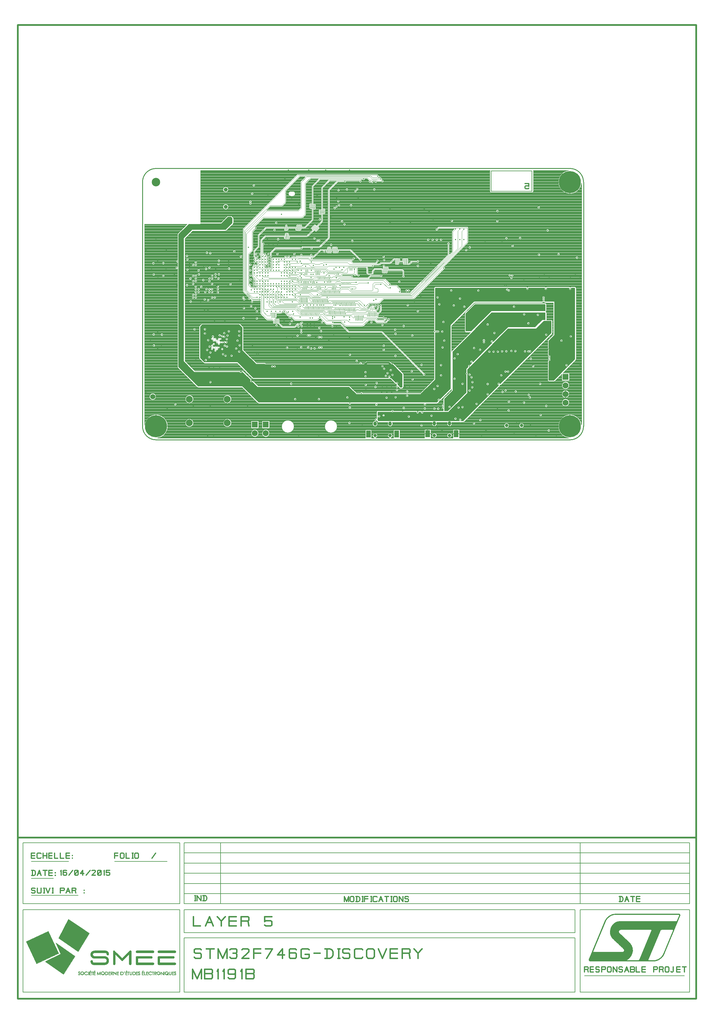
<source format=gbr>
G70*
%FSLAX55Y55*%
%ADD11C,0.00984*%
%ADD12C,0.00472*%
%ADD13C,0.00787*%
%ADD14C,0.00591*%
%ADD15C,0.01969*%
%ADD16C,0.00827*%
%ADD17C,0.00394*%
%ADD18C,0.00197*%
%ADD19C,0.01181*%
%ADD20C,0.25591*%
%ADD21C,0.03937*%
%ADD22C,0.07874*%
%ADD23C,0.09843*%
%ADD24C,0.06000*%
%ADD25R,0.05512X0.08465*%
%ADD26O,0.03937X0.04724*%
%ADD27C,0.04600*%
%ADD28R,0.07000X0.07000*%
%ADD29C,0.07000*%
%ADD30C,0.01378*%
%ADD31C,0.01575*%
%ADD32C,0.01200*%
%ADD33C,0.01181*%
D11*
X164334Y684059D02*
G75*
G03X180082Y668311I15747J-00001D01*
G01X660397Y668311*
G75*
G03X676145Y684059I00001J15747*
G01X676145Y967524*
G75*
G03X660397Y983272I-15747J00001*
G01X180082Y983272*
G75*
G03X164334Y967524I-00001J-15747*
G01X164334Y684059*
D12*
X442681Y968705D02*
X437366Y968705D01*
X436185Y969886*
X427917Y969886*
X425240Y972563*
X359177Y972563*
X352917Y966304*
X352917Y930004*
X349492Y926579*
X304256Y926579*
X284925Y907248*
X284925Y842012*
X288547Y838390*
X298980Y838390*
X300555Y836815*
X328901Y817130D02*
X333429Y812603D01*
X336381Y812603*
X341381Y807603*
X366933Y807603*
X370161Y810831*
X370043Y810831*
X370161Y810831D02*
X378153Y802839D01*
X394295Y802839*
X403429Y793705*
X441893Y793705*
X491303Y744296*
X491106Y744099*
X519256Y896067D02*
X519256Y882681D01*
X474767Y838193*
X369256Y838193*
X367090Y840359*
X345240Y840359*
X342484Y843115*
X341500Y843115*
X399413Y968390D02*
X390397Y968390D01*
X380397Y958390*
X380397Y902681*
X369846Y892130*
X350161Y892130*
X348586Y890556*
X318232Y890556*
X313153Y885477*
X313153Y880910*
X440909Y971067D02*
X430476Y971067D01*
X427878Y973666*
X354689Y973666*
X348586Y967563*
X348586Y937445*
X345122Y933981*
X308547Y933981*
X283862Y909296*
X283862Y841697*
X291893Y833666*
X297405Y833666*
X300555Y871461D02*
X302130Y873036D01*
X302130Y900083*
X306815Y904768*
X328862Y904768*
X329492Y904138*
X329492Y902170*
X329728Y901933*
X330200Y901933*
X330437Y902170*
X330437Y907367*
X330673Y907603*
X331145Y907603*
X331381Y907367*
X331381Y902170*
X331618Y901933*
X332090Y901933*
X332326Y902170*
X332326Y907367*
X332563Y907603*
X333035Y907603*
X333271Y907367*
X333271Y902170*
X333507Y901933*
X333980Y901933*
X334216Y902170*
X334216Y904532*
X334452Y904768*
X355515Y904768*
X362698Y911951*
X362698Y912285*
X361028Y913955*
X361028Y914289*
X361362Y914623*
X361696Y914623*
X365371Y910949*
X365705Y910949*
X366039Y911283*
X366039Y911617*
X362364Y915291*
X362364Y915625*
X362698Y915960*
X363032Y915960*
X366707Y912285*
X367041Y912285*
X367375Y912619*
X367375Y912953*
X363700Y916628*
X363700Y916962*
X364034Y917296*
X364368Y917296*
X368043Y913621*
X368377Y913621*
X368711Y913955*
X368711Y914289*
X367041Y915960*
X367041Y916294*
X372641Y921894*
X372641Y930162*
X372405Y930398*
X370043Y930398*
X369807Y930634*
X369807Y931107*
X370043Y931343*
X375240Y931343*
X375476Y931579*
X375476Y932052*
X375240Y932288*
X370043Y932288*
X369807Y932524*
X369807Y932996*
X370043Y933233*
X375240Y933233*
X375476Y933469*
X375476Y933941*
X375240Y934178*
X370043Y934178*
X369807Y934414*
X369807Y934886*
X370043Y935122*
X375240Y935122*
X375476Y935359*
X375476Y935831*
X375240Y936067*
X372878Y936067*
X372641Y936304*
X372641Y961107*
X381421Y969886*
X415870Y969886*
X417287Y968469*
X417208Y968469*
X306067Y884059D02*
X306067Y883863D01*
X308429Y881500*
X308429Y873036*
X310004Y871461*
X332051Y843115D02*
X333626Y841540D01*
X342484Y841540*
X344649Y839374*
X358862Y839374*
X362956Y835280*
X369019Y835280*
X370948Y837209*
X475358Y837209*
X524177Y886028*
X524177Y909650*
X527523Y912996*
X532444Y912996D02*
X530279Y910831D01*
X530279Y890359*
X476145Y836225*
X372090Y836225*
X370082Y834217*
X361539Y834217*
X357366Y838390*
X339925Y838390*
X338350Y839965*
X297405Y874611D02*
X295830Y876185D01*
X295830Y879138*
X293862Y881107*
X293862Y887603*
X298980Y892721*
X298980Y905910*
X307484Y914414*
X329531Y914414*
X329570Y914453*
X329570Y911815*
X329807Y911579*
X330279Y911579*
X330515Y911815*
X330515Y917012*
X330752Y917248*
X331224Y917248*
X331460Y917012*
X331460Y911815*
X331696Y911579*
X332169Y911579*
X332405Y911815*
X332405Y914178*
X332641Y914414*
X342563Y914414*
X342799Y914178*
X342799Y911815*
X343035Y911579*
X343507Y911579*
X343744Y911815*
X343744Y917012*
X343980Y917248*
X344452Y917248*
X344689Y917012*
X344689Y911815*
X344925Y911579*
X345397Y911579*
X345633Y911815*
X345633Y917012*
X345870Y917248*
X346342Y917248*
X346578Y917012*
X346578Y911815*
X346815Y911579*
X347287Y911579*
X347523Y911815*
X347523Y917012*
X347759Y917248*
X348232Y917248*
X348468Y917012*
X348468Y914650*
X348704Y914414*
X352248Y914414*
X361578Y923744*
X361578Y936107*
X361815Y936343*
X364177Y936343*
X364413Y936579*
X364413Y937052*
X364177Y937288*
X358980Y937288*
X358744Y937524*
X358744Y937996*
X358980Y938233*
X364177Y938233*
X364413Y938469*
X364413Y938941*
X364177Y939178*
X358980Y939178*
X358744Y939414*
X358744Y939886*
X358980Y940122*
X364177Y940122*
X364413Y940359*
X364413Y940831*
X364177Y941067*
X358980Y941067*
X358744Y941304*
X358744Y941776*
X358980Y942012*
X361342Y942012*
X361578Y942248*
X361578Y962800*
X369807Y971028*
X420988Y971028*
X421027Y971067*
X306854Y868311D02*
X305279Y869886D01*
X305279Y881500*
X303507Y883272*
X303507Y894886*
X304492Y895870*
X437248Y974296D02*
X437248Y974650D01*
X436303Y975595*
X344216Y975595*
X281736Y913115*
X281736Y840674*
X291500Y830910*
X300358Y830910*
X300555Y831107*
X348586Y873036D02*
X363626Y873036D01*
X364610Y872052*
X370043Y872052*
X371027Y873036*
X373193Y873036*
X374177Y874020*
X402326Y874020*
X404492Y871855*
X439137Y871855*
X440909Y873626*
X451736Y873626*
X456460Y878351*
X457996Y878351*
X458232Y878115*
X458232Y872681*
X458468Y872445*
X458980Y872445*
X459216Y872681*
X459216Y878115*
X459452Y878351*
X459964Y878351*
X460200Y878115*
X460200Y872681*
X460437Y872445*
X460948Y872445*
X461185Y872681*
X461185Y878115*
X461421Y878351*
X461933Y878351*
X462169Y878115*
X462169Y875634*
X462405Y875398*
X466263Y875398*
X466500Y875634*
X466500Y878115*
X466736Y878351*
X467248Y878351*
X467484Y878115*
X467484Y872681*
X467720Y872445*
X468232Y872445*
X468468Y872681*
X468468Y878115*
X468704Y878351*
X469216Y878351*
X469452Y878115*
X469452Y872681*
X469689Y872445*
X470200Y872445*
X470437Y872681*
X470437Y878115*
X470673Y878351*
X471185Y878351*
X471421Y878115*
X471421Y872681*
X471657Y872445*
X473783Y872445*
X476736Y875398*
X483822Y875398*
D13*
X518665Y705516D02*
X518665Y709847D01*
X517878Y709847*
X528507Y720477*
X531460Y723430*
X531657Y723626*
X533429Y725398*
X533429Y763784*
X573783Y804138*
X589531Y804138*
D12*
X338350Y865162D02*
X342484Y865162D01*
X344059Y866737*
X362366Y866737*
X363350Y865752*
X377130Y865752*
X379689Y863193*
X397366Y863193*
X403153Y868981*
X423783Y868981*
X425161Y867603*
X425161Y861815*
X426145Y860831*
X430476Y860831*
X431460Y861815*
X431460Y864335*
X433665Y866540*
X441815Y866540*
X443074Y865280*
X443074Y862839*
X443311Y862603*
X443822Y862603*
X444059Y862839*
X444059Y868075*
X444295Y868311*
X444807Y868311*
X445043Y868075*
X445043Y862839*
X445279Y862603*
X445791Y862603*
X446027Y862839*
X446027Y868075*
X446263Y868311*
X446775Y868311*
X447011Y868075*
X447011Y862839*
X447248Y862603*
X447759Y862603*
X447996Y862839*
X447996Y868075*
X448232Y868311*
X448744Y868311*
X448980Y868075*
X448980Y865752*
X449216Y865516*
X465555Y865516*
X466893Y864178*
X466893Y858075*
D13*
X586578Y802170D02*
X587759Y803351D01*
X588547Y804138*
X589531Y804138*
D12*
X300555Y877760D02*
X298980Y876185D01*
X298980Y870280*
X298586Y869886*
X293271Y869886*
X292484Y869099*
X292484Y857681*
X295633Y854532*
X295633Y848233*
X296027Y847839*
X304492Y847839*
X305279Y847052*
X305279Y842524*
X304295Y841540*
X302523Y841540*
X302130Y841146*
X302130Y814965*
X308822Y808272*
X314728Y808272*
X316578Y806422*
X316578Y804335*
X316815Y804099*
X317287Y804099*
X317523Y804335*
X317523Y808036*
X317759Y808272*
X318232Y808272*
X318468Y808036*
X318468Y804335*
X318704Y804099*
X319177Y804099*
X319413Y804335*
X319413Y808036*
X319649Y808272*
X320122Y808272*
X320358Y808036*
X320358Y804335*
X320594Y804099*
X321067Y804099*
X321303Y804335*
X321303Y808036*
X321539Y808272*
X322011Y808272*
X322248Y808036*
X322248Y803705*
X326342Y799611*
X341303Y799611*
X344452Y802760*
X347405Y802760*
D13*
X608035Y807878D02*
X606263Y806107D01*
D12*
X347405Y875792D02*
X347405Y874807D01*
X345633Y873036*
X331460Y873036*
X330476Y872052*
X330476Y866737*
X328901Y865162*
X410200Y866343D02*
X410200Y862170D01*
X408783Y860752*
X396106Y860752*
X394413Y859059*
X388153Y859059*
X386185Y861028*
X379098Y861028*
X376342Y858272*
X352917Y858272*
X349374Y861815*
X346618Y861815*
X345240Y860437*
X337759Y860437*
X336185Y862012*
X335200Y862012*
X332051Y849414D02*
X333626Y850989D01*
X336775Y850989*
X338547Y849217*
X343665Y849217*
X347563Y845319*
X349846Y845319*
X350082Y845083*
X350082Y843508*
X350319Y843272*
X350791Y843272*
X351027Y843508*
X351027Y846461*
X351263Y846697*
X351736Y846697*
X351972Y846461*
X351972Y843508*
X352208Y843272*
X352681Y843272*
X352917Y843508*
X352917Y846461*
X353153Y846697*
X353626Y846697*
X353862Y846461*
X353862Y843508*
X354098Y843272*
X354570Y843272*
X354807Y843508*
X354807Y846461*
X355043Y846697*
X355515Y846697*
X355752Y846461*
X355752Y845556*
X355988Y845319*
X357641Y845319*
X359649Y843311*
X361618Y843311*
X363665Y845359*
X365476Y845359*
X365712Y845595*
X365712Y846461*
X365948Y846697*
X366421Y846697*
X366657Y846461*
X366657Y843508*
X366893Y843272*
X367366Y843272*
X367602Y843508*
X367602Y846461*
X367838Y846697*
X368311Y846697*
X368547Y846461*
X368547Y843508*
X368783Y843272*
X369256Y843272*
X369492Y843508*
X369492Y846461*
X369728Y846697*
X370200Y846697*
X370437Y846461*
X370437Y843508*
X370673Y843272*
X371145Y843272*
X371381Y843508*
X371381Y845122*
X371618Y845359*
X374216Y845359*
X376263Y843311*
X378035Y843311*
X380043Y845319*
X383586Y845319*
X383822Y845083*
X383822Y843508*
X384059Y843272*
X384531Y843272*
X384767Y843508*
X384767Y846461*
X385004Y846697*
X385476Y846697*
X385712Y846461*
X385712Y843508*
X385948Y843272*
X386421Y843272*
X386657Y843508*
X386657Y846461*
X386893Y846697*
X387366Y846697*
X387602Y846461*
X387602Y843508*
X387838Y843272*
X388311Y843272*
X388547Y843508*
X388547Y846461*
X388783Y846697*
X389256Y846697*
X389492Y846461*
X389492Y845556*
X389885Y845162*
X393586Y845162*
X394649Y846225*
X411145Y846225*
X411933Y845437*
X411933Y844256*
X411185Y843508*
X407641Y843508*
X412366Y851185D02*
X412366Y851225D01*
X406145Y851225*
X405909Y850989*
X405909Y850004*
X405673Y849768*
X405200Y849768*
X404964Y850004*
X404964Y850989*
X404728Y851225*
X404256Y851225*
X404019Y850989*
X404019Y850004*
X403783Y849768*
X403311Y849768*
X403074Y850004*
X403074Y850989*
X402838Y851225*
X402366Y851225*
X402130Y850989*
X402130Y850004*
X401893Y849768*
X401421Y849768*
X401185Y850004*
X401185Y850989*
X400948Y851225*
X400476Y851225*
X400240Y850989*
X400240Y850004*
X400004Y849768*
X399531Y849768*
X399295Y850004*
X399295Y850989*
X399059Y851225*
X398586Y851225*
X398350Y850989*
X398350Y850004*
X398114Y849768*
X397641Y849768*
X397405Y850004*
X397405Y850989*
X397169Y851225*
X396696Y851225*
X396460Y850989*
X396460Y850004*
X396224Y849768*
X395752Y849768*
X395515Y850004*
X395515Y850989*
X395279Y851225*
X394807Y851225*
X394570Y850989*
X394570Y850241*
X394334Y850004*
X388941Y850004*
X387563Y848626*
X347405Y848626*
X341893Y854138*
X336775Y854138*
X335200Y852563*
D13*
X608035Y807878D02*
X609216Y809059D01*
D12*
X426145Y850398D02*
X415358Y850398D01*
X413744Y848784*
X389492Y848784*
X388350Y847642*
X346815Y847642*
X343468Y850989*
X339925Y850989*
X338350Y852563*
X417287Y876973D02*
X405476Y888784D01*
X390948Y888784*
X390712Y888548*
X390712Y886185*
X390476Y885949*
X390004Y885949*
X389767Y886185*
X389767Y891382*
X389531Y891619*
X389059Y891619*
X388822Y891382*
X388822Y886185*
X388586Y885949*
X388114Y885949*
X387878Y886185*
X387878Y891382*
X387641Y891619*
X387169Y891619*
X386933Y891382*
X386933Y886185*
X386696Y885949*
X386224Y885949*
X385988Y886185*
X385988Y891382*
X385752Y891619*
X385279Y891619*
X385043Y891382*
X385043Y889020*
X384807Y888784*
X383389Y888784*
X383153Y888548*
X383153Y886185*
X382917Y885949*
X382444Y885949*
X382208Y886185*
X382208Y891382*
X381972Y891619*
X381500Y891619*
X381263Y891382*
X381263Y886185*
X381027Y885949*
X380555Y885949*
X380319Y886185*
X380319Y891382*
X380082Y891619*
X379610Y891619*
X379374Y891382*
X379374Y886185*
X379137Y885949*
X378665Y885949*
X378429Y886185*
X378429Y888548*
X378193Y888784*
X370870Y888784*
X362996Y880910*
X341500Y880910*
X395830Y865752D02*
X394610Y864532D01*
X380555Y864532*
X378074Y867012*
X364137Y867012*
X363035Y868115*
X344059Y868115*
X342681Y866737*
X336775Y866737*
X335200Y868311*
D13*
X609216Y809059D02*
X604295Y804138D01*
X591500Y804138*
X590515Y804138*
X589531Y804138*
D12*
X436972Y875989D02*
X436972Y875398D01*
X435004Y873430*
X408232Y873430*
X405673Y875989*
X362563Y875989*
X362169Y876382*
X358626Y876382*
X356657Y878351*
X345240Y878351*
X343074Y876185*
X321618Y876185*
X321027Y875595*
X321027Y873036*
X319452Y871461*
X409413Y878941D02*
X407838Y877367D01*
X359019Y877367*
X357051Y879335*
X315712Y879335*
X314728Y878351*
X314728Y867327*
X314137Y866737*
X295830Y866737*
X294256Y865162*
D13*
X609216Y809059D02*
X610004Y809847D01*
X620043Y809847*
D12*
X462759Y840162D02*
X462759Y843469D01*
X458980Y847248*
X449610Y847248*
X443468Y853390*
X394846Y853390*
X393626Y852170*
X389728Y852170*
X387169Y849611*
X347799Y849611*
X342287Y855122*
X311381Y855122*
X310397Y854138*
X299177Y854138*
X294256Y859059*
X294256Y862012*
X431263Y870083D02*
X431263Y870122D01*
X380358Y870122*
X379334Y869099*
X360004Y869099*
X357051Y872052*
X350948Y872052*
X348783Y869886*
X334413Y869886*
X333626Y869099*
X333626Y864571*
X332641Y863587*
X298980Y863587*
X297405Y862012*
X451145Y848823D02*
X451263Y848823D01*
X445752Y854335*
X393665Y854335*
X392484Y853154*
X383311Y853154*
X383074Y852918*
X383074Y851146*
X382838Y850910*
X382366Y850910*
X382130Y851146*
X382130Y853351*
X381893Y853587*
X381421Y853587*
X381185Y853351*
X381185Y851146*
X380948Y850910*
X380476Y850910*
X380240Y851146*
X380240Y853351*
X380004Y853587*
X379531Y853587*
X379295Y853351*
X379295Y851146*
X379059Y850910*
X378586Y850910*
X378350Y851146*
X378350Y852918*
X378114Y853154*
X369256Y853154*
X369059Y852957*
X364256Y852957*
X364019Y852721*
X364019Y850792*
X363783Y850556*
X363311Y850556*
X363074Y850792*
X363074Y852721*
X362838Y852957*
X362366Y852957*
X362130Y852721*
X362130Y850792*
X361893Y850556*
X361421Y850556*
X361185Y850792*
X361185Y852721*
X360948Y852957*
X357405Y852957*
X357169Y852721*
X357169Y850792*
X356933Y850556*
X356460Y850556*
X356224Y850792*
X356224Y852721*
X355988Y852957*
X355515Y852957*
X355279Y852721*
X355279Y850792*
X355043Y850556*
X354570Y850556*
X354334Y850792*
X354334Y852721*
X354098Y852957*
X353626Y852957*
X353389Y852721*
X353389Y850792*
X353153Y850556*
X352681Y850556*
X352444Y850792*
X352444Y852721*
X352208Y852957*
X351736Y852957*
X351500Y852721*
X351500Y850792*
X351263Y850556*
X350791Y850556*
X350555Y850792*
X350555Y852721*
X350319Y852957*
X345830Y852957*
X342681Y856107*
X310791Y856107*
X309610Y857288*
X305279Y857288*
X303704Y858863*
D13*
X620043Y809847D02*
X620043Y807091D01*
D12*
X451933Y844689D02*
X449137Y844689D01*
X442956Y850870*
X432956Y850870*
X431539Y849453*
X431539Y842091*
X430712Y841264*
X406854Y841264*
X405988Y842130*
X405988Y843311*
X404334Y844965*
X395082Y844965*
X392444Y842327*
X348980Y842327*
X343468Y847839*
X306185Y847839*
X305279Y848744*
X305279Y850989*
X303704Y852563*
X303704Y836815D02*
X304098Y836422D01*
X304098Y817327*
X309019Y812406*
X312563Y812406*
X313035Y812878*
X313035Y815595*
X313271Y815831*
X313744Y815831*
X313980Y815595*
X313980Y810437*
X314216Y810201*
X314689Y810201*
X314925Y810437*
X314925Y815634*
X315161Y815870*
X315633Y815870*
X315870Y815634*
X315870Y810437*
X316106Y810201*
X316578Y810201*
X316815Y810437*
X316815Y815634*
X317051Y815870*
X317523Y815870*
X317759Y815634*
X317759Y810437*
X317996Y810201*
X318468Y810201*
X318704Y810437*
X318704Y815595*
X318941Y815831*
X325122Y815831*
X327996Y818705*
X329492Y818705*
X334019Y814178*
X337759Y814178*
X339492Y812445*
X371500Y812445*
X377641Y806304*
X394492Y806304*
X399846Y800949*
X420004Y800949*
X426539Y807485*
X433626Y807485*
X436303Y804807*
X446696Y804807*
X450082Y808193*
X450177Y808193*
D13*
X620043Y809847D02*
X627917Y809847D01*
X628901Y809847*
X629885Y809847*
X629885Y810044*
D12*
X446815Y809059D02*
X444610Y806855D01*
X437011Y806855*
X435200Y808666*
X424177Y808666*
X419846Y804335*
X404885Y804335*
X401736Y807485*
X380043Y807485*
X373389Y814138*
X369767Y814138*
X369531Y814374*
X369531Y815162*
X369295Y815398*
X368822Y815398*
X368586Y815162*
X368586Y813626*
X368350Y813390*
X367878Y813390*
X367641Y813626*
X367641Y815162*
X367405Y815398*
X366933Y815398*
X366696Y815162*
X366696Y813626*
X366460Y813390*
X365988Y813390*
X365752Y813626*
X365752Y815162*
X365515Y815398*
X365043Y815398*
X364807Y815162*
X364807Y813626*
X364570Y813390*
X364098Y813390*
X363862Y813626*
X363862Y815162*
X363626Y815398*
X363153Y815398*
X362917Y815162*
X362917Y813626*
X362681Y813390*
X362208Y813390*
X361972Y813626*
X361972Y815162*
X361736Y815398*
X361263Y815398*
X361027Y815162*
X361027Y813626*
X360791Y813390*
X360319Y813390*
X360082Y813626*
X360082Y815162*
X359846Y815398*
X359374Y815398*
X359137Y815162*
X359137Y813626*
X358901Y813390*
X358429Y813390*
X358193Y813626*
X358193Y815162*
X357956Y815398*
X357484Y815398*
X357248Y815162*
X357248Y813626*
X357011Y813390*
X356539Y813390*
X356303Y813626*
X356303Y815162*
X356067Y815398*
X355594Y815398*
X355358Y815162*
X355358Y813626*
X355122Y813390*
X354649Y813390*
X354413Y813626*
X354413Y815162*
X354177Y815398*
X353704Y815398*
X353468Y815162*
X353468Y813626*
X353232Y813390*
X352759Y813390*
X352523Y813626*
X352523Y815162*
X352287Y815398*
X351815Y815398*
X351578Y815162*
X351578Y813626*
X351342Y813390*
X350870Y813390*
X350633Y813626*
X350633Y815162*
X350397Y815398*
X349925Y815398*
X349689Y815162*
X349689Y813626*
X349452Y813390*
X348980Y813390*
X348744Y813626*
X348744Y815162*
X348507Y815398*
X348035Y815398*
X347799Y815162*
X347799Y814374*
X347563Y814138*
X346854Y814138*
X341145Y819847*
X306342Y819847*
X305279Y820910*
X305279Y840752*
X306067Y841540*
X307444Y841540*
X309019Y843115*
X310004Y843115*
D13*
X629885Y812012D02*
X629885Y810044D01*
X629885Y812012D02*
X628901Y812012D01*
D12*
X407444Y857878D02*
X385476Y857878D01*
X384019Y856422*
X382917Y856422*
X382681Y856658*
X382681Y857091*
X382444Y857327*
X381972Y857327*
X381736Y857091*
X381736Y855713*
X381500Y855477*
X381027Y855477*
X380791Y855713*
X380791Y857091*
X380555Y857327*
X380082Y857327*
X379846Y857091*
X379846Y855713*
X379610Y855477*
X379137Y855477*
X378901Y855713*
X378901Y857091*
X378665Y857327*
X378193Y857327*
X377956Y857091*
X377956Y855713*
X377720Y855477*
X377248Y855477*
X377011Y855713*
X377011Y857091*
X376775Y857327*
X376303Y857327*
X376067Y857091*
X376067Y855713*
X375830Y855477*
X375358Y855477*
X375122Y855713*
X375122Y857091*
X374885Y857327*
X374413Y857327*
X374177Y857091*
X374177Y855713*
X373941Y855477*
X373468Y855477*
X373232Y855713*
X373232Y857091*
X372996Y857327*
X372523Y857327*
X372287Y857091*
X372287Y855713*
X372051Y855477*
X371578Y855477*
X371342Y855713*
X371342Y857091*
X371106Y857327*
X370633Y857327*
X370397Y857091*
X370397Y855713*
X370161Y855477*
X369689Y855477*
X369452Y855713*
X369452Y857091*
X369216Y857327*
X368744Y857327*
X368507Y857091*
X368507Y855713*
X368271Y855477*
X367799Y855477*
X367563Y855713*
X367563Y857091*
X367326Y857327*
X366854Y857327*
X366618Y857091*
X366618Y856658*
X366381Y856422*
X363271Y856422*
X361775Y854926*
X347208Y854926*
X342878Y859256*
X337169Y859256*
X335988Y860437*
X333626Y860437*
X332051Y862012*
X300555Y833666D02*
X298783Y831894D01*
X292287Y831894*
X282799Y841382*
X282799Y910949*
X312287Y940437*
X326145Y940437*
X329767Y944059*
X329767Y957918*
X346500Y974650*
X429059Y974650*
X431106Y972603*
X438941Y972603*
X537169Y912603D02*
X535004Y910437D01*
X535004Y893311*
X476972Y835280*
X372799Y835280*
X370791Y833272*
X360043Y833272*
X358074Y835241*
X339925Y835241*
X338350Y836815*
X505870Y912603D02*
X507838Y914571D01*
X541303Y914571*
X541303Y897839*
X477326Y833863*
X381027Y833863*
X379334Y832170*
X359610Y832170*
X357484Y834296*
X344964Y834296*
X342759Y832091*
X328311Y832091*
X327326Y833075*
X327326Y835241*
X325752Y836815*
X322602Y846264D02*
X324177Y844689D01*
X343862Y844689*
X347208Y841343*
X368311Y841343*
X369767Y839886*
X371421Y839886*
X371657Y839650*
X371657Y839374*
X371893Y839138*
X372366Y839138*
X372602Y839374*
X372602Y841146*
X372838Y841382*
X373311Y841382*
X373547Y841146*
X373547Y839374*
X373783Y839138*
X374256Y839138*
X374492Y839374*
X374492Y841146*
X374728Y841382*
X375200Y841382*
X375437Y841146*
X375437Y839374*
X375673Y839138*
X376145Y839138*
X376381Y839374*
X376381Y841146*
X376618Y841382*
X377090Y841382*
X377326Y841146*
X377326Y839374*
X377563Y839138*
X378035Y839138*
X378271Y839374*
X378271Y841146*
X378507Y841382*
X378980Y841382*
X379216Y841146*
X379216Y839374*
X379452Y839138*
X379925Y839138*
X380161Y839374*
X380161Y841146*
X380397Y841382*
X380870Y841382*
X381106Y841146*
X381106Y839374*
X381342Y839138*
X381815Y839138*
X382051Y839374*
X382051Y841146*
X382287Y841382*
X382759Y841382*
X382996Y841146*
X382996Y839374*
X383232Y839138*
X383704Y839138*
X383941Y839374*
X383941Y841146*
X384177Y841382*
X384649Y841382*
X384885Y841146*
X384885Y839374*
X385122Y839138*
X385594Y839138*
X385830Y839374*
X385830Y841146*
X386067Y841382*
X386539Y841382*
X386775Y841146*
X386775Y839374*
X387011Y839138*
X387484Y839138*
X387720Y839374*
X387720Y841146*
X387956Y841382*
X388429Y841382*
X388665Y841146*
X388665Y839374*
X388901Y839138*
X389374Y839138*
X389610Y839374*
X389610Y841146*
X389846Y841382*
X390319Y841382*
X390555Y841146*
X390555Y839374*
X390791Y839138*
X391263Y839138*
X391500Y839374*
X391500Y841146*
X391736Y841382*
X392208Y841382*
X392444Y841146*
X392444Y839374*
X392681Y839138*
X393153Y839138*
X393389Y839374*
X393389Y841146*
X395633Y843390*
X403035Y843390*
X406539Y839886*
X437169Y839886*
X437759Y840477*
X437759Y843233*
X436893Y844099*
X434570Y844099*
X433114Y845556*
X433114Y847327*
X434610Y848823*
X440909Y848823*
X319452Y846264D02*
X321027Y844689D01*
X321027Y839178*
X319059Y837209*
X319059Y831304*
X321224Y829138*
X321224Y827367*
X323193Y825398*
X347602Y825398*
X351067Y821933*
X352130Y821933*
X352366Y821697*
X352366Y820674*
X352602Y820437*
X353074Y820437*
X353311Y820674*
X353311Y822957*
X353547Y823193*
X354019Y823193*
X354256Y822957*
X354256Y820674*
X354492Y820437*
X354964Y820437*
X355200Y820674*
X355200Y822957*
X355437Y823193*
X355909Y823193*
X356145Y822957*
X356145Y820674*
X356381Y820437*
X356854Y820437*
X357090Y820674*
X357090Y822957*
X357326Y823193*
X357799Y823193*
X358035Y822957*
X358035Y820674*
X358271Y820437*
X358744Y820437*
X358980Y820674*
X358980Y822957*
X359216Y823193*
X359689Y823193*
X359925Y822957*
X359925Y820674*
X360161Y820437*
X360633Y820437*
X360870Y820674*
X360870Y822957*
X361106Y823193*
X361578Y823193*
X361815Y822957*
X361815Y820674*
X362051Y820437*
X362523Y820437*
X362759Y820674*
X362759Y822957*
X362996Y823193*
X363468Y823193*
X363704Y822957*
X363704Y820674*
X363941Y820437*
X364413Y820437*
X364649Y820674*
X364649Y822957*
X364885Y823193*
X365358Y823193*
X365594Y822957*
X365594Y820674*
X365830Y820437*
X366303Y820437*
X366539Y820674*
X366539Y822957*
X366775Y823193*
X367248Y823193*
X367484Y822957*
X367484Y820674*
X367720Y820437*
X368193Y820437*
X368429Y820674*
X368429Y822957*
X368665Y823193*
X369137Y823193*
X369374Y822957*
X369374Y820674*
X369610Y820437*
X370082Y820437*
X370319Y820674*
X370319Y822957*
X370555Y823193*
X371027Y823193*
X371263Y822957*
X371263Y820674*
X371500Y820437*
X371972Y820437*
X372208Y820674*
X372208Y822957*
X372444Y823193*
X372917Y823193*
X373153Y822957*
X373153Y820674*
X373389Y820437*
X373862Y820437*
X374098Y820674*
X374098Y822957*
X374334Y823193*
X374807Y823193*
X375043Y822957*
X375043Y820674*
X375279Y820437*
X375752Y820437*
X375988Y820674*
X375988Y822957*
X376224Y823193*
X376696Y823193*
X376933Y822957*
X376933Y820674*
X377169Y820437*
X377641Y820437*
X377878Y820674*
X377878Y822957*
X378114Y823193*
X378586Y823193*
X378822Y822957*
X378822Y820674*
X379059Y820437*
X379531Y820437*
X379767Y820674*
X379767Y822957*
X380004Y823193*
X380476Y823193*
X380712Y822957*
X380712Y820674*
X380948Y820437*
X381421Y820437*
X381657Y820674*
X381657Y822957*
X381893Y823193*
X382366Y823193*
X382602Y822957*
X382602Y820674*
X382838Y820437*
X383311Y820437*
X383547Y820674*
X383547Y822957*
X383783Y823193*
X384256Y823193*
X384492Y822957*
X384492Y822170*
X384728Y821933*
X415397Y821933*
X417641Y819689*
X426342Y819689*
X430673Y824020*
X443862Y810044D02*
X420948Y810044D01*
X420712Y810280*
X420712Y812406*
X420476Y812642*
X420004Y812642*
X419767Y812406*
X419767Y807445*
X419531Y807209*
X419059Y807209*
X418822Y807445*
X418822Y812406*
X418586Y812642*
X418114Y812642*
X417878Y812406*
X417878Y807445*
X417641Y807209*
X417169Y807209*
X416933Y807445*
X416933Y812406*
X416696Y812642*
X416224Y812642*
X415988Y812406*
X415988Y807445*
X415752Y807209*
X415279Y807209*
X415043Y807445*
X415043Y812406*
X414807Y812642*
X414334Y812642*
X414098Y812406*
X414098Y807445*
X413862Y807209*
X413389Y807209*
X413153Y807445*
X413153Y812406*
X412917Y812642*
X412444Y812642*
X412208Y812406*
X412208Y807445*
X411972Y807209*
X411500Y807209*
X411263Y807445*
X411263Y812406*
X411027Y812642*
X410555Y812642*
X410319Y812406*
X410319Y810280*
X410082Y810044*
X408665Y810044*
X406185Y812524*
X377011Y812524*
X373193Y816343*
X346815Y816343*
X341696Y821461*
X313153Y821461*
X310791Y823823*
X310791Y829335*
X308429Y831697*
X308429Y840949*
X309019Y841540*
X311578Y841540*
X313153Y843115*
X325752Y839965D02*
X324177Y838390D01*
X324177Y832681*
X324767Y832091*
X325948Y832091*
X326933Y831107*
X345358Y831107*
X345594Y830870*
X345594Y828981*
X345830Y828744*
X346303Y828744*
X346539Y828981*
X346539Y833115*
X346775Y833351*
X347248Y833351*
X347484Y833115*
X347484Y828548*
X347720Y828311*
X348193Y828311*
X348429Y828548*
X348429Y833115*
X348665Y833351*
X349137Y833351*
X349374Y833115*
X349374Y828548*
X349610Y828311*
X350082Y828311*
X350319Y828548*
X350319Y833115*
X350555Y833351*
X351027Y833351*
X351263Y833115*
X351263Y828548*
X351500Y828311*
X351972Y828311*
X352208Y828548*
X352208Y833115*
X352444Y833351*
X352917Y833351*
X353153Y833115*
X353153Y828548*
X353389Y828311*
X353862Y828311*
X354098Y828548*
X354098Y833115*
X354334Y833351*
X354807Y833351*
X355043Y833115*
X355043Y828548*
X355279Y828311*
X355752Y828311*
X355988Y828548*
X355988Y833115*
X356224Y833351*
X356696Y833351*
X358153Y831894*
X358153Y830516*
X359807Y828863*
X361303Y828863*
X361460Y829020*
X361460Y830989*
X361696Y831225*
X362169Y831225*
X362405Y830989*
X362405Y828548*
X362641Y828311*
X363114Y828311*
X363350Y828548*
X363350Y830989*
X363586Y831225*
X364059Y831225*
X364295Y830989*
X364295Y828548*
X364531Y828311*
X365004Y828311*
X365240Y828548*
X365240Y830989*
X365476Y831225*
X365948Y831225*
X366185Y830989*
X366185Y828548*
X366421Y828311*
X366893Y828311*
X367130Y828548*
X367130Y830989*
X367366Y831225*
X367838Y831225*
X368074Y830989*
X368074Y828548*
X368311Y828311*
X368783Y828311*
X369019Y828548*
X369019Y830989*
X369256Y831225*
X369728Y831225*
X369964Y830989*
X369964Y828548*
X370200Y828311*
X370673Y828311*
X370909Y828548*
X370909Y830989*
X371145Y831225*
X371618Y831225*
X371854Y830989*
X371854Y828548*
X372090Y828311*
X372563Y828311*
X372799Y828548*
X372799Y830989*
X373035Y831225*
X373507Y831225*
X373744Y830989*
X373744Y828548*
X373980Y828311*
X374452Y828311*
X374689Y828548*
X374689Y830989*
X374925Y831225*
X375397Y831225*
X375633Y830989*
X375633Y828548*
X375870Y828311*
X376342Y828311*
X376578Y828548*
X376578Y830989*
X376815Y831225*
X377287Y831225*
X377523Y830989*
X377523Y828548*
X377759Y828311*
X378232Y828311*
X378468Y828548*
X378468Y830989*
X378704Y831225*
X379177Y831225*
X379413Y830989*
X379413Y828548*
X379649Y828311*
X380122Y828311*
X380358Y828548*
X380358Y829886*
X380594Y830122*
X416106Y830122*
X421815Y824414*
D14*
X629885Y813981D02*
X629885Y813981D01*
X629700Y814166D02*
X629885Y813981D01*
D12*
X427130Y824217D02*
X423586Y820674D01*
X418586Y820674*
X415561Y823699*
X415561Y824033*
X415809Y824281*
X415809Y824615*
X415475Y824949*
X415141Y824949*
X414893Y824701*
X414559Y824701*
X414224Y825035*
X414224Y825369*
X414473Y825618*
X414473Y825952*
X414139Y826286*
X413804Y826286*
X413556Y826038*
X413222Y826038*
X412405Y826855*
X411696Y826855*
X411460Y826619*
X411460Y824256*
X411224Y824020*
X410752Y824020*
X410515Y824256*
X410515Y827996*
X410279Y828233*
X409807Y828233*
X409570Y827996*
X409570Y824256*
X409334Y824020*
X408862Y824020*
X408626Y824256*
X408626Y827996*
X408389Y828233*
X407917Y828233*
X407681Y827996*
X407681Y824256*
X407444Y824020*
X406972Y824020*
X406736Y824256*
X406736Y827996*
X406500Y828233*
X406027Y828233*
X405791Y827996*
X405791Y824256*
X405555Y824020*
X405082Y824020*
X404846Y824256*
X404846Y827996*
X404610Y828233*
X404137Y828233*
X403901Y827996*
X403901Y824256*
X403665Y824020*
X403193Y824020*
X402956Y824256*
X402956Y827996*
X402720Y828233*
X402248Y828233*
X402011Y827996*
X402011Y824256*
X401775Y824020*
X401303Y824020*
X401067Y824256*
X401067Y827996*
X400830Y828233*
X400358Y828233*
X400122Y827996*
X400122Y824256*
X399885Y824020*
X399413Y824020*
X399177Y824256*
X399177Y827996*
X398941Y828233*
X398468Y828233*
X398232Y827996*
X398232Y824256*
X397996Y824020*
X397523Y824020*
X397287Y824256*
X397287Y827996*
X397051Y828233*
X396578Y828233*
X396342Y827996*
X396342Y824256*
X396106Y824020*
X395633Y824020*
X395397Y824256*
X395397Y827996*
X395161Y828233*
X394689Y828233*
X394452Y827996*
X394452Y826146*
X394216Y825910*
X393744Y825910*
X393507Y826146*
X393507Y827996*
X393271Y828233*
X392799Y828233*
X392563Y827996*
X392563Y825870*
X392326Y825634*
X391854Y825634*
X391618Y825870*
X391618Y827996*
X391381Y828233*
X390909Y828233*
X390673Y827996*
X390673Y825989*
X390437Y825752*
X389964Y825752*
X389728Y825989*
X389728Y827996*
X389492Y828233*
X389019Y828233*
X388783Y827996*
X388783Y826540*
X388547Y826304*
X388074Y826304*
X387838Y826540*
X387838Y827996*
X387602Y828233*
X387130Y828233*
X386893Y827996*
X386893Y824256*
X386657Y824020*
X386185Y824020*
X385948Y824256*
X385948Y827996*
X385712Y828233*
X385240Y828233*
X385004Y827996*
X385004Y827091*
X384767Y826855*
X383704Y826855*
X383232Y826382*
X328901Y826382*
X325161Y830122*
X321618Y830122*
X320082Y831658*
X320082Y836855*
X322602Y839374*
X322602Y839965*
X322602Y836815D02*
X321106Y835319D01*
X321106Y832406*
X322405Y831107*
X325555Y831107*
X326539Y830122*
X342878Y830122*
X345633Y827367*
X381815Y827367*
X383626Y829178*
X413704Y829178*
X420633Y822248*
X422208Y822248*
X427130Y827170*
X438350Y827170*
X443665Y832485*
X478704Y832485*
X513941Y867721*
X295437Y914178D02*
X291500Y910241D01*
X291500Y888390*
X287169Y884059*
X287169Y847800*
X290279Y844689*
X302130Y844689*
X303704Y843115*
X316303Y843115D02*
X311578Y838390D01*
X311578Y831894*
X311775Y831697*
X311775Y825989*
X315319Y822445*
X342484Y822445*
X347602Y817327*
X373941Y817327*
X377799Y813469*
X406854Y813469*
X407956Y814571*
X424689Y814571*
X424925Y814335*
X424925Y811973*
X425161Y811737*
X425633Y811737*
X425870Y811973*
X425870Y816185*
X426106Y816422*
X426578Y816422*
X426815Y816185*
X426815Y811973*
X427051Y811737*
X427523Y811737*
X427759Y811973*
X427759Y816185*
X427996Y816422*
X428468Y816422*
X428704Y816185*
X428704Y811973*
X428941Y811737*
X429413Y811737*
X429649Y811973*
X429649Y816185*
X429885Y816422*
X430358Y816422*
X430594Y816185*
X430594Y811973*
X430830Y811737*
X431303Y811737*
X431539Y811973*
X431539Y816185*
X431775Y816422*
X432248Y816422*
X432484Y816185*
X432484Y811973*
X432720Y811737*
X433193Y811737*
X433429Y811973*
X433429Y816185*
X433665Y816422*
X434137Y816422*
X434374Y816185*
X434374Y811973*
X434610Y811737*
X435082Y811737*
X435319Y811973*
X435319Y816185*
X435555Y816422*
X436027Y816422*
X436263Y816185*
X436263Y811973*
X436500Y811737*
X436972Y811737*
X437208Y811973*
X437208Y814476*
X440729Y817996*
X440729Y824414*
X316303Y839965D02*
X314728Y838390D01*
X314728Y832485*
X315515Y831697*
X315515Y824611*
X316696Y823430*
X342878Y823430*
X347996Y818311*
X374767Y818311*
X377011Y816067*
X379019Y816067*
X379256Y816304*
X379256Y818115*
X379492Y818351*
X379964Y818351*
X380200Y818115*
X380200Y814650*
X380437Y814414*
X380909Y814414*
X381145Y814650*
X381145Y818115*
X381381Y818351*
X381854Y818351*
X382090Y818115*
X382090Y814650*
X382326Y814414*
X382799Y814414*
X383035Y814650*
X383035Y818115*
X383271Y818351*
X383744Y818351*
X383980Y818115*
X383980Y814650*
X384216Y814414*
X384689Y814414*
X384925Y814650*
X384925Y818115*
X385161Y818351*
X385633Y818351*
X385870Y818115*
X385870Y814650*
X386106Y814414*
X386578Y814414*
X386815Y814650*
X386815Y817760*
X387051Y817996*
X387523Y817996*
X387759Y817760*
X387759Y814650*
X387996Y814414*
X388468Y814414*
X388704Y814650*
X388704Y817563*
X388941Y817800*
X389413Y817800*
X389649Y817563*
X389649Y814650*
X389885Y814414*
X390358Y814414*
X390594Y814650*
X390594Y817563*
X390830Y817800*
X391303Y817800*
X391539Y817563*
X391539Y814650*
X391775Y814414*
X392248Y814414*
X392484Y814650*
X392484Y817563*
X392720Y817800*
X393193Y817800*
X393429Y817563*
X393429Y814650*
X393665Y814414*
X394137Y814414*
X394374Y814650*
X394374Y817563*
X394610Y817800*
X395082Y817800*
X395319Y817563*
X395319Y814650*
X395555Y814414*
X396027Y814414*
X396263Y814650*
X396263Y817563*
X396500Y817800*
X396972Y817800*
X397208Y817563*
X397208Y814650*
X397444Y814414*
X397917Y814414*
X398153Y814650*
X398153Y817563*
X398389Y817800*
X398862Y817800*
X399098Y817563*
X399098Y814650*
X399334Y814414*
X399807Y814414*
X400043Y814650*
X400043Y815831*
X400279Y816067*
X422996Y816067*
X424452Y817524*
X434114Y817524*
X437579Y820989*
X437579Y824020*
X319452Y839965D02*
X317878Y838390D01*
X317878Y832878*
X316500Y831500*
X316500Y826973*
X319059Y824414*
X343468Y824414*
X348586Y819296*
X387169Y819296*
X387405Y819532*
X387405Y820752*
X387641Y820989*
X388114Y820989*
X388350Y820752*
X388350Y818981*
X388586Y818744*
X389059Y818744*
X389295Y818981*
X389295Y820752*
X389531Y820989*
X390004Y820989*
X390240Y820752*
X390240Y818981*
X390476Y818744*
X390948Y818744*
X391185Y818981*
X391185Y820752*
X391421Y820989*
X391893Y820989*
X392130Y820752*
X392130Y818981*
X392366Y818744*
X392838Y818744*
X393074Y818981*
X393074Y820752*
X393311Y820989*
X393783Y820989*
X394019Y820752*
X394019Y818981*
X394256Y818744*
X394728Y818744*
X394964Y818981*
X394964Y820752*
X395200Y820989*
X395673Y820989*
X395909Y820752*
X395909Y818981*
X396145Y818744*
X396618Y818744*
X396854Y818981*
X396854Y820752*
X397090Y820989*
X397563Y820989*
X397799Y820752*
X397799Y818981*
X398035Y818744*
X398507Y818744*
X398744Y818981*
X398744Y820752*
X398980Y820989*
X399452Y820989*
X399689Y820752*
X399689Y818548*
X399925Y818311*
X400397Y818311*
X400633Y818548*
X400633Y820752*
X400870Y820989*
X401342Y820989*
X401578Y820752*
X401578Y817603*
X401815Y817367*
X402287Y817367*
X402523Y817603*
X402523Y820752*
X402759Y820989*
X403232Y820989*
X403468Y820752*
X403468Y817603*
X403704Y817367*
X404177Y817367*
X404413Y817603*
X404413Y820752*
X404649Y820989*
X405122Y820989*
X405358Y820752*
X405358Y817603*
X405594Y817367*
X406067Y817367*
X406303Y817603*
X406303Y820752*
X406539Y820989*
X407011Y820989*
X407248Y820752*
X407248Y817603*
X407484Y817367*
X407956Y817367*
X408193Y817603*
X408193Y820752*
X408429Y820989*
X408901Y820989*
X409137Y820752*
X409137Y817603*
X409374Y817367*
X409846Y817367*
X410082Y817603*
X410082Y820752*
X410319Y820989*
X410791Y820989*
X411027Y820752*
X411027Y817603*
X411263Y817367*
X411736Y817367*
X411972Y817603*
X411972Y819059*
X412208Y819296*
X415043Y819296*
X415830Y818508*
X428293Y818508*
X428875Y819090*
X428875Y819424*
X428311Y819988*
X428311Y820322*
X428645Y820656*
X428979Y820656*
X431000Y818636*
X431334Y818636*
X431668Y818970*
X431668Y819304*
X429648Y821325*
X429648Y821659*
X429982Y821993*
X430316Y821993*
X432884Y819424*
X433218Y819424*
X433552Y819758*
X433552Y820092*
X431882Y821763*
X431882Y822097*
X433805Y824020*
X434413Y824020*
D15*
X629885Y801874D02*
X629885Y800496D01*
X533429Y699807D02*
X535397Y699807D01*
X629885Y799906D02*
X629885Y799217D01*
X596421Y765752*
X572799Y765752*
X555082Y748036*
X555082Y721461*
X533429Y699807*
X448193Y692918D02*
X488153Y692918D01*
X494452Y699217*
X521027Y699217*
X522208Y699217*
X521618Y699807*
X533429Y699807*
X447787Y692512D02*
X447208Y691933D01*
X438350Y691933*
X437968Y692315*
X515909Y822347D02*
X515909Y811540D01*
X517208Y810241*
X518370Y810241*
X518665Y809945D02*
X518665Y726343D01*
X516893Y724571*
D13*
X516893Y724807D01*
D15*
X640712Y748036D02*
X640712Y754926D01*
X640417Y741146D02*
X640291Y741146D01*
X640712Y748036D02*
X640712Y741441D01*
D12*
X441303Y858666D02*
X428901Y858666D01*
X426145Y855910*
X392681Y855910*
X391303Y854532*
X368468Y854532*
X367878Y853941*
X346224Y853941*
X343074Y857091*
X333626Y857091*
X332051Y858666*
X410791Y859847D02*
X412602Y859847D01*
X413193Y860437*
X413193Y867091*
X412248Y868036*
X407759Y868036*
X407523Y867800*
X407523Y865437*
X407287Y865201*
X406815Y865201*
X406578Y865437*
X406578Y867800*
X406342Y868036*
X405870Y868036*
X405633Y867800*
X405633Y865437*
X405397Y865201*
X404925Y865201*
X404689Y865437*
X404689Y867800*
X404452Y868036*
X403626Y868036*
X402405Y866815*
X402405Y863115*
X401500Y862209*
X392287Y862209*
X392051Y861973*
X392051Y860241*
X391815Y860004*
X391342Y860004*
X391106Y860241*
X391106Y862012*
X390870Y862248*
X390397Y862248*
X390161Y862012*
X390161Y860241*
X389925Y860004*
X389452Y860004*
X389216Y860241*
X389216Y862012*
X388980Y862248*
X388507Y862248*
X388271Y862012*
X388271Y861461*
X388035Y861225*
X387563Y861225*
X387326Y861461*
X387326Y861973*
X387090Y862209*
X378704Y862209*
X377011Y863902*
X372956Y863902*
X371854Y862800*
X371145Y862800*
X370909Y863036*
X370909Y864571*
X370673Y864807*
X370200Y864807*
X369964Y864571*
X369964Y860201*
X369728Y859965*
X369256Y859965*
X369019Y860201*
X369019Y864571*
X368783Y864807*
X368311Y864807*
X368074Y864571*
X368074Y860201*
X367838Y859965*
X367366Y859965*
X367130Y860201*
X367130Y864571*
X366893Y864807*
X366421Y864807*
X366185Y864571*
X366185Y860201*
X365948Y859965*
X365476Y859965*
X365240Y860201*
X365240Y864571*
X365004Y864807*
X364531Y864807*
X364295Y864571*
X364295Y863036*
X364059Y862800*
X356342Y862800*
X356106Y863036*
X356106Y865398*
X355870Y865634*
X355397Y865634*
X355161Y865398*
X355161Y860201*
X354925Y859965*
X354452Y859965*
X354216Y860201*
X354216Y865398*
X353980Y865634*
X353507Y865634*
X353271Y865398*
X353271Y860201*
X353035Y859965*
X352563Y859965*
X352326Y860201*
X352326Y862563*
X352090Y862800*
X343665Y862800*
X342878Y863587*
X336775Y863587*
X335200Y865162*
D15*
X640712Y751973D02*
X640712Y748036D01*
X551342Y803449D02*
X551342Y803548D01*
D13*
X560988Y813193D01*
D15*
X551342Y803548D02*
X564728Y816933D01*
X567681Y819886*
X597405Y819886*
X599374Y821855*
X622996Y821855*
X629590Y821855*
X435889Y713390D02*
X416854Y713390D01*
X403271Y726973*
X295909Y726973*
X279649Y743233*
X222011Y743233*
X208901Y756343*
X208901Y904611*
X220161Y915870*
X258350Y915870*
X265503Y923024*
X565712Y817918D02*
X564728Y816933D01*
X452326Y713587D02*
X454177Y713587D01*
X489137Y713587*
X498980Y723430*
X509807Y723430*
X511185Y724807*
X516598Y724807*
X606055Y833457D02*
X606007Y833410D01*
X606055Y833457D02*
X605948Y833351D01*
X605240Y833351*
X539019Y833351*
X530476Y824807*
X530476Y815949*
X530082Y815949*
X524374Y810241*
X521401Y810241*
D14*
X651539Y812012D02*
X651539Y810044D01*
X651539Y813981D02*
X651539Y812012D01*
X651539Y821855D02*
X651539Y819886D01*
X651539Y823823D02*
X651539Y821855D01*
D15*
X651539Y801874D02*
X651539Y793705D01*
X647602Y789768*
X647602Y761815*
X640712Y754926*
D14*
X651539Y802170D02*
X651539Y805122D01*
D15*
X640712Y738193D02*
X640712Y740851D01*
X452326Y713587D02*
X436460Y713587D01*
X436263Y713390*
D13*
X436185Y713390D01*
D15*
X452720Y713981D02*
X452326Y713587D01*
X262661Y770674D02*
X269059Y770674D01*
X255870Y770674D02*
X262070Y770674D01*
X255870Y770674D02*
X255673Y770870D01*
X255673Y766933*
X238448Y766933*
X269059Y770674D02*
X268665Y771067D01*
X268665Y794689*
X266500Y796855*
X256854Y796855*
X253913Y793914*
X310594Y746973D02*
X310594Y746973D01*
X310555Y746973*
X310555Y748075*
X252720Y770674D02*
X255870Y770674D01*
X464137Y730418D02*
X464137Y743902D01*
X450358Y757681*
X424570Y757681*
X415043Y748154*
X310594Y748154*
X310594Y746973*
X310555Y748075D02*
X310555Y749119D01*
X310555Y748075D02*
X306854Y748075D01*
X300988Y753941*
X285791Y753941*
X269059Y770674*
D16*
X569059Y956894D02*
X616303Y956894D01*
X616303Y980516*
X569059Y980516*
X569059Y956894*
D14*
X631747Y815646D02*
X569578Y815646D01*
X524480Y770548*
X524480Y725398*
G75*
G02X524391Y725183I-00304J00000*
G01X514835Y715627*
X514835Y715626*
X514835Y706592*
G75*
G02X514835Y706094I-01564J-00249*
G01X514835Y702080*
X518736Y702080*
X540015Y723358*
X540015Y743662*
G75*
G02X540015Y746504I00697J01421*
G01X540015Y750792*
G75*
G02X540104Y751006I00304J00000*
G01X542155Y753057*
G75*
G02X544352Y755255I01313J00884*
G01X546385Y757288*
G75*
G02X547799Y758701I-00161J01575*
G01X570007Y780910*
G75*
G02X571421Y782323I-00161J01575*
G01X588332Y799235*
G75*
G02X588547Y799324I00215J-00215*
G01X619720Y799324*
X627899Y807502*
G75*
G02X628114Y807591I00215J-00215*
G01X631747Y807591*
X631747Y815646*
X561749Y782780D02*
G75*
G02X559439Y782780I-01155J-01083D01*
G02X561749Y782780I01155J01083*
G01X563342Y802170D02*
G75*
G03X566508Y802170I01583J00000D01*
G03X563342Y802170I-01583J00000*
G01X524956Y762800D02*
G75*
G03X528122Y762800I01583J00000D01*
G03X524956Y762800I-01583J00000*
G01X605665Y813981D02*
G75*
G03X608831Y813981I01583J00000D01*
G03X605665Y813981I-01583J00000*
G01X528499Y767721D02*
G75*
G03X531665Y767721I01583J00000D01*
G03X528499Y767721I-01583J00000*
G01X571216Y792327D02*
G75*
G03X574382Y792327I01583J00000D01*
G03X571216Y792327I-01583J00000*
G01X554483Y772839D02*
G75*
G03X557650Y772839I01583J00000D01*
G03X554483Y772839I-01583J00000*
G01X621609Y813390D02*
G75*
G03X624776Y813390I01583J00000D01*
G03X621609Y813390I-01583J00000*
G01X534208Y733272D02*
G75*
G03X537374Y733272I01583J00000D01*
G03X534208Y733272I-01583J00000*
G01X524956Y739178D02*
G75*
G03X528122Y739178I01583J00000D01*
G03X524956Y739178I-01583J00000*
G01X547594Y774807D02*
G75*
G03X550760Y774807I01583J00000D01*
G03X547594Y774807I-01583J00000*
G01X519050Y706500D02*
G75*
G03X522217Y706500I01583J00000D01*
G03X519050Y706500I-01583J00000*
G01X610586Y803548D02*
G75*
G03X613752Y803548I01583J00000D01*
G03X610586Y803548I-01583J00000*
G01X514835Y702275D02*
X518931Y702275D01*
X514835Y702765D02*
X519422Y702765D01*
X514835Y703256D02*
X519912Y703256D01*
X514835Y703746D02*
X520403Y703746D01*
X514835Y704237D02*
X520894Y704237D01*
X514835Y704728D02*
X521384Y704728D01*
X514835Y705218D02*
X519705Y705218D01*
X521562Y705218D02*
X521875Y705218D01*
X514835Y705709D02*
X519263Y705709D01*
X522004Y705709D02*
X522365Y705709D01*
X514848Y706199D02*
X519079Y706199D01*
X522188Y706199D02*
X522856Y706199D01*
X514835Y706690D02*
X519062Y706690D01*
X522205Y706690D02*
X523346Y706690D01*
X514835Y707180D02*
X519204Y707180D01*
X522063Y707180D02*
X523837Y707180D01*
X514835Y707671D02*
X519568Y707671D01*
X521699Y707671D02*
X524327Y707671D01*
X514835Y708161D02*
X524818Y708161D01*
X514835Y708652D02*
X525309Y708652D01*
X514835Y709143D02*
X525799Y709143D01*
X514835Y709633D02*
X526290Y709633D01*
X514835Y710124D02*
X526780Y710124D01*
X514835Y710614D02*
X527271Y710614D01*
X514835Y711105D02*
X527761Y711105D01*
X514835Y711595D02*
X528252Y711595D01*
X514835Y712086D02*
X528742Y712086D01*
X514835Y712576D02*
X529233Y712576D01*
X514835Y713067D02*
X529723Y713067D01*
X514835Y713557D02*
X530214Y713557D01*
X514835Y714048D02*
X530705Y714048D01*
X514835Y714539D02*
X531195Y714539D01*
X514835Y715029D02*
X531686Y715029D01*
X514835Y715520D02*
X532176Y715520D01*
X515218Y716010D02*
X532667Y716010D01*
X515709Y716501D02*
X533157Y716501D01*
X516199Y716991D02*
X533648Y716991D01*
X516690Y717482D02*
X534138Y717482D01*
X517180Y717972D02*
X534629Y717972D01*
X517671Y718463D02*
X535120Y718463D01*
X518162Y718954D02*
X535610Y718954D01*
X518652Y719444D02*
X536101Y719444D01*
X519143Y719935D02*
X536591Y719935D01*
X519633Y720425D02*
X537082Y720425D01*
X520124Y720916D02*
X537572Y720916D01*
X520614Y721406D02*
X538063Y721406D01*
X521105Y721897D02*
X538553Y721897D01*
X521595Y722387D02*
X539044Y722387D01*
X522086Y722878D02*
X539534Y722878D01*
X522577Y723369D02*
X540015Y723369D01*
X523067Y723859D02*
X540015Y723859D01*
X523558Y724350D02*
X540015Y724350D01*
X524048Y724840D02*
X540015Y724840D01*
X524473Y725331D02*
X540015Y725331D01*
X524480Y725821D02*
X540015Y725821D01*
X524480Y726312D02*
X540015Y726312D01*
X524480Y726802D02*
X540015Y726802D01*
X524480Y727293D02*
X540015Y727293D01*
X524480Y727783D02*
X540015Y727783D01*
X524480Y728274D02*
X540015Y728274D01*
X524480Y728765D02*
X540015Y728765D01*
X524480Y729255D02*
X540015Y729255D01*
X524480Y729746D02*
X540015Y729746D01*
X524480Y730236D02*
X540015Y730236D01*
X524480Y730727D02*
X540015Y730727D01*
X524480Y731217D02*
X540015Y731217D01*
X524480Y731708D02*
X535547Y731708D01*
X536035Y731708D02*
X540015Y731708D01*
X524480Y732198D02*
X534628Y732198D01*
X536954Y732198D02*
X540015Y732198D01*
X524480Y732689D02*
X534319Y732689D01*
X537263Y732689D02*
X540015Y732689D01*
X524480Y733180D02*
X534211Y733180D01*
X537371Y733180D02*
X540015Y733180D01*
X524480Y733670D02*
X534259Y733670D01*
X537323Y733670D02*
X540015Y733670D01*
X524480Y734161D02*
X534481Y734161D01*
X537101Y734161D02*
X540015Y734161D01*
X524480Y734651D02*
X535014Y734651D01*
X536568Y734651D02*
X540015Y734651D01*
X524480Y735142D02*
X540015Y735142D01*
X524480Y735632D02*
X540015Y735632D01*
X524480Y736123D02*
X540015Y736123D01*
X524480Y736613D02*
X540015Y736613D01*
X524480Y737104D02*
X540015Y737104D01*
X524480Y737594D02*
X540015Y737594D01*
X524480Y738085D02*
X525393Y738085D01*
X527685Y738085D02*
X540015Y738085D01*
X524480Y738576D02*
X525075Y738576D01*
X528003Y738576D02*
X540015Y738576D01*
X524480Y739066D02*
X524960Y739066D01*
X528118Y739066D02*
X540015Y739066D01*
X524480Y739557D02*
X525002Y739557D01*
X528076Y739557D02*
X540015Y739557D01*
X524480Y740047D02*
X525216Y740047D01*
X527862Y740047D02*
X540015Y740047D01*
X524480Y740538D02*
X525729Y740538D01*
X527349Y740538D02*
X540015Y740538D01*
X524480Y741028D02*
X540015Y741028D01*
X524480Y741519D02*
X540015Y741519D01*
X524480Y742009D02*
X540015Y742009D01*
X524480Y742500D02*
X540015Y742500D01*
X524480Y742991D02*
X540015Y742991D01*
X524480Y743481D02*
X540015Y743481D01*
X524480Y743972D02*
X539585Y743972D01*
X524480Y744462D02*
X539256Y744462D01*
X524480Y744953D02*
X539134Y744953D01*
X524480Y745443D02*
X539171Y745443D01*
X524480Y745934D02*
X539377Y745934D01*
X524480Y746424D02*
X539871Y746424D01*
X524480Y746915D02*
X540015Y746915D01*
X524480Y747406D02*
X540015Y747406D01*
X524480Y747896D02*
X540015Y747896D01*
X524480Y748387D02*
X540015Y748387D01*
X524480Y748877D02*
X540015Y748877D01*
X524480Y749368D02*
X540015Y749368D01*
X524480Y749858D02*
X540015Y749858D01*
X524480Y750349D02*
X540015Y750349D01*
X524480Y750839D02*
X540019Y750839D01*
X524480Y751330D02*
X540427Y751330D01*
X524480Y751820D02*
X540918Y751820D01*
X524480Y752311D02*
X541409Y752311D01*
X524480Y752802D02*
X541899Y752802D01*
X524480Y753292D02*
X542024Y753292D01*
X524480Y753783D02*
X541893Y753783D01*
X524480Y754273D02*
X541920Y754273D01*
X524480Y754764D02*
X542116Y754764D01*
X524480Y755254D02*
X542584Y755254D01*
X524480Y755745D02*
X544842Y755745D01*
X524480Y756235D02*
X545333Y756235D01*
X524480Y756726D02*
X545823Y756726D01*
X524480Y757217D02*
X546314Y757217D01*
X524480Y757707D02*
X545142Y757707D01*
X524480Y758198D02*
X544788Y758198D01*
X524480Y758688D02*
X544651Y758688D01*
X524480Y759179D02*
X544673Y759179D01*
X547775Y759179D02*
X548276Y759179D01*
X524480Y759669D02*
X544862Y759669D01*
X547586Y759669D02*
X548767Y759669D01*
X524480Y760160D02*
X545317Y760160D01*
X547131Y760160D02*
X549257Y760160D01*
X524480Y760650D02*
X549748Y760650D01*
X524480Y761141D02*
X550238Y761141D01*
X524480Y761631D02*
X525471Y761631D01*
X527607Y761631D02*
X550729Y761631D01*
X524480Y762122D02*
X525108Y762122D01*
X527970Y762122D02*
X551220Y762122D01*
X524480Y762613D02*
X524967Y762613D01*
X528111Y762613D02*
X551710Y762613D01*
X524480Y763103D02*
X524985Y763103D01*
X528093Y763103D02*
X552201Y763103D01*
X524480Y763594D02*
X525169Y763594D01*
X527908Y763594D02*
X552691Y763594D01*
X524480Y764084D02*
X525614Y764084D01*
X527464Y764084D02*
X553182Y764084D01*
X524480Y764575D02*
X553672Y764575D01*
X524480Y765065D02*
X554163Y765065D01*
X524480Y765556D02*
X554653Y765556D01*
X524480Y766046D02*
X555144Y766046D01*
X524480Y766537D02*
X529031Y766537D01*
X531133Y766537D02*
X555634Y766537D01*
X524480Y767028D02*
X528659Y767028D01*
X531505Y767028D02*
X556125Y767028D01*
X524480Y767518D02*
X528512Y767518D01*
X531652Y767518D02*
X556616Y767518D01*
X524480Y768009D02*
X528526Y768009D01*
X531639Y768009D02*
X557106Y768009D01*
X524480Y768499D02*
X528704Y768499D01*
X531461Y768499D02*
X557597Y768499D01*
X524480Y768990D02*
X529136Y768990D01*
X531029Y768990D02*
X558087Y768990D01*
X524480Y769480D02*
X558578Y769480D01*
X524480Y769971D02*
X559068Y769971D01*
X524480Y770461D02*
X559559Y770461D01*
X524884Y770952D02*
X560049Y770952D01*
X525375Y771443D02*
X555321Y771443D01*
X556812Y771443D02*
X560540Y771443D01*
X525866Y771933D02*
X554768Y771933D01*
X557365Y771933D02*
X561031Y771933D01*
X526356Y772424D02*
X554539Y772424D01*
X557594Y772424D02*
X561521Y772424D01*
X526847Y772914D02*
X554485Y772914D01*
X557648Y772914D02*
X562012Y772914D01*
X527337Y773405D02*
X548443Y773405D01*
X549911Y773405D02*
X554588Y773405D01*
X557545Y773405D02*
X562502Y773405D01*
X527828Y773895D02*
X547883Y773895D01*
X550471Y773895D02*
X554887Y773895D01*
X557246Y773895D02*
X562993Y773895D01*
X528318Y774386D02*
X547651Y774386D01*
X550703Y774386D02*
X555730Y774386D01*
X556403Y774386D02*
X563483Y774386D01*
X528809Y774876D02*
X547595Y774876D01*
X550758Y774876D02*
X563974Y774876D01*
X529299Y775367D02*
X547696Y775367D01*
X550658Y775367D02*
X564464Y775367D01*
X529790Y775857D02*
X547992Y775857D01*
X550361Y775857D02*
X564955Y775857D01*
X530280Y776348D02*
X548812Y776348D01*
X549541Y776348D02*
X565446Y776348D01*
X530771Y776839D02*
X565936Y776839D01*
X531262Y777329D02*
X566427Y777329D01*
X531752Y777820D02*
X566917Y777820D01*
X532243Y778310D02*
X567408Y778310D01*
X532733Y778801D02*
X567898Y778801D01*
X533224Y779291D02*
X568389Y779291D01*
X533714Y779782D02*
X568879Y779782D01*
X534205Y780272D02*
X559905Y780272D01*
X561283Y780272D02*
X569370Y780272D01*
X534695Y780763D02*
X559316Y780763D01*
X561872Y780763D02*
X569860Y780763D01*
X535186Y781254D02*
X559075Y781254D01*
X562114Y781254D02*
X568851Y781254D01*
X535677Y781744D02*
X559012Y781744D01*
X562176Y781744D02*
X568447Y781744D01*
X536167Y782235D02*
X559105Y782235D01*
X562083Y782235D02*
X568283Y782235D01*
X536658Y782725D02*
X559390Y782725D01*
X561798Y782725D02*
X568282Y782725D01*
X571411Y782725D02*
X571823Y782725D01*
X537148Y783216D02*
X559149Y783216D01*
X562039Y783216D02*
X568442Y783216D01*
X571250Y783216D02*
X572313Y783216D01*
X537639Y783706D02*
X559019Y783706D01*
X562169Y783706D02*
X568840Y783706D01*
X570853Y783706D02*
X572804Y783706D01*
X538129Y784197D02*
X559047Y784197D01*
X562141Y784197D02*
X573294Y784197D01*
X538620Y784687D02*
X559243Y784687D01*
X561945Y784687D02*
X573785Y784687D01*
X539110Y785178D02*
X559714Y785178D01*
X561475Y785178D02*
X574275Y785178D01*
X539601Y785669D02*
X574766Y785669D01*
X540091Y786159D02*
X575257Y786159D01*
X540582Y786650D02*
X575747Y786650D01*
X541073Y787140D02*
X576238Y787140D01*
X541563Y787631D02*
X576728Y787631D01*
X542054Y788121D02*
X577219Y788121D01*
X542544Y788612D02*
X577709Y788612D01*
X543035Y789102D02*
X578200Y789102D01*
X543525Y789593D02*
X578690Y789593D01*
X544016Y790083D02*
X579181Y790083D01*
X544506Y790574D02*
X579671Y790574D01*
X544997Y791065D02*
X571844Y791065D01*
X573754Y791065D02*
X580162Y791065D01*
X545488Y791555D02*
X571417Y791555D01*
X574181Y791555D02*
X580653Y791555D01*
X545978Y792046D02*
X571241Y792046D01*
X574357Y792046D02*
X581143Y792046D01*
X546469Y792536D02*
X571230Y792536D01*
X574368Y792536D02*
X581634Y792536D01*
X546959Y793027D02*
X571379Y793027D01*
X574219Y793027D02*
X582124Y793027D01*
X547450Y793517D02*
X571755Y793517D01*
X573843Y793517D02*
X582615Y793517D01*
X547940Y794008D02*
X583105Y794008D01*
X548431Y794498D02*
X583596Y794498D01*
X548921Y794989D02*
X584086Y794989D01*
X549412Y795480D02*
X584577Y795480D01*
X549903Y795970D02*
X585068Y795970D01*
X550393Y796461D02*
X585558Y796461D01*
X550884Y796951D02*
X586049Y796951D01*
X551374Y797442D02*
X586539Y797442D01*
X551865Y797932D02*
X587030Y797932D01*
X552355Y798423D02*
X587520Y798423D01*
X552846Y798913D02*
X588011Y798913D01*
X553336Y799404D02*
X619801Y799404D01*
X553827Y799894D02*
X620291Y799894D01*
X554317Y800385D02*
X620782Y800385D01*
X554808Y800876D02*
X564013Y800876D01*
X565837Y800876D02*
X621272Y800876D01*
X555299Y801366D02*
X563561Y801366D01*
X566289Y801366D02*
X621763Y801366D01*
X555789Y801857D02*
X563373Y801857D01*
X566477Y801857D02*
X622253Y801857D01*
X556280Y802347D02*
X563352Y802347D01*
X566498Y802347D02*
X611137Y802347D01*
X613201Y802347D02*
X622744Y802347D01*
X556770Y802838D02*
X563490Y802838D01*
X566360Y802838D02*
X610754Y802838D01*
X613584Y802838D02*
X623234Y802838D01*
X557261Y803328D02*
X563846Y803328D01*
X566004Y803328D02*
X610601Y803328D01*
X613737Y803328D02*
X623725Y803328D01*
X557751Y803819D02*
X610609Y803819D01*
X613729Y803819D02*
X624216Y803819D01*
X558242Y804309D02*
X610781Y804309D01*
X613557Y804309D02*
X624706Y804309D01*
X558732Y804800D02*
X611201Y804800D01*
X613137Y804800D02*
X625197Y804800D01*
X559223Y805291D02*
X625687Y805291D01*
X559714Y805781D02*
X626178Y805781D01*
X560204Y806272D02*
X626668Y806272D01*
X560695Y806762D02*
X627159Y806762D01*
X561185Y807253D02*
X627649Y807253D01*
X561676Y807743D02*
X631747Y807743D01*
X562166Y808234D02*
X631747Y808234D01*
X562657Y808724D02*
X631747Y808724D01*
X563147Y809215D02*
X631747Y809215D01*
X563638Y809706D02*
X631747Y809706D01*
X564129Y810196D02*
X631747Y810196D01*
X564619Y810687D02*
X631747Y810687D01*
X565110Y811177D02*
X631747Y811177D01*
X565600Y811668D02*
X631747Y811668D01*
X566091Y812158D02*
X622198Y812158D01*
X624187Y812158D02*
X631747Y812158D01*
X566581Y812649D02*
X606392Y812649D01*
X608103Y812649D02*
X621794Y812649D01*
X624591Y812649D02*
X631747Y812649D01*
X567072Y813139D02*
X605907Y813139D01*
X608589Y813139D02*
X621629Y813139D01*
X624756Y813139D02*
X631747Y813139D01*
X567562Y813630D02*
X605704Y813630D01*
X608791Y813630D02*
X621628Y813630D01*
X624757Y813630D02*
X631747Y813630D01*
X568053Y814120D02*
X605671Y814120D01*
X608825Y814120D02*
X621788Y814120D01*
X624597Y814120D02*
X631747Y814120D01*
X568543Y814611D02*
X605795Y814611D01*
X608700Y814611D02*
X622185Y814611D01*
X624200Y814611D02*
X631747Y814611D01*
X569034Y815102D02*
X606130Y815102D01*
X608366Y815102D02*
X631747Y815102D01*
X569525Y815592D02*
X631747Y815592D01*
X631550Y825488D02*
X631550Y825488D01*
X550287Y825488*
X539638Y814839*
X539638Y794599*
X545705Y794599*
X569238Y818132*
G75*
G02X569452Y818221I00215J-00215*
G01X631550Y818221*
X631550Y825488*
X593854Y822839D02*
G75*
G03X597020Y822839I01583J00000D01*
G03X593854Y822839I-01583J00000*
G01X539638Y794794D02*
X545900Y794794D01*
X539638Y795285D02*
X546390Y795285D01*
X539638Y795776D02*
X546881Y795776D01*
X539638Y796266D02*
X547371Y796266D01*
X539638Y796757D02*
X547862Y796757D01*
X539638Y797247D02*
X548353Y797247D01*
X539638Y797738D02*
X548843Y797738D01*
X539638Y798228D02*
X549334Y798228D01*
X539638Y798719D02*
X549824Y798719D01*
X539638Y799209D02*
X550315Y799209D01*
X539638Y799700D02*
X550805Y799700D01*
X539638Y800191D02*
X551296Y800191D01*
X539638Y800681D02*
X551786Y800681D01*
X539638Y801172D02*
X552277Y801172D01*
X539638Y801662D02*
X552768Y801662D01*
X539638Y802153D02*
X553258Y802153D01*
X539638Y802643D02*
X553749Y802643D01*
X539638Y803134D02*
X554239Y803134D01*
X539638Y803624D02*
X554730Y803624D01*
X539638Y804115D02*
X555220Y804115D01*
X539638Y804606D02*
X555711Y804606D01*
X539638Y805096D02*
X556201Y805096D01*
X539638Y805587D02*
X556692Y805587D01*
X539638Y806077D02*
X557183Y806077D01*
X539638Y806568D02*
X557673Y806568D01*
X539638Y807058D02*
X558164Y807058D01*
X539638Y807549D02*
X558654Y807549D01*
X539638Y808039D02*
X559145Y808039D01*
X539638Y808530D02*
X559635Y808530D01*
X539638Y809020D02*
X560126Y809020D01*
X539638Y809511D02*
X560616Y809511D01*
X539638Y810002D02*
X561107Y810002D01*
X539638Y810492D02*
X561597Y810492D01*
X539638Y810983D02*
X562088Y810983D01*
X539638Y811473D02*
X562579Y811473D01*
X539638Y811964D02*
X563069Y811964D01*
X539638Y812454D02*
X563560Y812454D01*
X539638Y812945D02*
X564050Y812945D01*
X539638Y813435D02*
X564541Y813435D01*
X539638Y813926D02*
X565031Y813926D01*
X539638Y814417D02*
X565522Y814417D01*
X539706Y814907D02*
X566012Y814907D01*
X540196Y815398D02*
X566503Y815398D01*
X540687Y815888D02*
X566994Y815888D01*
X541177Y816379D02*
X567484Y816379D01*
X541668Y816869D02*
X567975Y816869D01*
X542158Y817360D02*
X568465Y817360D01*
X542649Y817850D02*
X568956Y817850D01*
X543140Y818341D02*
X631550Y818341D01*
X543630Y818831D02*
X631550Y818831D01*
X544121Y819322D02*
X631550Y819322D01*
X544611Y819813D02*
X631550Y819813D01*
X545102Y820303D02*
X631550Y820303D01*
X545592Y820794D02*
X631550Y820794D01*
X546083Y821284D02*
X595138Y821284D01*
X595735Y821284D02*
X631550Y821284D01*
X546573Y821775D02*
X594265Y821775D01*
X596609Y821775D02*
X631550Y821775D01*
X547064Y822265D02*
X593961Y822265D01*
X596912Y822265D02*
X631550Y822265D01*
X547554Y822756D02*
X593856Y822756D01*
X597018Y822756D02*
X631550Y822756D01*
X548045Y823246D02*
X593907Y823246D01*
X596966Y823246D02*
X631550Y823246D01*
X548536Y823737D02*
X594133Y823737D01*
X596740Y823737D02*
X631550Y823737D01*
X549026Y824228D02*
X594676Y824228D01*
X596197Y824228D02*
X631550Y824228D01*
X549517Y824718D02*
X631550Y824718D01*
X550007Y825209D02*
X631550Y825209D01*
X665999Y844386D02*
X665999Y844386D01*
X661912Y844386*
G75*
G02X659276Y844386I-01318J-00877*
G01X633762Y844386*
G75*
G02X631127Y844386I-01318J-00877*
G01X612306Y844386*
X612305Y844386*
G75*
G02X609670Y844386I-01318J-00877*
G01X504205Y844386*
X504205Y795382*
G75*
G02X504520Y795164I-00737J-01401*
G02X506429Y795166I00956J-01262*
G02X506374Y792598I00898J-01304*
G02X504424Y792719I-00898J01304*
G02X504205Y792579I-00956J01262*
G01X504205Y738193*
G75*
G02X504116Y737979I-00304J00000*
G01X487384Y721246*
G75*
G02X487169Y721157I-00215J00215*
G01X419192Y721157*
G75*
G02X417351Y721157I-00921J01288*
G01X412366Y721157*
G75*
G02X412151Y721246I00000J00304*
G01X403979Y729419*
X403972Y729425*
X297799Y729425*
G75*
G02X297584Y729514I00000J00304*
G01X291713Y735385*
X291712Y735386*
X291712Y735385*
G75*
G02X291701Y735373I-01155J01002*
G02X291688Y735359I-01204J01063*
G02X291667Y735336I-01129J01025*
G02X291499Y735181I-01153J01087*
G02X291438Y735135I-00951J01198*
G02X291416Y735120I-00925J01289*
G02X291382Y735097I-00905J01309*
G01X291374Y735092*
G75*
G02X291297Y735045I-00862J01335*
G02X289139Y737203I-00781J01377*
G02X289186Y737281I01382J-00784*
G01X289190Y737288*
G75*
G02X289213Y737322I01331J-00871*
G02X289229Y737344I01304J-00902*
G02X289275Y737405I01244J-00890*
G02X289429Y737573I01242J-00985*
G02X289452Y737595I01048J-01108*
G02X289466Y737607I01077J-01192*
G02X289479Y737618I01015J-01144*
G01X289479Y737619*
X280357Y746741*
X280350Y746748*
X280061Y746748*
G75*
G02X280057Y746729I-01514J00298*
G02X279914Y746326I-01550J00323*
G01X279909Y746316*
X279909Y746315*
G75*
G02X279884Y746269I-01403J00737*
G02X279874Y746252I-01335J00759*
G02X277141Y746252I-01366J00800*
G02X277131Y746269I01325J00776*
G02X277106Y746315I01378J00783*
G01X277106Y746316*
X277101Y746326*
G75*
G02X276958Y746729I01407J00726*
G02X276954Y746748I01510J00318*
G01X224570Y746748*
G75*
G02X224356Y746837I00000J00304*
G01X212151Y759042*
G75*
G02X212062Y759256I00215J00215*
G01X212062Y902563*
G75*
G02X212151Y902778I00304J00000*
G01X221600Y912227*
G75*
G02X221815Y912316I00215J-00215*
G01X260665Y912316*
X260672Y912322*
X268355Y920005*
X268361Y920012*
X268361Y925272*
X268355Y925279*
X266971Y926663*
X266964Y926669*
X263673Y926669*
X263666Y926663*
X256281Y919278*
G75*
G02X256067Y919189I-00215J00215*
G01X231567Y919189*
X231567Y918823*
G75*
G02X231263Y918520I-00304J00000*
G01X218121Y918520*
X206377Y906775*
X206370Y906768*
X206370Y753083*
X206377Y753076*
X228824Y730629*
X228830Y730623*
X280476Y730623*
G75*
G02X280691Y730534I00000J-00304*
G01X299296Y711929*
X299302Y711922*
X299303Y711922*
X403965Y711922*
G75*
G02X405806Y711922I00921J-01288*
G01X505744Y711922*
X507306Y713484*
G75*
G02X509516Y715694I00926J01284*
G01X521511Y727689*
X521511Y801382*
G75*
G02X521600Y801597I00304J00000*
G01X548962Y828959*
G75*
G02X549177Y829048I00215J-00215*
G01X628456Y829048*
G75*
G02X628646Y830713I01429J00681*
G02X628646Y832681I01240J00984*
G02X631125Y832681I01240J00984*
G02X631125Y830713I-01240J-00984*
G02X631315Y829048I-01240J-00984*
G01X642287Y829048*
G75*
G02X642591Y828744I00000J-00304*
G01X642591Y789965*
G75*
G02X642502Y789750I-00304J00000*
G01X636101Y783350*
X636095Y783343*
X636094Y783343*
X636094Y774173*
X636099Y774166*
G75*
G02X636129Y774123I-01248J-00884*
G02X636236Y773933I-01325J-00872*
G02X636236Y772571I-01429J-00681*
G02X636129Y772382I-01432J00682*
G02X636099Y772338I-01277J00840*
G01X636094Y772332*
X636094Y766817*
X636095Y766817*
G75*
G02X637601Y764251I00287J-01557*
G02X637571Y762293I-01259J-00959*
G02X636095Y759656I-01150J-01088*
G01X636094Y737513*
X636095Y737513*
X641565Y737513*
X641572Y737519*
X649858Y745800*
X649868Y745809*
X649874Y745816*
X651004Y746944*
X651012Y746952*
X651017Y746958*
X651020Y746960*
X665999Y761929*
X665999Y761930*
X665999Y844386*
X589056Y843050D02*
G75*
G02X588038Y841014I00475J-01510D01*
G02X589056Y843050I-00475J01510*
G01X511964Y805122D02*
G75*
G03X515130Y805122I01583J00000D01*
G03X511964Y805122I-01583J00000*
G01X523972Y824217D02*
G75*
G03X527138Y824217I01583J00000D01*
G03X523972Y824217I-01583J00000*
G01X456452Y717721D02*
G75*
G03X459618Y717721I01583J00000D01*
G03X456452Y717721I-01583J00000*
G01X241491Y735241D02*
G75*
G03X244657Y735241I01583J00000D01*
G03X241491Y735241I-01583J00000*
G01X531255Y832288D02*
G75*
G03X534421Y832288I01583J00000D01*
G03X531255Y832288I-01583J00000*
G01X446019Y717288D02*
G75*
G03X449185Y717288I01583J00000D01*
G03X446019Y717288I-01583J00000*
G01X510980Y775595D02*
G75*
G03X514146Y775595I01583J00000D01*
G03X510980Y775595I-01583J00000*
G01X501334Y727367D02*
G75*
G03X504500Y727367I01583J00000D01*
G03X501334Y727367I-01583J00000*
G01X509208Y754926D02*
G75*
G03X512374Y754926I01583J00000D01*
G03X509208Y754926I-01583J00000*
G01X521019Y841540D02*
G75*
G03X524185Y841540I01583J00000D01*
G03X521019Y841540I-01583J00000*
G01X510586Y793902D02*
G75*
G03X513752Y793902I01583J00000D01*
G03X510586Y793902I-01583J00000*
G01X505271Y730910D02*
G75*
G03X508437Y730910I01583J00000D01*
G03X505271Y730910I-01583J00000*
G01X469838Y719493D02*
G75*
G03X473004Y719493I01583J00000D01*
G03X469838Y719493I-01583J00000*
G01X654877Y754926D02*
G75*
G03X658043Y754926I01583J00000D01*
G03X654877Y754926I-01583J00000*
G01X367476Y715556D02*
G75*
G03X370642Y715556I01583J00000D01*
G03X367476Y715556I-01583J00000*
G01X505271Y833666D02*
G75*
G03X508437Y833666I01583J00000D01*
G03X505271Y833666I-01583J00000*
G01X400546Y717524D02*
G75*
G03X403713Y717524I01583J00000D01*
G03X400546Y717524I-01583J00000*
G01X659798Y788390D02*
G75*
G03X662965Y788390I01583J00000D01*
G03X659798Y788390I-01583J00000*
G01X648972Y783469D02*
G75*
G03X652138Y783469I01583J00000D01*
G03X648972Y783469I-01583J00000*
G01X509208Y743115D02*
G75*
G03X512374Y743115I01583J00000D01*
G03X509208Y743115I-01583J00000*
G01X536176Y822839D02*
G75*
G03X539343Y822839I01583J00000D01*
G03X536176Y822839I-01583J00000*
G01X339917Y715556D02*
G75*
G03X343083Y715556I01583J00000D01*
G03X339917Y715556I-01583J00000*
G01X552515Y841540D02*
G75*
G03X555681Y841540I01583J00000D01*
G03X552515Y841540I-01583J00000*
G01X512948Y783469D02*
G75*
G03X516114Y783469I01583J00000D01*
G03X512948Y783469I-01583J00000*
G01X507239Y825595D02*
G75*
G03X510406Y825595I01583J00000D01*
G03X507239Y825595I-01583J00000*
G01X299107Y712117D02*
X404332Y712117D01*
X405439Y712117D02*
X505939Y712117D01*
X298617Y712608D02*
X506430Y712608D01*
X298126Y713098D02*
X506920Y713098D01*
X297636Y713589D02*
X507176Y713589D01*
X297145Y714080D02*
X340927Y714080D01*
X342072Y714080D02*
X368486Y714080D01*
X369631Y714080D02*
X506806Y714080D01*
X296655Y714570D02*
X340261Y714570D01*
X342739Y714570D02*
X367820Y714570D01*
X370298Y714570D02*
X506661Y714570D01*
X296164Y715061D02*
X339996Y715061D01*
X343003Y715061D02*
X367555Y715061D01*
X370562Y715061D02*
X506676Y715061D01*
X295673Y715551D02*
X339917Y715551D01*
X343083Y715551D02*
X367476Y715551D01*
X370642Y715551D02*
X506856Y715551D01*
X295183Y716042D02*
X339993Y716042D01*
X343006Y716042D02*
X367552Y716042D01*
X370565Y716042D02*
X401574Y716042D01*
X402685Y716042D02*
X446626Y716042D01*
X448578Y716042D02*
X507292Y716042D01*
X509172Y716042D02*
X509864Y716042D01*
X294692Y716532D02*
X340254Y716532D01*
X342745Y716532D02*
X367813Y716532D01*
X370304Y716532D02*
X400896Y716532D01*
X403363Y716532D02*
X446211Y716532D01*
X448993Y716532D02*
X456989Y716532D01*
X459081Y716532D02*
X510354Y716532D01*
X294202Y717023D02*
X340905Y717023D01*
X342094Y717023D02*
X368464Y717023D01*
X369653Y717023D02*
X400628Y717023D01*
X403631Y717023D02*
X446041Y717023D01*
X449163Y717023D02*
X456614Y717023D01*
X459456Y717023D02*
X510845Y717023D01*
X293711Y717513D02*
X400546Y717513D01*
X403713Y717513D02*
X446035Y717513D01*
X449169Y717513D02*
X456466Y717513D01*
X459604Y717513D02*
X511335Y717513D01*
X293221Y718004D02*
X400621Y718004D01*
X403638Y718004D02*
X446190Y718004D01*
X449014Y718004D02*
X456477Y718004D01*
X459593Y718004D02*
X470882Y718004D01*
X471960Y718004D02*
X511826Y718004D01*
X292730Y718494D02*
X400879Y718494D01*
X403380Y718494D02*
X446577Y718494D01*
X448627Y718494D02*
X456654Y718494D01*
X459416Y718494D02*
X470192Y718494D01*
X472650Y718494D02*
X512316Y718494D01*
X292240Y718985D02*
X401520Y718985D01*
X402739Y718985D02*
X457082Y718985D01*
X458988Y718985D02*
X469921Y718985D01*
X472920Y718985D02*
X512807Y718985D01*
X291749Y719476D02*
X469838Y719476D01*
X473004Y719476D02*
X513297Y719476D01*
X291258Y719966D02*
X469910Y719966D01*
X472931Y719966D02*
X513788Y719966D01*
X290768Y720457D02*
X470165Y720457D01*
X472676Y720457D02*
X514279Y720457D01*
X290277Y720947D02*
X417759Y720947D01*
X418783Y720947D02*
X470796Y720947D01*
X472045Y720947D02*
X514769Y720947D01*
X289787Y721438D02*
X411960Y721438D01*
X487575Y721438D02*
X515260Y721438D01*
X289296Y721928D02*
X411469Y721928D01*
X488066Y721928D02*
X515750Y721928D01*
X288806Y722419D02*
X410979Y722419D01*
X488556Y722419D02*
X516241Y722419D01*
X288315Y722909D02*
X410488Y722909D01*
X489047Y722909D02*
X516731Y722909D01*
X287825Y723400D02*
X409997Y723400D01*
X489537Y723400D02*
X517222Y723400D01*
X287334Y723891D02*
X409507Y723891D01*
X490028Y723891D02*
X517712Y723891D01*
X286844Y724381D02*
X409016Y724381D01*
X490518Y724381D02*
X518203Y724381D01*
X286353Y724872D02*
X408526Y724872D01*
X491009Y724872D02*
X518694Y724872D01*
X285862Y725362D02*
X408035Y725362D01*
X491499Y725362D02*
X519184Y725362D01*
X285372Y725853D02*
X407545Y725853D01*
X491990Y725853D02*
X502454Y725853D01*
X503380Y725853D02*
X519675Y725853D01*
X284881Y726343D02*
X407054Y726343D01*
X492480Y726343D02*
X501709Y726343D01*
X504125Y726343D02*
X520165Y726343D01*
X284391Y726834D02*
X406564Y726834D01*
X492971Y726834D02*
X501426Y726834D01*
X504408Y726834D02*
X520656Y726834D01*
X283900Y727324D02*
X406073Y727324D01*
X493462Y727324D02*
X501334Y727324D01*
X504499Y727324D02*
X521146Y727324D01*
X283410Y727815D02*
X405582Y727815D01*
X493952Y727815D02*
X501399Y727815D01*
X504435Y727815D02*
X521511Y727815D01*
X282919Y728306D02*
X405092Y728306D01*
X494443Y728306D02*
X501642Y728306D01*
X504191Y728306D02*
X521511Y728306D01*
X282429Y728796D02*
X404601Y728796D01*
X494933Y728796D02*
X502237Y728796D01*
X503597Y728796D02*
X521511Y728796D01*
X281938Y729287D02*
X404111Y729287D01*
X495424Y729287D02*
X521511Y729287D01*
X281447Y729777D02*
X297321Y729777D01*
X495914Y729777D02*
X505748Y729777D01*
X507960Y729777D02*
X521511Y729777D01*
X280957Y730268D02*
X296831Y730268D01*
X496405Y730268D02*
X505407Y730268D01*
X508301Y730268D02*
X521511Y730268D01*
X228695Y730758D02*
X296340Y730758D01*
X496895Y730758D02*
X505278Y730758D01*
X508430Y730758D02*
X521511Y730758D01*
X228204Y731249D02*
X295849Y731249D01*
X497386Y731249D02*
X505308Y731249D01*
X508400Y731249D02*
X521511Y731249D01*
X227714Y731739D02*
X295359Y731739D01*
X497877Y731739D02*
X505506Y731739D01*
X508202Y731739D02*
X521511Y731739D01*
X227223Y732230D02*
X294868Y732230D01*
X498367Y732230D02*
X505980Y732230D01*
X507728Y732230D02*
X521511Y732230D01*
X226732Y732720D02*
X294378Y732720D01*
X498858Y732720D02*
X521511Y732720D01*
X226242Y733211D02*
X293887Y733211D01*
X499348Y733211D02*
X521511Y733211D01*
X225751Y733702D02*
X242703Y733702D01*
X243445Y733702D02*
X293397Y733702D01*
X499839Y733702D02*
X521511Y733702D01*
X225261Y734192D02*
X241888Y734192D01*
X244261Y734192D02*
X292906Y734192D01*
X500329Y734192D02*
X521511Y734192D01*
X224770Y734683D02*
X241593Y734683D01*
X244556Y734683D02*
X292416Y734683D01*
X500820Y734683D02*
X521511Y734683D01*
X224280Y735173D02*
X241493Y735173D01*
X244656Y735173D02*
X289542Y735173D01*
X291489Y735173D02*
X291925Y735173D01*
X501310Y735173D02*
X521511Y735173D01*
X223789Y735664D02*
X241549Y735664D01*
X244600Y735664D02*
X289126Y735664D01*
X501801Y735664D02*
X521511Y735664D01*
X223299Y736154D02*
X241782Y736154D01*
X244367Y736154D02*
X288955Y736154D01*
X502291Y736154D02*
X521511Y736154D01*
X222808Y736645D02*
X242344Y736645D01*
X243805Y736645D02*
X288948Y736645D01*
X502782Y736645D02*
X521511Y736645D01*
X222318Y737135D02*
X289102Y737135D01*
X503273Y737135D02*
X521511Y737135D01*
X221827Y737626D02*
X289472Y737626D01*
X503763Y737626D02*
X521511Y737626D01*
X636094Y737626D02*
X641679Y737626D01*
X221336Y738117D02*
X288982Y738117D01*
X504195Y738117D02*
X521511Y738117D01*
X636094Y738117D02*
X642170Y738117D01*
X220846Y738607D02*
X288491Y738607D01*
X504205Y738607D02*
X521511Y738607D01*
X636094Y738607D02*
X642661Y738607D01*
X220355Y739098D02*
X288001Y739098D01*
X504205Y739098D02*
X521511Y739098D01*
X636094Y739098D02*
X643151Y739098D01*
X219865Y739588D02*
X287510Y739588D01*
X504205Y739588D02*
X521511Y739588D01*
X636094Y739588D02*
X643642Y739588D01*
X219374Y740079D02*
X287019Y740079D01*
X504205Y740079D02*
X521511Y740079D01*
X636094Y740079D02*
X644133Y740079D01*
X218884Y740569D02*
X286529Y740569D01*
X504205Y740569D02*
X521511Y740569D01*
X636094Y740569D02*
X644624Y740569D01*
X218393Y741060D02*
X286038Y741060D01*
X504205Y741060D02*
X521511Y741060D01*
X636094Y741060D02*
X645115Y741060D01*
X217903Y741550D02*
X285548Y741550D01*
X504205Y741550D02*
X510547Y741550D01*
X511035Y741550D02*
X521511Y741550D01*
X636094Y741550D02*
X645606Y741550D01*
X217412Y742041D02*
X285057Y742041D01*
X504205Y742041D02*
X509628Y742041D01*
X511954Y742041D02*
X521511Y742041D01*
X636094Y742041D02*
X646097Y742041D01*
X216921Y742531D02*
X284567Y742531D01*
X504205Y742531D02*
X509319Y742531D01*
X512263Y742531D02*
X521511Y742531D01*
X636094Y742531D02*
X646588Y742531D01*
X216431Y743022D02*
X284076Y743022D01*
X504205Y743022D02*
X509211Y743022D01*
X512371Y743022D02*
X521511Y743022D01*
X636094Y743022D02*
X647079Y743022D01*
X215940Y743513D02*
X283586Y743513D01*
X504205Y743513D02*
X509259Y743513D01*
X512323Y743513D02*
X521511Y743513D01*
X636094Y743513D02*
X647569Y743513D01*
X215450Y744003D02*
X283095Y744003D01*
X504205Y744003D02*
X509481Y744003D01*
X512101Y744003D02*
X521511Y744003D01*
X636094Y744003D02*
X648060Y744003D01*
X214959Y744494D02*
X282605Y744494D01*
X504205Y744494D02*
X510014Y744494D01*
X511568Y744494D02*
X521511Y744494D01*
X636094Y744494D02*
X648551Y744494D01*
X214469Y744984D02*
X282114Y744984D01*
X504205Y744984D02*
X521511Y744984D01*
X636094Y744984D02*
X649042Y744984D01*
X213978Y745475D02*
X278367Y745475D01*
X278648Y745475D02*
X281623Y745475D01*
X504205Y745475D02*
X521511Y745475D01*
X636094Y745475D02*
X649533Y745475D01*
X213488Y745965D02*
X277356Y745965D01*
X279659Y745965D02*
X281133Y745965D01*
X504205Y745965D02*
X521511Y745965D01*
X636094Y745965D02*
X650024Y745965D01*
X212997Y746456D02*
X277041Y746456D01*
X279974Y746456D02*
X280642Y746456D01*
X504205Y746456D02*
X521511Y746456D01*
X636094Y746456D02*
X650515Y746456D01*
X212506Y746946D02*
X224246Y746946D01*
X504205Y746946D02*
X521511Y746946D01*
X636094Y746946D02*
X651006Y746946D01*
X212016Y747437D02*
X223756Y747437D01*
X504205Y747437D02*
X521511Y747437D01*
X636094Y747437D02*
X651497Y747437D01*
X211525Y747928D02*
X223265Y747928D01*
X504205Y747928D02*
X521511Y747928D01*
X636094Y747928D02*
X651988Y747928D01*
X211035Y748418D02*
X222775Y748418D01*
X504205Y748418D02*
X521511Y748418D01*
X636094Y748418D02*
X652478Y748418D01*
X210544Y748909D02*
X222284Y748909D01*
X504205Y748909D02*
X521511Y748909D01*
X636094Y748909D02*
X652969Y748909D01*
X210054Y749399D02*
X221794Y749399D01*
X504205Y749399D02*
X521511Y749399D01*
X636094Y749399D02*
X653460Y749399D01*
X209563Y749890D02*
X221303Y749890D01*
X504205Y749890D02*
X521511Y749890D01*
X636094Y749890D02*
X653951Y749890D01*
X209073Y750380D02*
X220812Y750380D01*
X504205Y750380D02*
X521511Y750380D01*
X636094Y750380D02*
X654442Y750380D01*
X208582Y750871D02*
X220322Y750871D01*
X504205Y750871D02*
X521511Y750871D01*
X636094Y750871D02*
X654933Y750871D01*
X208092Y751361D02*
X219831Y751361D01*
X504205Y751361D02*
X521511Y751361D01*
X636094Y751361D02*
X655424Y751361D01*
X207601Y751852D02*
X219341Y751852D01*
X504205Y751852D02*
X521511Y751852D01*
X636094Y751852D02*
X655915Y751852D01*
X207110Y752343D02*
X218850Y752343D01*
X504205Y752343D02*
X521511Y752343D01*
X636094Y752343D02*
X656406Y752343D01*
X206620Y752833D02*
X218360Y752833D01*
X504205Y752833D02*
X521511Y752833D01*
X636094Y752833D02*
X656896Y752833D01*
X206370Y753324D02*
X217869Y753324D01*
X504205Y753324D02*
X521511Y753324D01*
X636094Y753324D02*
X657387Y753324D01*
X206370Y753814D02*
X217379Y753814D01*
X504205Y753814D02*
X509664Y753814D01*
X511918Y753814D02*
X521511Y753814D01*
X636094Y753814D02*
X655333Y753814D01*
X657588Y753814D02*
X657878Y753814D01*
X206370Y754305D02*
X216888Y754305D01*
X504205Y754305D02*
X509335Y754305D01*
X512247Y754305D02*
X521511Y754305D01*
X636094Y754305D02*
X655004Y754305D01*
X657916Y754305D02*
X658369Y754305D01*
X206370Y754795D02*
X216397Y754795D01*
X504205Y754795D02*
X509213Y754795D01*
X512369Y754795D02*
X521511Y754795D01*
X636094Y754795D02*
X654883Y754795D01*
X658038Y754795D02*
X658860Y754795D01*
X206370Y755286D02*
X215907Y755286D01*
X504205Y755286D02*
X509249Y755286D01*
X512332Y755286D02*
X521511Y755286D01*
X636094Y755286D02*
X654919Y755286D01*
X658002Y755286D02*
X659351Y755286D01*
X206370Y755776D02*
X215416Y755776D01*
X504205Y755776D02*
X509456Y755776D01*
X512126Y755776D02*
X521511Y755776D01*
X636094Y755776D02*
X655125Y755776D01*
X657795Y755776D02*
X659842Y755776D01*
X206370Y756267D02*
X214926Y756267D01*
X504205Y756267D02*
X509950Y756267D01*
X511632Y756267D02*
X521511Y756267D01*
X636094Y756267D02*
X655619Y756267D01*
X657301Y756267D02*
X660333Y756267D01*
X206370Y756757D02*
X214435Y756757D01*
X504205Y756757D02*
X521511Y756757D01*
X636094Y756757D02*
X660824Y756757D01*
X206370Y757248D02*
X213945Y757248D01*
X504205Y757248D02*
X521511Y757248D01*
X636094Y757248D02*
X661314Y757248D01*
X206370Y757739D02*
X213454Y757739D01*
X504205Y757739D02*
X521511Y757739D01*
X636094Y757739D02*
X661805Y757739D01*
X206370Y758229D02*
X212964Y758229D01*
X504205Y758229D02*
X521511Y758229D01*
X636094Y758229D02*
X662296Y758229D01*
X206370Y758720D02*
X212473Y758720D01*
X504205Y758720D02*
X521511Y758720D01*
X636094Y758720D02*
X662787Y758720D01*
X206370Y759210D02*
X212066Y759210D01*
X504205Y759210D02*
X521511Y759210D01*
X636094Y759210D02*
X663278Y759210D01*
X206370Y759701D02*
X212062Y759701D01*
X504205Y759701D02*
X521511Y759701D01*
X636914Y759701D02*
X663769Y759701D01*
X206370Y760191D02*
X212062Y760191D01*
X504205Y760191D02*
X521511Y760191D01*
X637637Y760191D02*
X664260Y760191D01*
X206370Y760682D02*
X212062Y760682D01*
X504205Y760682D02*
X521511Y760682D01*
X637915Y760682D02*
X664751Y760682D01*
X206370Y761172D02*
X212062Y761172D01*
X504205Y761172D02*
X521511Y761172D01*
X638004Y761172D02*
X665242Y761172D01*
X206370Y761663D02*
X212062Y761663D01*
X504205Y761663D02*
X521511Y761663D01*
X637936Y761663D02*
X665733Y761663D01*
X206370Y762154D02*
X212062Y762154D01*
X504205Y762154D02*
X521511Y762154D01*
X637688Y762154D02*
X665999Y762154D01*
X206370Y762644D02*
X212062Y762644D01*
X504205Y762644D02*
X521511Y762644D01*
X637787Y762644D02*
X665999Y762644D01*
X206370Y763135D02*
X212062Y763135D01*
X504205Y763135D02*
X521511Y763135D01*
X637917Y763135D02*
X665999Y763135D01*
X206370Y763625D02*
X212062Y763625D01*
X504205Y763625D02*
X521511Y763625D01*
X637890Y763625D02*
X665999Y763625D01*
X206370Y764116D02*
X212062Y764116D01*
X504205Y764116D02*
X521511Y764116D01*
X637694Y764116D02*
X665999Y764116D01*
X206370Y764606D02*
X212062Y764606D01*
X504205Y764606D02*
X521511Y764606D01*
X637823Y764606D02*
X665999Y764606D01*
X206370Y765097D02*
X212062Y765097D01*
X504205Y765097D02*
X521511Y765097D01*
X637956Y765097D02*
X665999Y765097D01*
X206370Y765587D02*
X212062Y765587D01*
X504205Y765587D02*
X521511Y765587D01*
X637930Y765587D02*
X665999Y765587D01*
X206370Y766078D02*
X212062Y766078D01*
X504205Y766078D02*
X521511Y766078D01*
X637737Y766078D02*
X665999Y766078D01*
X206370Y766569D02*
X212062Y766569D01*
X504205Y766569D02*
X521511Y766569D01*
X637273Y766569D02*
X665999Y766569D01*
X206370Y767059D02*
X212062Y767059D01*
X504205Y767059D02*
X521511Y767059D01*
X636094Y767059D02*
X665999Y767059D01*
X206370Y767550D02*
X212062Y767550D01*
X504205Y767550D02*
X521511Y767550D01*
X636094Y767550D02*
X665999Y767550D01*
X206370Y768040D02*
X212062Y768040D01*
X504205Y768040D02*
X521511Y768040D01*
X636094Y768040D02*
X665999Y768040D01*
X206370Y768531D02*
X212062Y768531D01*
X504205Y768531D02*
X521511Y768531D01*
X636094Y768531D02*
X665999Y768531D01*
X206370Y769021D02*
X212062Y769021D01*
X504205Y769021D02*
X521511Y769021D01*
X636094Y769021D02*
X665999Y769021D01*
X206370Y769512D02*
X212062Y769512D01*
X504205Y769512D02*
X521511Y769512D01*
X636094Y769512D02*
X665999Y769512D01*
X206370Y770002D02*
X212062Y770002D01*
X504205Y770002D02*
X521511Y770002D01*
X636094Y770002D02*
X665999Y770002D01*
X206370Y770493D02*
X212062Y770493D01*
X504205Y770493D02*
X521511Y770493D01*
X636094Y770493D02*
X665999Y770493D01*
X206370Y770983D02*
X212062Y770983D01*
X504205Y770983D02*
X521511Y770983D01*
X636094Y770983D02*
X665999Y770983D01*
X206370Y771474D02*
X212062Y771474D01*
X504205Y771474D02*
X521511Y771474D01*
X636094Y771474D02*
X665999Y771474D01*
X206370Y771965D02*
X212062Y771965D01*
X504205Y771965D02*
X521511Y771965D01*
X636094Y771965D02*
X665999Y771965D01*
X206370Y772455D02*
X212062Y772455D01*
X504205Y772455D02*
X521511Y772455D01*
X636174Y772455D02*
X665999Y772455D01*
X206370Y772946D02*
X212062Y772946D01*
X504205Y772946D02*
X521511Y772946D01*
X636360Y772946D02*
X665999Y772946D01*
X206370Y773436D02*
X212062Y773436D01*
X504205Y773436D02*
X521511Y773436D01*
X636379Y773436D02*
X665999Y773436D01*
X206370Y773927D02*
X212062Y773927D01*
X504205Y773927D02*
X521511Y773927D01*
X636239Y773927D02*
X665999Y773927D01*
X206370Y774417D02*
X212062Y774417D01*
X504205Y774417D02*
X511505Y774417D01*
X513621Y774417D02*
X521511Y774417D01*
X636094Y774417D02*
X665999Y774417D01*
X206370Y774908D02*
X212062Y774908D01*
X504205Y774908D02*
X511136Y774908D01*
X513989Y774908D02*
X521511Y774908D01*
X636094Y774908D02*
X665999Y774908D01*
X206370Y775398D02*
X212062Y775398D01*
X504205Y775398D02*
X510992Y775398D01*
X514133Y775398D02*
X521511Y775398D01*
X636094Y775398D02*
X665999Y775398D01*
X206370Y775889D02*
X212062Y775889D01*
X504205Y775889D02*
X511007Y775889D01*
X514118Y775889D02*
X521511Y775889D01*
X636094Y775889D02*
X665999Y775889D01*
X206370Y776380D02*
X212062Y776380D01*
X504205Y776380D02*
X511188Y776380D01*
X513938Y776380D02*
X521511Y776380D01*
X636094Y776380D02*
X665999Y776380D01*
X206370Y776870D02*
X212062Y776870D01*
X504205Y776870D02*
X511625Y776870D01*
X513501Y776870D02*
X521511Y776870D01*
X636094Y776870D02*
X665999Y776870D01*
X206370Y777361D02*
X212062Y777361D01*
X504205Y777361D02*
X521511Y777361D01*
X636094Y777361D02*
X665999Y777361D01*
X206370Y777851D02*
X212062Y777851D01*
X504205Y777851D02*
X521511Y777851D01*
X636094Y777851D02*
X665999Y777851D01*
X206370Y778342D02*
X212062Y778342D01*
X504205Y778342D02*
X521511Y778342D01*
X636094Y778342D02*
X665999Y778342D01*
X206370Y778832D02*
X212062Y778832D01*
X504205Y778832D02*
X521511Y778832D01*
X636094Y778832D02*
X665999Y778832D01*
X206370Y779323D02*
X212062Y779323D01*
X504205Y779323D02*
X521511Y779323D01*
X636094Y779323D02*
X665999Y779323D01*
X206370Y779813D02*
X212062Y779813D01*
X504205Y779813D02*
X521511Y779813D01*
X636094Y779813D02*
X665999Y779813D01*
X206370Y780304D02*
X212062Y780304D01*
X504205Y780304D02*
X521511Y780304D01*
X636094Y780304D02*
X665999Y780304D01*
X206370Y780794D02*
X212062Y780794D01*
X504205Y780794D02*
X521511Y780794D01*
X636094Y780794D02*
X665999Y780794D01*
X206370Y781285D02*
X212062Y781285D01*
X504205Y781285D02*
X521511Y781285D01*
X636094Y781285D02*
X665999Y781285D01*
X206370Y781776D02*
X212062Y781776D01*
X504205Y781776D02*
X521511Y781776D01*
X636094Y781776D02*
X665999Y781776D01*
X206370Y782266D02*
X212062Y782266D01*
X504205Y782266D02*
X513502Y782266D01*
X515560Y782266D02*
X521511Y782266D01*
X636094Y782266D02*
X649525Y782266D01*
X651584Y782266D02*
X665999Y782266D01*
X206370Y782757D02*
X212062Y782757D01*
X504205Y782757D02*
X513117Y782757D01*
X515945Y782757D02*
X521511Y782757D01*
X636094Y782757D02*
X649141Y782757D01*
X651969Y782757D02*
X665999Y782757D01*
X206370Y783247D02*
X212062Y783247D01*
X504205Y783247D02*
X512964Y783247D01*
X516099Y783247D02*
X521511Y783247D01*
X636094Y783247D02*
X648987Y783247D01*
X652122Y783247D02*
X665999Y783247D01*
X206370Y783738D02*
X212062Y783738D01*
X504205Y783738D02*
X512971Y783738D01*
X516091Y783738D02*
X521511Y783738D01*
X636489Y783738D02*
X648995Y783738D01*
X652115Y783738D02*
X665999Y783738D01*
X206370Y784228D02*
X212062Y784228D01*
X504205Y784228D02*
X513142Y784228D01*
X515920Y784228D02*
X521511Y784228D01*
X636980Y784228D02*
X649166Y784228D01*
X651944Y784228D02*
X665999Y784228D01*
X206370Y784719D02*
X212062Y784719D01*
X504205Y784719D02*
X513560Y784719D01*
X515502Y784719D02*
X521511Y784719D01*
X637470Y784719D02*
X649583Y784719D01*
X651526Y784719D02*
X665999Y784719D01*
X206370Y785209D02*
X212062Y785209D01*
X504205Y785209D02*
X521511Y785209D01*
X637961Y785209D02*
X665999Y785209D01*
X206370Y785700D02*
X212062Y785700D01*
X504205Y785700D02*
X521511Y785700D01*
X638451Y785700D02*
X665999Y785700D01*
X206370Y786191D02*
X212062Y786191D01*
X504205Y786191D02*
X521511Y786191D01*
X638942Y786191D02*
X665999Y786191D01*
X206370Y786681D02*
X212062Y786681D01*
X504205Y786681D02*
X521511Y786681D01*
X639432Y786681D02*
X665999Y786681D01*
X206370Y787172D02*
X212062Y787172D01*
X504205Y787172D02*
X521511Y787172D01*
X639923Y787172D02*
X660371Y787172D01*
X662392Y787172D02*
X665999Y787172D01*
X206370Y787662D02*
X212062Y787662D01*
X504205Y787662D02*
X521511Y787662D01*
X640414Y787662D02*
X659976Y787662D01*
X662787Y787662D02*
X665999Y787662D01*
X206370Y788153D02*
X212062Y788153D01*
X504205Y788153D02*
X521511Y788153D01*
X640904Y788153D02*
X659816Y788153D01*
X662947Y788153D02*
X665999Y788153D01*
X206370Y788643D02*
X212062Y788643D01*
X504205Y788643D02*
X521511Y788643D01*
X641395Y788643D02*
X659819Y788643D01*
X662944Y788643D02*
X665999Y788643D01*
X206370Y789134D02*
X212062Y789134D01*
X504205Y789134D02*
X521511Y789134D01*
X641885Y789134D02*
X659984Y789134D01*
X662779Y789134D02*
X665999Y789134D01*
X206370Y789624D02*
X212062Y789624D01*
X504205Y789624D02*
X521511Y789624D01*
X642376Y789624D02*
X660390Y789624D01*
X662373Y789624D02*
X665999Y789624D01*
X206370Y790115D02*
X212062Y790115D01*
X504205Y790115D02*
X521511Y790115D01*
X642591Y790115D02*
X665999Y790115D01*
X206370Y790606D02*
X212062Y790606D01*
X504205Y790606D02*
X521511Y790606D01*
X642591Y790606D02*
X665999Y790606D01*
X206370Y791096D02*
X212062Y791096D01*
X504205Y791096D02*
X521511Y791096D01*
X642591Y791096D02*
X665999Y791096D01*
X206370Y791587D02*
X212062Y791587D01*
X504205Y791587D02*
X521511Y791587D01*
X642591Y791587D02*
X665999Y791587D01*
X206370Y792077D02*
X212062Y792077D01*
X504205Y792077D02*
X521511Y792077D01*
X642591Y792077D02*
X665999Y792077D01*
X206370Y792568D02*
X212062Y792568D01*
X504205Y792568D02*
X504624Y792568D01*
X506328Y792568D02*
X506416Y792568D01*
X508237Y792568D02*
X511317Y792568D01*
X513021Y792568D02*
X521511Y792568D01*
X642591Y792568D02*
X665999Y792568D01*
X206370Y793058D02*
X212062Y793058D01*
X508690Y793058D02*
X510829Y793058D01*
X513508Y793058D02*
X521511Y793058D01*
X642591Y793058D02*
X665999Y793058D01*
X206370Y793549D02*
X212062Y793549D01*
X508878Y793549D02*
X510626Y793549D01*
X513712Y793549D02*
X521511Y793549D01*
X642591Y793549D02*
X665999Y793549D01*
X206370Y794039D02*
X212062Y794039D01*
X508899Y794039D02*
X510592Y794039D01*
X513746Y794039D02*
X521511Y794039D01*
X642591Y794039D02*
X665999Y794039D01*
X206370Y794530D02*
X212062Y794530D01*
X508762Y794530D02*
X510716Y794530D01*
X513622Y794530D02*
X521511Y794530D01*
X642591Y794530D02*
X665999Y794530D01*
X206370Y795020D02*
X212062Y795020D01*
X508406Y795020D02*
X511049Y795020D01*
X513289Y795020D02*
X521511Y795020D01*
X642591Y795020D02*
X665999Y795020D01*
X206370Y795511D02*
X212062Y795511D01*
X504205Y795511D02*
X521511Y795511D01*
X642591Y795511D02*
X665999Y795511D01*
X206370Y796002D02*
X212062Y796002D01*
X504205Y796002D02*
X521511Y796002D01*
X642591Y796002D02*
X665999Y796002D01*
X206370Y796492D02*
X212062Y796492D01*
X504205Y796492D02*
X521511Y796492D01*
X642591Y796492D02*
X665999Y796492D01*
X206370Y796983D02*
X212062Y796983D01*
X504205Y796983D02*
X521511Y796983D01*
X642591Y796983D02*
X665999Y796983D01*
X206370Y797473D02*
X212062Y797473D01*
X504205Y797473D02*
X521511Y797473D01*
X642591Y797473D02*
X665999Y797473D01*
X206370Y797964D02*
X212062Y797964D01*
X504205Y797964D02*
X521511Y797964D01*
X642591Y797964D02*
X665999Y797964D01*
X206370Y798454D02*
X212062Y798454D01*
X504205Y798454D02*
X521511Y798454D01*
X642591Y798454D02*
X665999Y798454D01*
X206370Y798945D02*
X212062Y798945D01*
X504205Y798945D02*
X521511Y798945D01*
X642591Y798945D02*
X665999Y798945D01*
X206370Y799435D02*
X212062Y799435D01*
X504205Y799435D02*
X521511Y799435D01*
X642591Y799435D02*
X665999Y799435D01*
X206370Y799926D02*
X212062Y799926D01*
X504205Y799926D02*
X521511Y799926D01*
X642591Y799926D02*
X665999Y799926D01*
X206370Y800417D02*
X212062Y800417D01*
X504205Y800417D02*
X521511Y800417D01*
X642591Y800417D02*
X665999Y800417D01*
X206370Y800907D02*
X212062Y800907D01*
X504205Y800907D02*
X521511Y800907D01*
X642591Y800907D02*
X665999Y800907D01*
X206370Y801398D02*
X212062Y801398D01*
X504205Y801398D02*
X521511Y801398D01*
X642591Y801398D02*
X665999Y801398D01*
X206370Y801888D02*
X212062Y801888D01*
X504205Y801888D02*
X521891Y801888D01*
X642591Y801888D02*
X665999Y801888D01*
X206370Y802379D02*
X212062Y802379D01*
X504205Y802379D02*
X522382Y802379D01*
X642591Y802379D02*
X665999Y802379D01*
X206370Y802869D02*
X212062Y802869D01*
X504205Y802869D02*
X522872Y802869D01*
X642591Y802869D02*
X665999Y802869D01*
X206370Y803360D02*
X212062Y803360D01*
X504205Y803360D02*
X523363Y803360D01*
X642591Y803360D02*
X665999Y803360D01*
X206370Y803850D02*
X212062Y803850D01*
X504205Y803850D02*
X512605Y803850D01*
X514489Y803850D02*
X523853Y803850D01*
X642591Y803850D02*
X665999Y803850D01*
X206370Y804341D02*
X212062Y804341D01*
X504205Y804341D02*
X512170Y804341D01*
X514924Y804341D02*
X524344Y804341D01*
X642591Y804341D02*
X665999Y804341D01*
X206370Y804831D02*
X212062Y804831D01*
X504205Y804831D02*
X511991Y804831D01*
X515103Y804831D02*
X524834Y804831D01*
X642591Y804831D02*
X665999Y804831D01*
X206370Y805322D02*
X212062Y805322D01*
X504205Y805322D02*
X511976Y805322D01*
X515117Y805322D02*
X525325Y805322D01*
X642591Y805322D02*
X665999Y805322D01*
X206370Y805813D02*
X212062Y805813D01*
X504205Y805813D02*
X512122Y805813D01*
X514972Y805813D02*
X525816Y805813D01*
X642591Y805813D02*
X665999Y805813D01*
X206370Y806303D02*
X212062Y806303D01*
X504205Y806303D02*
X512492Y806303D01*
X514601Y806303D02*
X526306Y806303D01*
X642591Y806303D02*
X665999Y806303D01*
X206370Y806794D02*
X212062Y806794D01*
X504205Y806794D02*
X526797Y806794D01*
X642591Y806794D02*
X665999Y806794D01*
X206370Y807284D02*
X212062Y807284D01*
X504205Y807284D02*
X527287Y807284D01*
X642591Y807284D02*
X665999Y807284D01*
X206370Y807775D02*
X212062Y807775D01*
X504205Y807775D02*
X527778Y807775D01*
X642591Y807775D02*
X665999Y807775D01*
X206370Y808265D02*
X212062Y808265D01*
X504205Y808265D02*
X528268Y808265D01*
X642591Y808265D02*
X665999Y808265D01*
X206370Y808756D02*
X212062Y808756D01*
X504205Y808756D02*
X528759Y808756D01*
X642591Y808756D02*
X665999Y808756D01*
X206370Y809246D02*
X212062Y809246D01*
X504205Y809246D02*
X529249Y809246D01*
X642591Y809246D02*
X665999Y809246D01*
X206370Y809737D02*
X212062Y809737D01*
X504205Y809737D02*
X529740Y809737D01*
X642591Y809737D02*
X665999Y809737D01*
X206370Y810228D02*
X212062Y810228D01*
X504205Y810228D02*
X530231Y810228D01*
X642591Y810228D02*
X665999Y810228D01*
X206370Y810718D02*
X212062Y810718D01*
X504205Y810718D02*
X530721Y810718D01*
X642591Y810718D02*
X665999Y810718D01*
X206370Y811209D02*
X212062Y811209D01*
X504205Y811209D02*
X531212Y811209D01*
X642591Y811209D02*
X665999Y811209D01*
X206370Y811699D02*
X212062Y811699D01*
X504205Y811699D02*
X531702Y811699D01*
X642591Y811699D02*
X665999Y811699D01*
X206370Y812190D02*
X212062Y812190D01*
X504205Y812190D02*
X532193Y812190D01*
X642591Y812190D02*
X665999Y812190D01*
X206370Y812680D02*
X212062Y812680D01*
X504205Y812680D02*
X532683Y812680D01*
X642591Y812680D02*
X665999Y812680D01*
X206370Y813171D02*
X212062Y813171D01*
X504205Y813171D02*
X533174Y813171D01*
X642591Y813171D02*
X665999Y813171D01*
X206370Y813661D02*
X212062Y813661D01*
X504205Y813661D02*
X533664Y813661D01*
X642591Y813661D02*
X665999Y813661D01*
X206370Y814152D02*
X212062Y814152D01*
X504205Y814152D02*
X534155Y814152D01*
X642591Y814152D02*
X665999Y814152D01*
X206370Y814643D02*
X212062Y814643D01*
X504205Y814643D02*
X534646Y814643D01*
X642591Y814643D02*
X665999Y814643D01*
X206370Y815133D02*
X212062Y815133D01*
X504205Y815133D02*
X535136Y815133D01*
X642591Y815133D02*
X665999Y815133D01*
X206370Y815624D02*
X212062Y815624D01*
X504205Y815624D02*
X535627Y815624D01*
X642591Y815624D02*
X665999Y815624D01*
X206370Y816114D02*
X212062Y816114D01*
X504205Y816114D02*
X536117Y816114D01*
X642591Y816114D02*
X665999Y816114D01*
X206370Y816605D02*
X212062Y816605D01*
X504205Y816605D02*
X536608Y816605D01*
X642591Y816605D02*
X665999Y816605D01*
X206370Y817095D02*
X212062Y817095D01*
X504205Y817095D02*
X537098Y817095D01*
X642591Y817095D02*
X665999Y817095D01*
X206370Y817586D02*
X212062Y817586D01*
X504205Y817586D02*
X537589Y817586D01*
X642591Y817586D02*
X665999Y817586D01*
X206370Y818076D02*
X212062Y818076D01*
X504205Y818076D02*
X538079Y818076D01*
X642591Y818076D02*
X665999Y818076D01*
X206370Y818567D02*
X212062Y818567D01*
X504205Y818567D02*
X538570Y818567D01*
X642591Y818567D02*
X665999Y818567D01*
X206370Y819057D02*
X212062Y819057D01*
X504205Y819057D02*
X539060Y819057D01*
X642591Y819057D02*
X665999Y819057D01*
X206370Y819548D02*
X212062Y819548D01*
X504205Y819548D02*
X539551Y819548D01*
X642591Y819548D02*
X665999Y819548D01*
X206370Y820039D02*
X212062Y820039D01*
X504205Y820039D02*
X540042Y820039D01*
X642591Y820039D02*
X665999Y820039D01*
X206370Y820529D02*
X212062Y820529D01*
X504205Y820529D02*
X540532Y820529D01*
X642591Y820529D02*
X665999Y820529D01*
X206370Y821020D02*
X212062Y821020D01*
X504205Y821020D02*
X541023Y821020D01*
X642591Y821020D02*
X665999Y821020D01*
X206370Y821510D02*
X212062Y821510D01*
X504205Y821510D02*
X536899Y821510D01*
X538620Y821510D02*
X541513Y821510D01*
X642591Y821510D02*
X665999Y821510D01*
X206370Y822001D02*
X212062Y822001D01*
X504205Y822001D02*
X536416Y822001D01*
X539102Y822001D02*
X542004Y822001D01*
X642591Y822001D02*
X665999Y822001D01*
X206370Y822491D02*
X212062Y822491D01*
X504205Y822491D02*
X536215Y822491D01*
X539304Y822491D02*
X542494Y822491D01*
X642591Y822491D02*
X665999Y822491D01*
X206370Y822982D02*
X212062Y822982D01*
X504205Y822982D02*
X524564Y822982D01*
X526545Y822982D02*
X536183Y822982D01*
X539336Y822982D02*
X542985Y822982D01*
X642591Y822982D02*
X665999Y822982D01*
X206370Y823472D02*
X212062Y823472D01*
X504205Y823472D02*
X524158Y823472D01*
X526952Y823472D02*
X536309Y823472D01*
X539210Y823472D02*
X543475Y823472D01*
X642591Y823472D02*
X665999Y823472D01*
X206370Y823963D02*
X212062Y823963D01*
X504205Y823963D02*
X523992Y823963D01*
X527117Y823963D02*
X536645Y823963D01*
X538874Y823963D02*
X543966Y823963D01*
X642591Y823963D02*
X665999Y823963D01*
X206370Y824454D02*
X212062Y824454D01*
X504205Y824454D02*
X507725Y824454D01*
X509919Y824454D02*
X523989Y824454D01*
X527120Y824454D02*
X544457Y824454D01*
X642591Y824454D02*
X665999Y824454D01*
X206370Y824944D02*
X212062Y824944D01*
X504205Y824944D02*
X507379Y824944D01*
X510266Y824944D02*
X524149Y824944D01*
X526961Y824944D02*
X544947Y824944D01*
X642591Y824944D02*
X665999Y824944D01*
X206370Y825435D02*
X212062Y825435D01*
X504205Y825435D02*
X507248Y825435D01*
X510397Y825435D02*
X524543Y825435D01*
X526566Y825435D02*
X545438Y825435D01*
X642591Y825435D02*
X665999Y825435D01*
X206370Y825925D02*
X212062Y825925D01*
X504205Y825925D02*
X507274Y825925D01*
X510371Y825925D02*
X545928Y825925D01*
X642591Y825925D02*
X665999Y825925D01*
X206370Y826416D02*
X212062Y826416D01*
X504205Y826416D02*
X507469Y826416D01*
X510176Y826416D02*
X546419Y826416D01*
X642591Y826416D02*
X665999Y826416D01*
X206370Y826906D02*
X212062Y826906D01*
X504205Y826906D02*
X507936Y826906D01*
X509709Y826906D02*
X546909Y826906D01*
X642591Y826906D02*
X665999Y826906D01*
X206370Y827397D02*
X212062Y827397D01*
X504205Y827397D02*
X547400Y827397D01*
X642591Y827397D02*
X665999Y827397D01*
X206370Y827887D02*
X212062Y827887D01*
X504205Y827887D02*
X547890Y827887D01*
X642591Y827887D02*
X665999Y827887D01*
X206370Y828378D02*
X212062Y828378D01*
X504205Y828378D02*
X548381Y828378D01*
X642591Y828378D02*
X665999Y828378D01*
X206370Y828869D02*
X212062Y828869D01*
X504205Y828869D02*
X548871Y828869D01*
X642564Y828869D02*
X665999Y828869D01*
X206370Y829359D02*
X212062Y829359D01*
X504205Y829359D02*
X628346Y829359D01*
X631425Y829359D02*
X665999Y829359D01*
X206370Y829850D02*
X212062Y829850D01*
X504205Y829850D02*
X628307Y829850D01*
X631464Y829850D02*
X665999Y829850D01*
X206370Y830340D02*
X212062Y830340D01*
X504205Y830340D02*
X628425Y830340D01*
X631346Y830340D02*
X665999Y830340D01*
X206370Y830831D02*
X212062Y830831D01*
X504205Y830831D02*
X532219Y830831D01*
X533457Y830831D02*
X628561Y830831D01*
X631210Y830831D02*
X665999Y830831D01*
X206370Y831321D02*
X212062Y831321D01*
X504205Y831321D02*
X531584Y831321D01*
X534092Y831321D02*
X628348Y831321D01*
X631423Y831321D02*
X665999Y831321D01*
X206370Y831812D02*
X212062Y831812D01*
X504205Y831812D02*
X531328Y831812D01*
X534348Y831812D02*
X628307Y831812D01*
X631464Y831812D02*
X665999Y831812D01*
X206370Y832302D02*
X212062Y832302D01*
X504205Y832302D02*
X506049Y832302D01*
X507658Y832302D02*
X531255Y832302D01*
X534421Y832302D02*
X628423Y832302D01*
X631348Y832302D02*
X665999Y832302D01*
X206370Y832793D02*
X212062Y832793D01*
X504205Y832793D02*
X505533Y832793D01*
X508175Y832793D02*
X531338Y832793D01*
X534339Y832793D02*
X628565Y832793D01*
X631206Y832793D02*
X665999Y832793D01*
X206370Y833283D02*
X212062Y833283D01*
X504205Y833283D02*
X505318Y833283D01*
X508390Y833283D02*
X531607Y833283D01*
X534069Y833283D02*
X628349Y833283D01*
X631422Y833283D02*
X665999Y833283D01*
X206370Y833774D02*
X212062Y833774D01*
X504205Y833774D02*
X505275Y833774D01*
X508433Y833774D02*
X532293Y833774D01*
X533383Y833774D02*
X628306Y833774D01*
X631465Y833774D02*
X665999Y833774D01*
X206370Y834265D02*
X212062Y834265D01*
X504205Y834265D02*
X505389Y834265D01*
X508319Y834265D02*
X628420Y834265D01*
X631351Y834265D02*
X665999Y834265D01*
X206370Y834755D02*
X212062Y834755D01*
X504205Y834755D02*
X505705Y834755D01*
X508003Y834755D02*
X628737Y834755D01*
X631034Y834755D02*
X665999Y834755D01*
X206370Y835246D02*
X212062Y835246D01*
X504205Y835246D02*
X506754Y835246D01*
X506954Y835246D02*
X629789Y835246D01*
X629981Y835246D02*
X665999Y835246D01*
X206370Y835736D02*
X212062Y835736D01*
X504205Y835736D02*
X665999Y835736D01*
X206370Y836227D02*
X212062Y836227D01*
X504205Y836227D02*
X665999Y836227D01*
X206370Y836717D02*
X212062Y836717D01*
X504205Y836717D02*
X665999Y836717D01*
X206370Y837208D02*
X212062Y837208D01*
X504205Y837208D02*
X665999Y837208D01*
X206370Y837698D02*
X212062Y837698D01*
X504205Y837698D02*
X665999Y837698D01*
X206370Y838189D02*
X212062Y838189D01*
X504205Y838189D02*
X665999Y838189D01*
X206370Y838680D02*
X212062Y838680D01*
X504205Y838680D02*
X665999Y838680D01*
X206370Y839170D02*
X212062Y839170D01*
X504205Y839170D02*
X665999Y839170D01*
X206370Y839661D02*
X212062Y839661D01*
X504205Y839661D02*
X665999Y839661D01*
X206370Y840151D02*
X212062Y840151D01*
X504205Y840151D02*
X521842Y840151D01*
X523362Y840151D02*
X553338Y840151D01*
X554858Y840151D02*
X588771Y840151D01*
X590291Y840151D02*
X665999Y840151D01*
X206370Y840642D02*
X212062Y840642D01*
X504205Y840642D02*
X521298Y840642D01*
X523906Y840642D02*
X552794Y840642D01*
X555402Y840642D02*
X588227Y840642D01*
X590835Y840642D02*
X665999Y840642D01*
X206370Y841132D02*
X212062Y841132D01*
X504205Y841132D02*
X521072Y841132D01*
X524132Y841132D02*
X552568Y841132D01*
X555628Y841132D02*
X586808Y841132D01*
X591061Y841132D02*
X665999Y841132D01*
X206370Y841623D02*
X212062Y841623D01*
X504205Y841623D02*
X521021Y841623D01*
X524183Y841623D02*
X552517Y841623D01*
X555679Y841623D02*
X586261Y841623D01*
X591112Y841623D02*
X665999Y841623D01*
X206370Y842113D02*
X212062Y842113D01*
X504205Y842113D02*
X521126Y842113D01*
X524077Y842113D02*
X552623Y842113D01*
X555574Y842113D02*
X586034Y842113D01*
X591007Y842113D02*
X610240Y842113D01*
X611736Y842113D02*
X631696Y842113D01*
X633193Y842113D02*
X659846Y842113D01*
X661342Y842113D02*
X665999Y842113D01*
X206370Y842604D02*
X212062Y842604D01*
X504205Y842604D02*
X521430Y842604D01*
X523774Y842604D02*
X552926Y842604D01*
X555270Y842604D02*
X585982Y842604D01*
X590703Y842604D02*
X609689Y842604D01*
X612287Y842604D02*
X631145Y842604D01*
X633744Y842604D02*
X659295Y842604D01*
X661893Y842604D02*
X665999Y842604D01*
X206370Y843094D02*
X212062Y843094D01*
X504205Y843094D02*
X522304Y843094D01*
X522900Y843094D02*
X553800Y843094D01*
X554396Y843094D02*
X586086Y843094D01*
X589039Y843094D02*
X589233Y843094D01*
X589829Y843094D02*
X609460Y843094D01*
X612516Y843094D02*
X630917Y843094D01*
X633972Y843094D02*
X659066Y843094D01*
X662122Y843094D02*
X665999Y843094D01*
X206370Y843585D02*
X212062Y843585D01*
X504205Y843585D02*
X586388Y843585D01*
X588737Y843585D02*
X609407Y843585D01*
X612569Y843585D02*
X630863Y843585D01*
X634026Y843585D02*
X659013Y843585D01*
X662175Y843585D02*
X665999Y843585D01*
X206370Y844076D02*
X212062Y844076D01*
X504205Y844076D02*
X587249Y844076D01*
X587876Y844076D02*
X609510Y844076D01*
X612466Y844076D02*
X630967Y844076D01*
X633922Y844076D02*
X659116Y844076D01*
X662072Y844076D02*
X665999Y844076D01*
X206370Y844566D02*
X212062Y844566D01*
X206370Y845057D02*
X212062Y845057D01*
X206370Y845547D02*
X212062Y845547D01*
X206370Y846038D02*
X212062Y846038D01*
X206370Y846528D02*
X212062Y846528D01*
X206370Y847019D02*
X212062Y847019D01*
X206370Y847509D02*
X212062Y847509D01*
X206370Y848000D02*
X212062Y848000D01*
X206370Y848491D02*
X212062Y848491D01*
X206370Y848981D02*
X212062Y848981D01*
X206370Y849472D02*
X212062Y849472D01*
X206370Y849962D02*
X212062Y849962D01*
X206370Y850453D02*
X212062Y850453D01*
X206370Y850943D02*
X212062Y850943D01*
X206370Y851434D02*
X212062Y851434D01*
X206370Y851924D02*
X212062Y851924D01*
X206370Y852415D02*
X212062Y852415D01*
X206370Y852906D02*
X212062Y852906D01*
X206370Y853396D02*
X212062Y853396D01*
X206370Y853887D02*
X212062Y853887D01*
X206370Y854377D02*
X212062Y854377D01*
X206370Y854868D02*
X212062Y854868D01*
X206370Y855358D02*
X212062Y855358D01*
X206370Y855849D02*
X212062Y855849D01*
X206370Y856339D02*
X212062Y856339D01*
X206370Y856830D02*
X212062Y856830D01*
X206370Y857320D02*
X212062Y857320D01*
X206370Y857811D02*
X212062Y857811D01*
X206370Y858302D02*
X212062Y858302D01*
X206370Y858792D02*
X212062Y858792D01*
X206370Y859283D02*
X212062Y859283D01*
X206370Y859773D02*
X212062Y859773D01*
X206370Y860264D02*
X212062Y860264D01*
X206370Y860754D02*
X212062Y860754D01*
X206370Y861245D02*
X212062Y861245D01*
X206370Y861735D02*
X212062Y861735D01*
X206370Y862226D02*
X212062Y862226D01*
X206370Y862717D02*
X212062Y862717D01*
X206370Y863207D02*
X212062Y863207D01*
X206370Y863698D02*
X212062Y863698D01*
X206370Y864188D02*
X212062Y864188D01*
X206370Y864679D02*
X212062Y864679D01*
X206370Y865169D02*
X212062Y865169D01*
X206370Y865660D02*
X212062Y865660D01*
X206370Y866150D02*
X212062Y866150D01*
X206370Y866641D02*
X212062Y866641D01*
X206370Y867131D02*
X212062Y867131D01*
X206370Y867622D02*
X212062Y867622D01*
X206370Y868113D02*
X212062Y868113D01*
X206370Y868603D02*
X212062Y868603D01*
X206370Y869094D02*
X212062Y869094D01*
X206370Y869584D02*
X212062Y869584D01*
X206370Y870075D02*
X212062Y870075D01*
X206370Y870565D02*
X212062Y870565D01*
X206370Y871056D02*
X212062Y871056D01*
X206370Y871546D02*
X212062Y871546D01*
X206370Y872037D02*
X212062Y872037D01*
X206370Y872528D02*
X212062Y872528D01*
X206370Y873018D02*
X212062Y873018D01*
X206370Y873509D02*
X212062Y873509D01*
X206370Y873999D02*
X212062Y873999D01*
X206370Y874490D02*
X212062Y874490D01*
X206370Y874980D02*
X212062Y874980D01*
X206370Y875471D02*
X212062Y875471D01*
X206370Y875961D02*
X212062Y875961D01*
X206370Y876452D02*
X212062Y876452D01*
X206370Y876943D02*
X212062Y876943D01*
X206370Y877433D02*
X212062Y877433D01*
X206370Y877924D02*
X212062Y877924D01*
X206370Y878414D02*
X212062Y878414D01*
X206370Y878905D02*
X212062Y878905D01*
X206370Y879395D02*
X212062Y879395D01*
X206370Y879886D02*
X212062Y879886D01*
X206370Y880376D02*
X212062Y880376D01*
X206370Y880867D02*
X212062Y880867D01*
X206370Y881357D02*
X212062Y881357D01*
X206370Y881848D02*
X212062Y881848D01*
X206370Y882339D02*
X212062Y882339D01*
X206370Y882829D02*
X212062Y882829D01*
X206370Y883320D02*
X212062Y883320D01*
X206370Y883810D02*
X212062Y883810D01*
X206370Y884301D02*
X212062Y884301D01*
X206370Y884791D02*
X212062Y884791D01*
X206370Y885282D02*
X212062Y885282D01*
X206370Y885772D02*
X212062Y885772D01*
X206370Y886263D02*
X212062Y886263D01*
X206370Y886754D02*
X212062Y886754D01*
X206370Y887244D02*
X212062Y887244D01*
X206370Y887735D02*
X212062Y887735D01*
X206370Y888225D02*
X212062Y888225D01*
X206370Y888716D02*
X212062Y888716D01*
X206370Y889206D02*
X212062Y889206D01*
X206370Y889697D02*
X212062Y889697D01*
X206370Y890187D02*
X212062Y890187D01*
X206370Y890678D02*
X212062Y890678D01*
X206370Y891169D02*
X212062Y891169D01*
X206370Y891659D02*
X212062Y891659D01*
X206370Y892150D02*
X212062Y892150D01*
X206370Y892640D02*
X212062Y892640D01*
X206370Y893131D02*
X212062Y893131D01*
X206370Y893621D02*
X212062Y893621D01*
X206370Y894112D02*
X212062Y894112D01*
X206370Y894602D02*
X212062Y894602D01*
X206370Y895093D02*
X212062Y895093D01*
X206370Y895583D02*
X212062Y895583D01*
X206370Y896074D02*
X212062Y896074D01*
X206370Y896565D02*
X212062Y896565D01*
X206370Y897055D02*
X212062Y897055D01*
X206370Y897546D02*
X212062Y897546D01*
X206370Y898036D02*
X212062Y898036D01*
X206370Y898527D02*
X212062Y898527D01*
X206370Y899017D02*
X212062Y899017D01*
X206370Y899508D02*
X212062Y899508D01*
X206370Y899998D02*
X212062Y899998D01*
X206370Y900489D02*
X212062Y900489D01*
X206370Y900980D02*
X212062Y900980D01*
X206370Y901470D02*
X212062Y901470D01*
X206370Y901961D02*
X212062Y901961D01*
X206370Y902451D02*
X212062Y902451D01*
X206370Y902942D02*
X212315Y902942D01*
X206370Y903432D02*
X212805Y903432D01*
X206370Y903923D02*
X213296Y903923D01*
X206370Y904413D02*
X213786Y904413D01*
X206370Y904904D02*
X214277Y904904D01*
X206370Y905394D02*
X214768Y905394D01*
X206370Y905885D02*
X215258Y905885D01*
X206370Y906376D02*
X215749Y906376D01*
X206468Y906866D02*
X216239Y906866D01*
X206958Y907357D02*
X216730Y907357D01*
X207449Y907847D02*
X217220Y907847D01*
X207940Y908338D02*
X217711Y908338D01*
X208430Y908828D02*
X218201Y908828D01*
X208921Y909319D02*
X218692Y909319D01*
X209411Y909809D02*
X219183Y909809D01*
X209902Y910300D02*
X219673Y910300D01*
X210392Y910791D02*
X220164Y910791D01*
X210883Y911281D02*
X220654Y911281D01*
X211373Y911772D02*
X221145Y911772D01*
X211864Y912262D02*
X221642Y912262D01*
X212354Y912753D02*
X261102Y912753D01*
X212845Y913243D02*
X261593Y913243D01*
X213336Y913734D02*
X262083Y913734D01*
X213826Y914224D02*
X262574Y914224D01*
X214317Y914715D02*
X263064Y914715D01*
X214807Y915206D02*
X263555Y915206D01*
X215298Y915696D02*
X264045Y915696D01*
X215788Y916187D02*
X264536Y916187D01*
X216279Y916677D02*
X265027Y916677D01*
X216769Y917168D02*
X265517Y917168D01*
X217260Y917658D02*
X266008Y917658D01*
X217751Y918149D02*
X266498Y918149D01*
X231505Y918639D02*
X266989Y918639D01*
X231567Y919130D02*
X267479Y919130D01*
X256624Y919620D02*
X267970Y919620D01*
X257114Y920111D02*
X268361Y920111D01*
X257605Y920602D02*
X268361Y920602D01*
X258095Y921092D02*
X268361Y921092D01*
X258586Y921583D02*
X268361Y921583D01*
X259077Y922073D02*
X268361Y922073D01*
X259567Y922564D02*
X268361Y922564D01*
X260058Y923054D02*
X268361Y923054D01*
X260548Y923545D02*
X268361Y923545D01*
X261039Y924035D02*
X268361Y924035D01*
X261529Y924526D02*
X268361Y924526D01*
X262020Y925017D02*
X268361Y925017D01*
X262510Y925507D02*
X268127Y925507D01*
X263001Y925998D02*
X267636Y925998D01*
X263491Y926488D02*
X267145Y926488D01*
X465606Y744564D02*
X465605Y744564D01*
X454563Y755606*
X306657Y755606*
G75*
G02X306442Y755695I00000J00304*
G01X305941Y756197*
X296067Y756197*
G75*
G02X295852Y756286I00000J00304*
G01X279986Y772152*
G75*
G02X279897Y772367I00215J00215*
G01X279897Y798304*
X276216Y801984*
X234066Y801984*
X231488Y799406*
X231488Y763437*
X236232Y758694*
X274649Y758694*
G75*
G02X274864Y758605I00000J-00304*
G01X293003Y740465*
X449808Y740465*
G75*
G02X451695Y740465I00943J01271*
G01X452720Y740465*
G75*
G02X452935Y740376I00000J-00304*
G01X458376Y734935*
G75*
G02X460485Y732826I01430J-00679*
G01X462974Y730337*
G75*
G02X463063Y730122I-00215J-00215*
G01X463063Y729854*
X463673Y729245*
X464996Y729245*
X465605Y729854*
X465606Y729855*
X465606Y744564*
X260681Y780553D02*
G75*
G02X258074Y780655I-01268J00948D01*
G02X255870Y780389I-01221J00845*
G02X254266Y780151I-00984J01112*
G02X251568Y780151I-01349J-00619*
G02X249599Y782119I-00619J01349*
G02X247996Y782357I-00619J01350*
G02X245662Y784088I-00984J01111*
G02X245085Y786921I-00619J01349*
G02X246027Y789776I00943J01272*
G02X246970Y786921I00000J-01583*
G02X247996Y786549I00042J-01484*
G02X250329Y784818I00984J-01111*
G02X251568Y784818I00619J-01349*
G02X253901Y786549I01349J00619*
G02X254266Y784088I00984J-01111*
G02X254266Y782850I-01349J-00619*
G02X255870Y782612I00619J-01350*
G02X258074Y782346I00984J-01112*
G02X260507Y782645I01339J-00845*
G02X260681Y780553I01268J-00947*
G01X252298Y774245D02*
G75*
G02X250329Y772277I-01349J-00619D01*
G02X247868Y772642I-01349J-00619*
G02X247631Y774245I01112J00984*
G02X246392Y774245I-00619J01349*
G02X243931Y774611I-01349J-00619*
G02X243931Y776579I01111J00984*
G02X245662Y778913I01111J00984*
G02X248061Y780582I01349J00619*
G02X246392Y778182I-01050J-01050*
G02X246392Y776944I-01349J-00619*
G02X247996Y776706I00619J-01350*
G02X249964Y776706I00984J-01111*
G02X251933Y776706I00984J-01111*
G02X252298Y774245I00984J-01111*
G01X255792Y789761D02*
G75*
G02X258344Y789121I01062J-01174D01*
G02X257726Y787266I00872J-01321*
G02X255300Y788285I-00872J01321*
G02X255180Y788315I00129J00778*
G01X255077Y788349*
G75*
G02X254963Y788397I00249J00747*
G02X255455Y789873I-01062J01174*
G02X255575Y789843I-00129J-00778*
G01X255678Y789809*
G75*
G02X255792Y789761I-00249J-00747*
G01X316263Y754209D02*
G75*
G02X316263Y752650I01378J-00779D01*
G02X316263Y754209I-01378J00779*
G01X261370Y777810D02*
G75*
G02X260802Y776332I00995J-01231D01*
G02X261370Y777810I-00995J01231*
G01X421609Y746855D02*
G75*
G03X424776Y746855I01583J00000D01*
G03X421609Y746855I-01583J00000*
G01X260586Y785241D02*
G75*
G03X263752Y785241I01583J00000D01*
G03X260586Y785241I-01583J00000*
G01X266098Y765949D02*
G75*
G03X269264Y765949I01583J00000D01*
G03X266098Y765949I-01583J00000*
G01X257633Y792130D02*
G75*
G03X260799Y792130I01583J00000D01*
G03X257633Y792130I-01583J00000*
G01X235192Y796658D02*
G75*
G03X238358Y796658I01583J00000D01*
G03X235192Y796658I-01583J00000*
G01X272987Y783469D02*
G75*
G03X276154Y783469I01583J00000D01*
G03X272987Y783469I-01583J00000*
G01X240113Y764178D02*
G75*
G03X243280Y764178I01583J00000D01*
G03X240113Y764178I-01583J00000*
G01X274956Y794296D02*
G75*
G03X278122Y794296I01583J00000D01*
G03X274956Y794296I-01583J00000*
G01X274956Y770674D02*
G75*
G03X278122Y770674I01583J00000D01*
G03X274956Y770674I-01583J00000*
G01X450940Y749217D02*
G75*
G03X454106Y749217I01583J00000D01*
G03X450940Y749217I-01583J00000*
G01X271413Y774217D02*
G75*
G03X274579Y774217I01583J00000D01*
G03X271413Y774217I-01583J00000*
G01X274956Y789374D02*
G75*
G03X278122Y789374I01583J00000D01*
G03X274956Y789374I-01583J00000*
G01X238932Y784059D02*
G75*
G03X242098Y784059I01583J00000D01*
G03X238932Y784059I-01583J00000*
G01X445231Y742524D02*
G75*
G03X448398Y742524I01583J00000D01*
G03X445231Y742524I-01583J00000*
G01X259208Y765949D02*
G75*
G03X262374Y765949I01583J00000D01*
G03X259208Y765949I-01583J00000*
G01X262948Y794296D02*
G75*
G03X266114Y794296I01583J00000D01*
G03X262948Y794296I-01583J00000*
G01X237751Y772642D02*
G75*
G03X240917Y772642I01583J00000D01*
G03X237751Y772642I-01583J00000*
G01X443066Y750792D02*
G75*
G03X446232Y750792I01583J00000D01*
G03X443066Y750792I-01583J00000*
G01X261373Y789374D02*
G75*
G03X264539Y789374I01583J00000D01*
G03X261373Y789374I-01583J00000*
G01X275546Y777957D02*
G75*
G03X278713Y777957I01583J00000D01*
G03X275546Y777957I-01583J00000*
G01X441098Y753744D02*
G75*
G03X444264Y753744I01583J00000D01*
G03X441098Y753744I-01583J00000*
G01X447200Y745674D02*
G75*
G03X450366Y745674I01583J00000D01*
G03X447200Y745674I-01583J00000*
G01X256255Y767721D02*
G75*
G03X259421Y767721I01583J00000D01*
G03X256255Y767721I-01583J00000*
G01X236176Y760831D02*
G75*
G03X239343Y760831I01583J00000D01*
G03X236176Y760831I-01583J00000*
G01X235192Y791737D02*
G75*
G03X238358Y791737I01583J00000D01*
G03X235192Y791737I-01583J00000*
G01X452909Y743705D02*
G75*
G03X456075Y743705I01583J00000D01*
G03X452909Y743705I-01583J00000*
G01X421609Y742130D02*
G75*
G03X424776Y742130I01583J00000D01*
G03X421609Y742130I-01583J00000*
G01X240507Y776579D02*
G75*
G03X243673Y776579I01583J00000D01*
G03X240507Y776579I-01583J00000*
G01X241491Y769689D02*
G75*
G03X244657Y769689I01583J00000D01*
G03X241491Y769689I-01583J00000*
G01X255369Y773626D02*
G75*
G03X258339Y773626I01485J00000D01*
G03X255369Y773626I-01485J00000*
G01X463477Y729440D02*
X465191Y729440D01*
X463063Y729931D02*
X465606Y729931D01*
X462890Y730421D02*
X465606Y730421D01*
X462399Y730912D02*
X465606Y730912D01*
X461909Y731402D02*
X465606Y731402D01*
X461418Y731893D02*
X465606Y731893D01*
X460928Y732383D02*
X465606Y732383D01*
X460578Y732874D02*
X465606Y732874D01*
X461115Y733365D02*
X465606Y733365D01*
X461338Y733855D02*
X465606Y733855D01*
X461387Y734346D02*
X465606Y734346D01*
X461280Y734836D02*
X465606Y734836D01*
X457984Y735327D02*
X458640Y735327D01*
X460973Y735327D02*
X465606Y735327D01*
X457494Y735817D02*
X459544Y735817D01*
X460069Y735817D02*
X465606Y735817D01*
X457003Y736308D02*
X465606Y736308D01*
X456513Y736798D02*
X465606Y736798D01*
X456022Y737289D02*
X465606Y737289D01*
X455532Y737780D02*
X465606Y737780D01*
X455041Y738270D02*
X465606Y738270D01*
X454551Y738761D02*
X465606Y738761D01*
X454060Y739251D02*
X465606Y739251D01*
X453569Y739742D02*
X465606Y739742D01*
X453079Y740232D02*
X465606Y740232D01*
X292746Y740723D02*
X422468Y740723D01*
X423917Y740723D02*
X449536Y740723D01*
X451967Y740723D02*
X465606Y740723D01*
X292255Y741213D02*
X421902Y741213D01*
X424483Y741213D02*
X445927Y741213D01*
X447702Y741213D02*
X449257Y741213D01*
X452246Y741213D02*
X465606Y741213D01*
X291765Y741704D02*
X421668Y741704D01*
X424717Y741704D02*
X445460Y741704D01*
X448169Y741704D02*
X449169Y741704D01*
X452334Y741704D02*
X465606Y741704D01*
X291274Y742194D02*
X421611Y742194D01*
X424774Y742194D02*
X445266Y742194D01*
X448363Y742194D02*
X449236Y742194D01*
X452267Y742194D02*
X454018Y742194D01*
X454965Y742194D02*
X465606Y742194D01*
X290784Y742685D02*
X421710Y742685D01*
X424675Y742685D02*
X445240Y742685D01*
X448389Y742685D02*
X449484Y742685D01*
X452019Y742685D02*
X453281Y742685D01*
X455702Y742685D02*
X465606Y742685D01*
X290293Y743176D02*
X422004Y743176D01*
X424381Y743176D02*
X445372Y743176D01*
X448257Y743176D02*
X450092Y743176D01*
X451411Y743176D02*
X453000Y743176D01*
X455984Y743176D02*
X465606Y743176D01*
X289803Y743666D02*
X422809Y743666D01*
X423576Y743666D02*
X445718Y743666D01*
X447911Y743666D02*
X452909Y743666D01*
X456074Y743666D02*
X465606Y743666D01*
X289312Y744157D02*
X448330Y744157D01*
X449236Y744157D02*
X452974Y744157D01*
X456009Y744157D02*
X465606Y744157D01*
X288821Y744647D02*
X447578Y744647D01*
X449988Y744647D02*
X453220Y744647D01*
X455764Y744647D02*
X465522Y744647D01*
X288331Y745138D02*
X447293Y745138D01*
X450273Y745138D02*
X453818Y745138D01*
X455165Y745138D02*
X465031Y745138D01*
X287840Y745628D02*
X422191Y745628D01*
X424194Y745628D02*
X447201Y745628D01*
X450366Y745628D02*
X464541Y745628D01*
X287350Y746119D02*
X421791Y746119D01*
X424594Y746119D02*
X447264Y746119D01*
X450302Y746119D02*
X464050Y746119D01*
X286859Y746609D02*
X421629Y746609D01*
X424756Y746609D02*
X447506Y746609D01*
X450060Y746609D02*
X463560Y746609D01*
X286369Y747100D02*
X421629Y747100D01*
X424756Y747100D02*
X448096Y747100D01*
X449470Y747100D02*
X463069Y747100D01*
X285878Y747591D02*
X421791Y747591D01*
X424594Y747591D02*
X462579Y747591D01*
X285388Y748081D02*
X422191Y748081D01*
X424194Y748081D02*
X451421Y748081D01*
X453626Y748081D02*
X462088Y748081D01*
X284897Y748572D02*
X451078Y748572D01*
X453969Y748572D02*
X461597Y748572D01*
X284406Y749062D02*
X450948Y749062D01*
X454099Y749062D02*
X461107Y749062D01*
X283916Y749553D02*
X443664Y749553D01*
X445635Y749553D02*
X450976Y749553D01*
X454070Y749553D02*
X460616Y749553D01*
X283425Y750043D02*
X443254Y750043D01*
X446044Y750043D02*
X451173Y750043D01*
X453874Y750043D02*
X460126Y750043D01*
X282935Y750534D02*
X443087Y750534D01*
X446211Y750534D02*
X451645Y750534D01*
X453402Y750534D02*
X459635Y750534D01*
X282444Y751024D02*
X443083Y751024D01*
X446215Y751024D02*
X459145Y751024D01*
X281954Y751515D02*
X443241Y751515D01*
X446057Y751515D02*
X458654Y751515D01*
X281463Y752006D02*
X314194Y752006D01*
X315577Y752006D02*
X316950Y752006D01*
X318332Y752006D02*
X443633Y752006D01*
X445666Y752006D02*
X458164Y752006D01*
X280973Y752496D02*
X313607Y752496D01*
X316164Y752496D02*
X316363Y752496D01*
X318920Y752496D02*
X441707Y752496D01*
X443654Y752496D02*
X457673Y752496D01*
X280482Y752987D02*
X313366Y752987D01*
X319161Y752987D02*
X441291Y752987D01*
X444071Y752987D02*
X457183Y752987D01*
X279991Y753477D02*
X313303Y753477D01*
X319223Y753477D02*
X441120Y753477D01*
X444241Y753477D02*
X456692Y753477D01*
X279501Y753968D02*
X313397Y753968D01*
X319130Y753968D02*
X441113Y753968D01*
X444248Y753968D02*
X456201Y753968D01*
X279010Y754458D02*
X313683Y754458D01*
X316089Y754458D02*
X316438Y754458D01*
X318844Y754458D02*
X441268Y754458D01*
X444094Y754458D02*
X455711Y754458D01*
X278520Y754949D02*
X314441Y754949D01*
X315330Y754949D02*
X317197Y754949D01*
X318085Y754949D02*
X441653Y754949D01*
X443708Y754949D02*
X455220Y754949D01*
X278029Y755439D02*
X454730Y755439D01*
X277539Y755930D02*
X306208Y755930D01*
X277048Y756420D02*
X295717Y756420D01*
X276558Y756911D02*
X295227Y756911D01*
X276067Y757402D02*
X294736Y757402D01*
X275577Y757892D02*
X294246Y757892D01*
X275086Y758383D02*
X293755Y758383D01*
X236052Y758873D02*
X293264Y758873D01*
X235562Y759364D02*
X237165Y759364D01*
X238354Y759364D02*
X292774Y759364D01*
X235071Y759854D02*
X236514Y759854D01*
X239005Y759854D02*
X292283Y759854D01*
X234580Y760345D02*
X236253Y760345D01*
X239266Y760345D02*
X291793Y760345D01*
X234090Y760835D02*
X236176Y760835D01*
X239343Y760835D02*
X291302Y760835D01*
X233599Y761326D02*
X236256Y761326D01*
X239263Y761326D02*
X290812Y761326D01*
X233109Y761817D02*
X236520Y761817D01*
X238998Y761817D02*
X290321Y761817D01*
X232618Y762307D02*
X237187Y762307D01*
X238332Y762307D02*
X289831Y762307D01*
X232128Y762798D02*
X240921Y762798D01*
X242472Y762798D02*
X289340Y762798D01*
X231637Y763288D02*
X240387Y763288D01*
X243006Y763288D02*
X288849Y763288D01*
X231488Y763779D02*
X240164Y763779D01*
X243228Y763779D02*
X288359Y763779D01*
X231488Y764269D02*
X240116Y764269D01*
X243277Y764269D02*
X287868Y764269D01*
X231488Y764760D02*
X240224Y764760D01*
X243169Y764760D02*
X259746Y764760D01*
X261836Y764760D02*
X266636Y764760D01*
X268725Y764760D02*
X287378Y764760D01*
X231488Y765250D02*
X240532Y765250D01*
X242861Y765250D02*
X259370Y765250D01*
X262211Y765250D02*
X266260Y765250D01*
X269101Y765250D02*
X286887Y765250D01*
X231488Y765741D02*
X241448Y765741D01*
X241945Y765741D02*
X259222Y765741D01*
X262360Y765741D02*
X266111Y765741D01*
X269250Y765741D02*
X286397Y765741D01*
X231488Y766231D02*
X257302Y766231D01*
X258375Y766231D02*
X259233Y766231D01*
X262349Y766231D02*
X266123Y766231D01*
X269238Y766231D02*
X285906Y766231D01*
X231488Y766722D02*
X256610Y766722D01*
X259066Y766722D02*
X259409Y766722D01*
X262173Y766722D02*
X266299Y766722D01*
X269062Y766722D02*
X285416Y766722D01*
X231488Y767213D02*
X256339Y767213D01*
X259337Y767213D02*
X259837Y767213D01*
X261745Y767213D02*
X266727Y767213D01*
X268635Y767213D02*
X284925Y767213D01*
X231488Y767703D02*
X256255Y767703D01*
X259421Y767703D02*
X284434Y767703D01*
X231488Y768194D02*
X242556Y768194D01*
X243593Y768194D02*
X256327Y768194D01*
X259349Y768194D02*
X283944Y768194D01*
X231488Y768684D02*
X241851Y768684D01*
X244297Y768684D02*
X256582Y768684D01*
X259094Y768684D02*
X283453Y768684D01*
X231488Y769175D02*
X241577Y769175D01*
X244572Y769175D02*
X257212Y769175D01*
X258464Y769175D02*
X276029Y769175D01*
X277049Y769175D02*
X282963Y769175D01*
X231488Y769665D02*
X241492Y769665D01*
X244657Y769665D02*
X275319Y769665D01*
X277759Y769665D02*
X282472Y769665D01*
X231488Y770156D02*
X241562Y770156D01*
X244587Y770156D02*
X275043Y770156D01*
X278035Y770156D02*
X281982Y770156D01*
X231488Y770646D02*
X241813Y770646D01*
X244335Y770646D02*
X247893Y770646D01*
X250067Y770646D02*
X274956Y770646D01*
X278122Y770646D02*
X281491Y770646D01*
X231488Y771137D02*
X238844Y771137D01*
X239825Y771137D02*
X242434Y771137D01*
X243715Y771137D02*
X247590Y771137D01*
X250370Y771137D02*
X275025Y771137D01*
X278053Y771137D02*
X281001Y771137D01*
X231488Y771628D02*
X238119Y771628D01*
X240549Y771628D02*
X247496Y771628D01*
X250464Y771628D02*
X275276Y771628D01*
X277802Y771628D02*
X280510Y771628D01*
X231488Y772118D02*
X237840Y772118D01*
X240828Y772118D02*
X247568Y772118D01*
X250391Y772118D02*
X275891Y772118D01*
X277187Y772118D02*
X280020Y772118D01*
X231488Y772609D02*
X237752Y772609D01*
X240917Y772609D02*
X243962Y772609D01*
X246124Y772609D02*
X247840Y772609D01*
X252029Y772609D02*
X255773Y772609D01*
X257935Y772609D02*
X279897Y772609D01*
X231488Y773099D02*
X237819Y773099D01*
X240850Y773099D02*
X243655Y773099D01*
X246431Y773099D02*
X247592Y773099D01*
X252336Y773099D02*
X255466Y773099D01*
X258242Y773099D02*
X271875Y773099D01*
X274117Y773099D02*
X279897Y773099D01*
X231488Y773590D02*
X238066Y773590D01*
X240602Y773590D02*
X243559Y773590D01*
X246527Y773590D02*
X247496Y773590D01*
X252433Y773590D02*
X255370Y773590D01*
X258338Y773590D02*
X271542Y773590D01*
X274449Y773590D02*
X279897Y773590D01*
X231488Y774080D02*
X238673Y774080D01*
X239996Y774080D02*
X243629Y774080D01*
X246456Y774080D02*
X247566Y774080D01*
X252362Y774080D02*
X255440Y774080D01*
X258267Y774080D02*
X271419Y774080D01*
X274573Y774080D02*
X279897Y774080D01*
X231488Y774571D02*
X243897Y774571D01*
X253992Y774571D02*
X255708Y774571D01*
X257999Y774571D02*
X271453Y774571D01*
X274539Y774571D02*
X279897Y774571D01*
X231488Y775061D02*
X241640Y775061D01*
X242540Y775061D02*
X243657Y775061D01*
X254302Y775061D02*
X256473Y775061D01*
X257235Y775061D02*
X261916Y775061D01*
X262816Y775061D02*
X271657Y775061D01*
X274335Y775061D02*
X279897Y775061D01*
X231488Y775552D02*
X240886Y775552D01*
X243295Y775552D02*
X243559Y775552D01*
X254401Y775552D02*
X261161Y775552D01*
X263570Y775552D02*
X272145Y775552D01*
X273846Y775552D02*
X279897Y775552D01*
X231488Y776043D02*
X240601Y776043D01*
X243579Y776043D02*
X243627Y776043D01*
X254332Y776043D02*
X259367Y776043D01*
X260246Y776043D02*
X260876Y776043D01*
X263855Y776043D02*
X279897Y776043D01*
X231488Y776533D02*
X240508Y776533D01*
X243673Y776533D02*
X243892Y776533D01*
X254067Y776533D02*
X258605Y776533D01*
X263948Y776533D02*
X276438Y776533D01*
X277821Y776533D02*
X279897Y776533D01*
X231488Y777024D02*
X240571Y777024D01*
X243610Y777024D02*
X243660Y777024D01*
X246426Y777024D02*
X246608Y777024D01*
X247415Y777024D02*
X248576Y777024D01*
X249384Y777024D02*
X250545Y777024D01*
X251352Y777024D02*
X252514Y777024D01*
X253320Y777024D02*
X258318Y777024D01*
X263885Y777024D02*
X275851Y777024D01*
X278408Y777024D02*
X279897Y777024D01*
X231488Y777514D02*
X240813Y777514D01*
X243368Y777514D02*
X243559Y777514D01*
X246527Y777514D02*
X258224Y777514D01*
X263643Y777514D02*
X275610Y777514D01*
X278649Y777514D02*
X279897Y777514D01*
X231488Y778005D02*
X241402Y778005D01*
X242779Y778005D02*
X243625Y778005D01*
X246460Y778005D02*
X258286Y778005D01*
X261327Y778005D02*
X261677Y778005D01*
X263054Y778005D02*
X275547Y778005D01*
X278712Y778005D02*
X279897Y778005D01*
X231488Y778495D02*
X243887Y778495D01*
X248074Y778495D02*
X251854Y778495D01*
X253980Y778495D02*
X258527Y778495D01*
X261086Y778495D02*
X275641Y778495D01*
X278618Y778495D02*
X279897Y778495D01*
X231488Y778986D02*
X244618Y778986D01*
X245468Y778986D02*
X245631Y778986D01*
X248392Y778986D02*
X251536Y778986D01*
X254297Y778986D02*
X259112Y778986D01*
X260501Y778986D02*
X275926Y778986D01*
X278333Y778986D02*
X279897Y778986D01*
X231488Y779476D02*
X245528Y779476D01*
X248495Y779476D02*
X251433Y779476D01*
X254401Y779476D02*
X276685Y779476D01*
X277574Y779476D02*
X279897Y779476D01*
X231488Y779967D02*
X245592Y779967D01*
X248431Y779967D02*
X251497Y779967D01*
X254336Y779967D02*
X259020Y779967D01*
X259806Y779967D02*
X279897Y779967D01*
X231488Y780457D02*
X245851Y780457D01*
X248172Y780457D02*
X249892Y780457D01*
X257911Y780457D02*
X258222Y780457D01*
X260604Y780457D02*
X260791Y780457D01*
X262760Y780457D02*
X279897Y780457D01*
X231488Y780948D02*
X246566Y780948D01*
X247457Y780948D02*
X249570Y780948D01*
X263170Y780948D02*
X279897Y780948D01*
X231488Y781439D02*
X249465Y781439D01*
X263337Y781439D02*
X279897Y781439D01*
X231488Y781929D02*
X249527Y781929D01*
X263341Y781929D02*
X274203Y781929D01*
X274938Y781929D02*
X279897Y781929D01*
X231488Y782420D02*
X245961Y782420D01*
X258020Y782420D02*
X258124Y782420D01*
X263184Y782420D02*
X273385Y782420D01*
X275756Y782420D02*
X279897Y782420D01*
X231488Y782910D02*
X239427Y782910D01*
X241604Y782910D02*
X245636Y782910D01*
X254292Y782910D02*
X254420Y782910D01*
X255351Y782910D02*
X256389Y782910D01*
X257319Y782910D02*
X258693Y782910D01*
X260133Y782910D02*
X260758Y782910D01*
X262792Y782910D02*
X273089Y782910D01*
X276052Y782910D02*
X279897Y782910D01*
X231488Y783401D02*
X239076Y783401D01*
X241955Y783401D02*
X245528Y783401D01*
X254400Y783401D02*
X272989Y783401D01*
X276152Y783401D02*
X279897Y783401D01*
X231488Y783891D02*
X238941Y783891D01*
X242089Y783891D02*
X245588Y783891D01*
X254340Y783891D02*
X261341Y783891D01*
X262997Y783891D02*
X273045Y783891D01*
X276096Y783891D02*
X279897Y783891D01*
X231488Y784382D02*
X238965Y784382D01*
X242065Y784382D02*
X243999Y784382D01*
X255929Y784382D02*
X260839Y784382D01*
X263499Y784382D02*
X273277Y784382D01*
X275864Y784382D02*
X279897Y784382D01*
X231488Y784872D02*
X239157Y784872D01*
X241874Y784872D02*
X243670Y784872D01*
X250353Y784872D02*
X250464Y784872D01*
X251432Y784872D02*
X251544Y784872D01*
X256258Y784872D02*
X260629Y784872D01*
X263709Y784872D02*
X273838Y784872D01*
X275303Y784872D02*
X279897Y784872D01*
X231488Y785363D02*
X239617Y785363D01*
X241414Y785363D02*
X243560Y785363D01*
X250463Y785363D02*
X251434Y785363D01*
X256368Y785363D02*
X260591Y785363D01*
X263747Y785363D02*
X279897Y785363D01*
X231488Y785854D02*
X243618Y785854D01*
X250405Y785854D02*
X251492Y785854D01*
X256310Y785854D02*
X260709Y785854D01*
X263628Y785854D02*
X279897Y785854D01*
X231488Y786344D02*
X243867Y786344D01*
X250156Y786344D02*
X251741Y786344D01*
X256061Y786344D02*
X258594Y786344D01*
X259839Y786344D02*
X261034Y786344D01*
X263304Y786344D02*
X279897Y786344D01*
X231488Y786835D02*
X244541Y786835D01*
X247513Y786835D02*
X248478Y786835D01*
X249482Y786835D02*
X252415Y786835D01*
X253419Y786835D02*
X254384Y786835D01*
X255387Y786835D02*
X257961Y786835D01*
X260471Y786835D02*
X279897Y786835D01*
X231488Y787325D02*
X244703Y787325D01*
X247351Y787325D02*
X255898Y787325D01*
X260726Y787325D02*
X279897Y787325D01*
X231488Y787816D02*
X244490Y787816D01*
X247565Y787816D02*
X255471Y787816D01*
X260799Y787816D02*
X262679Y787816D01*
X263233Y787816D02*
X276262Y787816D01*
X276816Y787816D02*
X279897Y787816D01*
X231488Y788306D02*
X244448Y788306D01*
X247606Y788306D02*
X252950Y788306D01*
X254853Y788306D02*
X255208Y788306D01*
X260716Y788306D02*
X261788Y788306D01*
X264125Y788306D02*
X275371Y788306D01*
X277707Y788306D02*
X279897Y788306D01*
X231488Y788797D02*
X244564Y788797D01*
X247491Y788797D02*
X252521Y788797D01*
X260446Y788797D02*
X261482Y788797D01*
X264430Y788797D02*
X275065Y788797D01*
X278013Y788797D02*
X279897Y788797D01*
X231488Y789287D02*
X244883Y789287D01*
X247171Y789287D02*
X252344Y789287D01*
X258274Y789287D02*
X258675Y789287D01*
X259757Y789287D02*
X261376Y789287D01*
X264537Y789287D02*
X274958Y789287D01*
X278120Y789287D02*
X279897Y789287D01*
X231488Y789778D02*
X252332Y789778D01*
X255757Y789778D02*
X255811Y789778D01*
X257897Y789778D02*
X261426Y789778D01*
X264487Y789778D02*
X275008Y789778D01*
X278070Y789778D02*
X279897Y789778D01*
X231488Y790269D02*
X236183Y790269D01*
X237367Y790269D02*
X252480Y790269D01*
X255322Y790269D02*
X261650Y790269D01*
X264263Y790269D02*
X275233Y790269D01*
X277845Y790269D02*
X279897Y790269D01*
X231488Y790759D02*
X235530Y790759D01*
X238020Y790759D02*
X252855Y790759D01*
X254947Y790759D02*
X258425Y790759D01*
X260007Y790759D02*
X262189Y790759D01*
X263724Y790759D02*
X275772Y790759D01*
X277306Y790759D02*
X279897Y790759D01*
X231488Y791250D02*
X235269Y791250D01*
X238281Y791250D02*
X257901Y791250D01*
X260532Y791250D02*
X279897Y791250D01*
X231488Y791740D02*
X235192Y791740D01*
X238358Y791740D02*
X257682Y791740D01*
X260750Y791740D02*
X279897Y791740D01*
X231488Y792231D02*
X235271Y792231D01*
X238279Y792231D02*
X257636Y792231D01*
X260796Y792231D02*
X279897Y792231D01*
X231488Y792721D02*
X235536Y792721D01*
X238015Y792721D02*
X257748Y792721D01*
X260685Y792721D02*
X264366Y792721D01*
X264696Y792721D02*
X276374Y792721D01*
X276704Y792721D02*
X279897Y792721D01*
X231488Y793212D02*
X236201Y793212D01*
X237350Y793212D02*
X258060Y793212D01*
X260372Y793212D02*
X263377Y793212D01*
X265685Y793212D02*
X275385Y793212D01*
X277693Y793212D02*
X279897Y793212D01*
X231488Y793702D02*
X259030Y793702D01*
X259403Y793702D02*
X263063Y793702D01*
X265999Y793702D02*
X275071Y793702D01*
X278007Y793702D02*
X279897Y793702D01*
X231488Y794193D02*
X262951Y794193D01*
X266111Y794193D02*
X274959Y794193D01*
X278119Y794193D02*
X279897Y794193D01*
X231488Y794683D02*
X262996Y794683D01*
X266066Y794683D02*
X275004Y794683D01*
X278074Y794683D02*
X279897Y794683D01*
X231488Y795174D02*
X236224Y795174D01*
X237327Y795174D02*
X263214Y795174D01*
X265848Y795174D02*
X275222Y795174D01*
X277856Y795174D02*
X279897Y795174D01*
X231488Y795665D02*
X235542Y795665D01*
X238008Y795665D02*
X263736Y795665D01*
X265326Y795665D02*
X275744Y795665D01*
X277334Y795665D02*
X279897Y795665D01*
X231488Y796155D02*
X235274Y796155D01*
X238276Y796155D02*
X279897Y796155D01*
X231488Y796646D02*
X235192Y796646D01*
X238358Y796646D02*
X279897Y796646D01*
X231488Y797136D02*
X235266Y797136D01*
X238284Y797136D02*
X279897Y797136D01*
X231488Y797627D02*
X235523Y797627D01*
X238027Y797627D02*
X279897Y797627D01*
X231488Y798117D02*
X236162Y798117D01*
X237388Y798117D02*
X279897Y798117D01*
X231488Y798608D02*
X279593Y798608D01*
X231488Y799098D02*
X279102Y799098D01*
X231671Y799589D02*
X278612Y799589D01*
X232162Y800080D02*
X278121Y800080D01*
X232652Y800570D02*
X277631Y800570D01*
X233143Y801061D02*
X277140Y801061D01*
X233633Y801551D02*
X276649Y801551D01*
X495338Y675496D02*
X495338Y680398D01*
X498862Y675496D02*
X491815Y675496D01*
X531736Y675496D02*
X524689Y675496D01*
X528212Y675496D02*
X528212Y680398D01*
X180082Y684059D02*
X193645Y684059D01*
X180082Y684059D02*
X180082Y697622D01*
X660397Y967524D02*
X646834Y967524D01*
X660397Y967524D02*
X660397Y953961D01*
X660397Y684059D02*
X660397Y697622D01*
X503015Y687307D02*
X503015Y684177D01*
X505751Y687307D02*
X500279Y687307D01*
X520535Y687307D02*
X520535Y684177D01*
X523271Y687307D02*
X517799Y687307D01*
X655279Y717272D02*
X655279Y725807D01*
X651011Y721540D02*
X659547Y721540D01*
X660397Y684059D02*
X646834Y684059D01*
D12*
X379976Y969957D02*
X370250Y969957D01*
X362650Y962356*
X362650Y942248*
G75*
G02X362644Y942139I-01073J-00000*
G01X364177Y942139*
G75*
G02X364939Y941820I-00000J-01071*
G01X365166Y941593*
G75*
G02X365484Y940831I-00753J-00762*
G01X365484Y940359*
G75*
G02X365216Y939650I-01071J00000*
G02X365484Y938941I-00804J-00709*
G01X365484Y938469*
G75*
G02X365216Y937760I-01071J00000*
G02X365484Y937052I-00804J-00709*
G01X365484Y936579*
G75*
G02X365166Y935817I-01071J00000*
G01X364939Y935590*
G75*
G02X364177Y935272I-00762J00753*
G01X362650Y935272*
X362650Y923744*
G75*
G02X362331Y922982I-01071J00000*
G01X353010Y913661*
G75*
G02X352248Y913343I-00762J00753*
G01X348704Y913343*
G75*
G02X348594Y913348I-00000J01073*
G01X348594Y911815*
G75*
G02X348276Y911053I-01071J00000*
G01X348049Y910826*
G75*
G02X347287Y910508I-00762J00753*
G01X346815Y910508*
G75*
G02X346106Y910776I00000J01071*
G02X345397Y910508I-00709J00804*
G01X344925Y910508*
G75*
G02X344216Y910776I00000J01071*
G02X343507Y910508I-00709J00804*
G01X343035Y910508*
G75*
G02X342273Y910826I00000J01071*
G01X342046Y911053*
G75*
G02X341728Y911815I00753J00762*
G01X341728Y913343*
X333476Y913343*
X333476Y911815*
G75*
G02X333158Y911053I-01071J00000*
G01X332931Y910826*
G75*
G02X332169Y910508I-00762J00753*
G01X331696Y910508*
G75*
G02X330988Y910776I00000J01071*
G02X330279Y910508I-00709J00804*
G01X329807Y910508*
G75*
G02X329044Y910826I00000J01071*
G01X328818Y911053*
G75*
G02X328499Y911815I00753J00762*
G01X328499Y913343*
X307928Y913343*
X300051Y905466*
X300051Y892721*
G75*
G02X299733Y891959I-01071J00000*
G01X294933Y887159*
X294933Y884869*
G75*
G02X294933Y883249I01291J-00810*
G01X294933Y881550*
X295921Y880562*
G75*
G02X296841Y879494I01484J00348*
G02X296900Y879198I-01010J-00356*
G02X298925Y877645I00505J-01438*
G01X299031Y877751*
G75*
G02X301058Y879199I01524J00009*
G01X301058Y882621*
G75*
G02X301058Y885498I-00504J01438*
G01X301058Y900083*
G75*
G02X301377Y900845I01071J-00000*
G01X306052Y905521*
G75*
G02X306815Y905839I00762J-00753*
G01X328862Y905839*
G75*
G02X329365Y905714I-00000J-01072*
G01X329365Y907367*
G75*
G02X329684Y908129I01071J-00000*
G01X329911Y908356*
G75*
G02X330673Y908674I00762J-00753*
G01X331145Y908674*
G75*
G02X331854Y908406I-00000J-01071*
G02X332563Y908674I00709J-00804*
G01X333035Y908674*
G75*
G02X333797Y908356I-00000J-01071*
G01X334024Y908129*
G75*
G02X334343Y907367I-00753J-00762*
G01X334343Y905834*
G75*
G02X334452Y905839I00110J-01067*
G01X355072Y905839*
X361350Y912118*
X360275Y913193*
G75*
G02X359956Y913955I00753J00762*
G01X359956Y914289*
G75*
G02X360275Y915051I01071J-00000*
G01X360600Y915376*
G75*
G02X361295Y915692I00762J-00753*
G02X361611Y916388I01069J-00067*
G01X361936Y916712*
G75*
G02X362631Y917029I00762J-00753*
G02X362947Y917724I01069J-00067*
G01X363272Y918049*
G75*
G02X364034Y918367I00762J-00753*
G01X364368Y918367*
G75*
G02X365131Y918049I-00000J-01071*
G01X366210Y916969*
G75*
G02X366288Y917056I00831J-00676*
G01X371570Y922338*
X371570Y929327*
X370043Y929327*
G75*
G02X369281Y929645I00000J01071*
G01X369054Y929872*
G75*
G02X368735Y930634I00753J00762*
G01X368735Y931107*
G75*
G02X369003Y931815I01071J-00000*
G02X368735Y932524I00804J00709*
G01X368735Y932996*
G75*
G02X369003Y933705I01071J-00000*
G02X368735Y934414I00804J00709*
G01X368735Y934886*
G75*
G02X369054Y935648I01071J-00000*
G01X369281Y935875*
G75*
G02X370043Y936194I00762J-00753*
G01X371576Y936194*
G75*
G02X371570Y936304I01067J00110*
G01X371570Y961107*
G75*
G02X371889Y961869I01071J-00000*
G01X379976Y969957*
X368519Y924217D02*
G75*
G03X371567Y924217I01524J00000D01*
G03X368519Y924217I-01524J00000*
G01X315960Y911815D02*
G75*
G03X319008Y911815I01524J00000D01*
G03X315960Y911815I-01524J00000*
G01X298929Y877781D02*
X299031Y877781D01*
X298877Y878154D02*
X299082Y878154D01*
X298723Y878526D02*
X299237Y878526D01*
X298418Y878899D02*
X299542Y878899D01*
X296893Y879271D02*
X297206Y879271D01*
X297604Y879271D02*
X300356Y879271D01*
X300753Y879271D02*
X301058Y879271D01*
X298253Y879644D02*
X301058Y879644D01*
X298639Y880016D02*
X301058Y880016D01*
X298837Y880389D02*
X301058Y880389D01*
X295722Y880761D02*
X295888Y880761D01*
X298922Y880761D02*
X301058Y880761D01*
X295350Y881133D02*
X295898Y881133D01*
X298912Y881133D02*
X301058Y881133D01*
X294978Y881506D02*
X296003Y881506D01*
X298807Y881506D02*
X301058Y881506D01*
X294933Y881878D02*
X296229Y881878D01*
X298582Y881878D02*
X301058Y881878D01*
X294933Y882251D02*
X296681Y882251D01*
X298129Y882251D02*
X301058Y882251D01*
X294933Y882623D02*
X295714Y882623D01*
X296733Y882623D02*
X300045Y882623D01*
X294933Y882996D02*
X295133Y882996D01*
X297315Y882996D02*
X299463Y882996D01*
X297582Y883368D02*
X299197Y883368D01*
X297714Y883741D02*
X299064Y883741D01*
X297747Y884113D02*
X299032Y884113D01*
X297687Y884485D02*
X299091Y884485D01*
X297522Y884858D02*
X299257Y884858D01*
X294933Y885230D02*
X295249Y885230D01*
X297199Y885230D02*
X299579Y885230D01*
X294933Y885603D02*
X301058Y885603D01*
X294933Y885975D02*
X301058Y885975D01*
X294933Y886348D02*
X301058Y886348D01*
X294933Y886720D02*
X301058Y886720D01*
X294933Y887093D02*
X301058Y887093D01*
X295239Y887465D02*
X301058Y887465D01*
X295611Y887837D02*
X301058Y887837D01*
X295984Y888210D02*
X301058Y888210D01*
X296356Y888582D02*
X301058Y888582D01*
X296729Y888955D02*
X301058Y888955D01*
X297101Y889327D02*
X301058Y889327D01*
X297474Y889700D02*
X301058Y889700D01*
X297846Y890072D02*
X301058Y890072D01*
X298219Y890444D02*
X301058Y890444D01*
X298591Y890817D02*
X301058Y890817D01*
X298963Y891189D02*
X301058Y891189D01*
X299336Y891562D02*
X301058Y891562D01*
X299708Y891934D02*
X301058Y891934D01*
X299968Y892307D02*
X301058Y892307D01*
X300050Y892679D02*
X301058Y892679D01*
X300051Y893052D02*
X301058Y893052D01*
X300051Y893424D02*
X301058Y893424D01*
X300051Y893796D02*
X301058Y893796D01*
X300051Y894169D02*
X301058Y894169D01*
X300051Y894541D02*
X301058Y894541D01*
X300051Y894914D02*
X301058Y894914D01*
X300051Y895286D02*
X301058Y895286D01*
X300051Y895659D02*
X301058Y895659D01*
X300051Y896031D02*
X301058Y896031D01*
X300051Y896404D02*
X301058Y896404D01*
X300051Y896776D02*
X301058Y896776D01*
X300051Y897148D02*
X301058Y897148D01*
X300051Y897521D02*
X301058Y897521D01*
X300051Y897893D02*
X301058Y897893D01*
X300051Y898266D02*
X301058Y898266D01*
X300051Y898638D02*
X301058Y898638D01*
X300051Y899011D02*
X301058Y899011D01*
X300051Y899383D02*
X301058Y899383D01*
X300051Y899756D02*
X301058Y899756D01*
X300051Y900128D02*
X301059Y900128D01*
X300051Y900500D02*
X301143Y900500D01*
X300051Y900873D02*
X301404Y900873D01*
X300051Y901245D02*
X301777Y901245D01*
X300051Y901618D02*
X302149Y901618D01*
X300051Y901990D02*
X302522Y901990D01*
X300051Y902363D02*
X302894Y902363D01*
X300051Y902735D02*
X303267Y902735D01*
X300051Y903107D02*
X303639Y903107D01*
X300051Y903480D02*
X304011Y903480D01*
X300051Y903852D02*
X304384Y903852D01*
X300051Y904225D02*
X304756Y904225D01*
X300051Y904597D02*
X305129Y904597D01*
X300051Y904970D02*
X305501Y904970D01*
X300051Y905342D02*
X305874Y905342D01*
X300300Y905715D02*
X306313Y905715D01*
X329364Y905715D02*
X329365Y905715D01*
X300672Y906087D02*
X329365Y906087D01*
X334343Y906087D02*
X355319Y906087D01*
X301044Y906459D02*
X329365Y906459D01*
X334343Y906459D02*
X355692Y906459D01*
X301417Y906832D02*
X329365Y906832D01*
X334343Y906832D02*
X356064Y906832D01*
X301789Y907204D02*
X329365Y907204D01*
X334343Y907204D02*
X356437Y907204D01*
X302162Y907577D02*
X329386Y907577D01*
X334322Y907577D02*
X356809Y907577D01*
X302534Y907949D02*
X329538Y907949D01*
X334170Y907949D02*
X357181Y907949D01*
X302907Y908322D02*
X329877Y908322D01*
X333831Y908322D02*
X357554Y908322D01*
X303279Y908694D02*
X357926Y908694D01*
X303652Y909067D02*
X358299Y909067D01*
X304024Y909439D02*
X358671Y909439D01*
X304396Y909811D02*
X359044Y909811D01*
X304769Y910184D02*
X359416Y910184D01*
X305141Y910556D02*
X316625Y910556D01*
X318343Y910556D02*
X329488Y910556D01*
X330598Y910556D02*
X331378Y910556D01*
X332487Y910556D02*
X342717Y910556D01*
X343826Y910556D02*
X344606Y910556D01*
X345716Y910556D02*
X346496Y910556D01*
X347605Y910556D02*
X359789Y910556D01*
X305514Y910929D02*
X316244Y910929D01*
X318723Y910929D02*
X328942Y910929D01*
X333033Y910929D02*
X342170Y910929D01*
X348152Y910929D02*
X360161Y910929D01*
X305886Y911301D02*
X316049Y911301D01*
X318919Y911301D02*
X328631Y911301D01*
X333345Y911301D02*
X341859Y911301D01*
X348463Y911301D02*
X360533Y911301D01*
X306259Y911674D02*
X315966Y911674D01*
X319001Y911674D02*
X328509Y911674D01*
X333467Y911674D02*
X341737Y911674D01*
X348585Y911674D02*
X360906Y911674D01*
X306631Y912046D02*
X315977Y912046D01*
X318990Y912046D02*
X328499Y912046D01*
X333476Y912046D02*
X341728Y912046D01*
X348594Y912046D02*
X361278Y912046D01*
X307004Y912419D02*
X316084Y912419D01*
X318883Y912419D02*
X328499Y912419D01*
X333476Y912419D02*
X341728Y912419D01*
X348594Y912419D02*
X361049Y912419D01*
X307376Y912791D02*
X316313Y912791D01*
X318655Y912791D02*
X328499Y912791D01*
X333476Y912791D02*
X341728Y912791D01*
X348594Y912791D02*
X360677Y912791D01*
X307748Y913163D02*
X316773Y913163D01*
X318195Y913163D02*
X328499Y913163D01*
X333476Y913163D02*
X341728Y913163D01*
X348594Y913163D02*
X360304Y913163D01*
X352861Y913536D02*
X360042Y913536D01*
X353257Y913908D02*
X359957Y913908D01*
X353630Y914281D02*
X359956Y914281D01*
X354002Y914653D02*
X360020Y914653D01*
X354374Y915026D02*
X360250Y915026D01*
X354747Y915398D02*
X360622Y915398D01*
X355119Y915770D02*
X361303Y915770D01*
X355492Y916143D02*
X361426Y916143D01*
X355864Y916515D02*
X361739Y916515D01*
X356237Y916888D02*
X362163Y916888D01*
X356609Y917260D02*
X362671Y917260D01*
X365919Y917260D02*
X366493Y917260D01*
X356981Y917633D02*
X362865Y917633D01*
X365547Y917633D02*
X366865Y917633D01*
X357354Y918005D02*
X363229Y918005D01*
X365174Y918005D02*
X367237Y918005D01*
X357726Y918378D02*
X367610Y918378D01*
X358099Y918750D02*
X367982Y918750D01*
X358471Y919122D02*
X368355Y919122D01*
X358844Y919495D02*
X368727Y919495D01*
X359216Y919867D02*
X369100Y919867D01*
X359589Y920240D02*
X369472Y920240D01*
X359961Y920612D02*
X369844Y920612D01*
X360333Y920985D02*
X370217Y920985D01*
X360706Y921357D02*
X370589Y921357D01*
X361078Y921730D02*
X370962Y921730D01*
X361451Y922102D02*
X371334Y922102D01*
X361823Y922474D02*
X371570Y922474D01*
X362196Y922847D02*
X369375Y922847D01*
X370710Y922847D02*
X371570Y922847D01*
X362512Y923219D02*
X368891Y923219D01*
X371195Y923219D02*
X371570Y923219D01*
X362639Y923592D02*
X368653Y923592D01*
X371433Y923592D02*
X371570Y923592D01*
X362650Y923964D02*
X368540Y923964D01*
X371546Y923964D02*
X371570Y923964D01*
X362650Y924337D02*
X368524Y924337D01*
X371562Y924337D02*
X371570Y924337D01*
X362650Y924709D02*
X368601Y924709D01*
X371485Y924709D02*
X371570Y924709D01*
X362650Y925081D02*
X368788Y925081D01*
X371298Y925081D02*
X371570Y925081D01*
X362650Y925454D02*
X369153Y925454D01*
X370933Y925454D02*
X371570Y925454D01*
X362650Y925826D02*
X371570Y925826D01*
X362650Y926199D02*
X371570Y926199D01*
X362650Y926571D02*
X371570Y926571D01*
X362650Y926944D02*
X371570Y926944D01*
X362650Y927316D02*
X371570Y927316D01*
X362650Y927689D02*
X371570Y927689D01*
X362650Y928061D02*
X371570Y928061D01*
X362650Y928433D02*
X371570Y928433D01*
X362650Y928806D02*
X371570Y928806D01*
X362650Y929178D02*
X371570Y929178D01*
X362650Y929551D02*
X369387Y929551D01*
X362650Y929923D02*
X369005Y929923D01*
X362650Y930296D02*
X368790Y930296D01*
X362650Y930668D02*
X368735Y930668D01*
X362650Y931041D02*
X368735Y931041D01*
X362650Y931413D02*
X368780Y931413D01*
X362650Y931785D02*
X368978Y931785D01*
X362650Y932158D02*
X368800Y932158D01*
X362650Y932530D02*
X368735Y932530D01*
X362650Y932903D02*
X368735Y932903D01*
X362650Y933275D02*
X368772Y933275D01*
X362650Y933648D02*
X368956Y933648D01*
X362650Y934020D02*
X368810Y934020D01*
X362650Y934393D02*
X368736Y934393D01*
X362650Y934765D02*
X368735Y934765D01*
X362650Y935137D02*
X368765Y935137D01*
X364850Y935510D02*
X368936Y935510D01*
X365227Y935882D02*
X369288Y935882D01*
X365434Y936255D02*
X371571Y936255D01*
X365484Y936627D02*
X371570Y936627D01*
X365484Y937000D02*
X371570Y937000D01*
X365435Y937372D02*
X371570Y937372D01*
X365230Y937744D02*
X371570Y937744D01*
X365425Y938117D02*
X371570Y938117D01*
X365484Y938489D02*
X371570Y938489D01*
X365484Y938862D02*
X371570Y938862D01*
X365443Y939234D02*
X371570Y939234D01*
X365253Y939607D02*
X371570Y939607D01*
X365415Y939979D02*
X371570Y939979D01*
X365484Y940352D02*
X371570Y940352D01*
X365484Y940724D02*
X371570Y940724D01*
X365451Y941096D02*
X371570Y941096D01*
X365274Y941469D02*
X371570Y941469D01*
X364917Y941841D02*
X371570Y941841D01*
X362649Y942214D02*
X371570Y942214D01*
X362650Y942586D02*
X371570Y942586D01*
X362650Y942959D02*
X371570Y942959D01*
X362650Y943331D02*
X371570Y943331D01*
X362650Y943704D02*
X371570Y943704D01*
X362650Y944076D02*
X371570Y944076D01*
X362650Y944448D02*
X371570Y944448D01*
X362650Y944821D02*
X371570Y944821D01*
X362650Y945193D02*
X371570Y945193D01*
X362650Y945566D02*
X371570Y945566D01*
X362650Y945938D02*
X371570Y945938D01*
X362650Y946311D02*
X371570Y946311D01*
X362650Y946683D02*
X371570Y946683D01*
X362650Y947056D02*
X371570Y947056D01*
X362650Y947428D02*
X371570Y947428D01*
X362650Y947800D02*
X371570Y947800D01*
X362650Y948173D02*
X371570Y948173D01*
X362650Y948545D02*
X371570Y948545D01*
X362650Y948918D02*
X371570Y948918D01*
X362650Y949290D02*
X371570Y949290D01*
X362650Y949663D02*
X371570Y949663D01*
X362650Y950035D02*
X371570Y950035D01*
X362650Y950407D02*
X371570Y950407D01*
X362650Y950780D02*
X371570Y950780D01*
X362650Y951152D02*
X371570Y951152D01*
X362650Y951525D02*
X371570Y951525D01*
X362650Y951897D02*
X371570Y951897D01*
X362650Y952270D02*
X371570Y952270D01*
X362650Y952642D02*
X371570Y952642D01*
X362650Y953015D02*
X371570Y953015D01*
X362650Y953387D02*
X371570Y953387D01*
X362650Y953759D02*
X371570Y953759D01*
X362650Y954132D02*
X371570Y954132D01*
X362650Y954504D02*
X371570Y954504D01*
X362650Y954877D02*
X371570Y954877D01*
X362650Y955249D02*
X371570Y955249D01*
X362650Y955622D02*
X371570Y955622D01*
X362650Y955994D02*
X371570Y955994D01*
X362650Y956367D02*
X371570Y956367D01*
X362650Y956739D02*
X371570Y956739D01*
X362650Y957111D02*
X371570Y957111D01*
X362650Y957484D02*
X371570Y957484D01*
X362650Y957856D02*
X371570Y957856D01*
X362650Y958229D02*
X371570Y958229D01*
X362650Y958601D02*
X371570Y958601D01*
X362650Y958974D02*
X371570Y958974D01*
X362650Y959346D02*
X371570Y959346D01*
X362650Y959719D02*
X371570Y959719D01*
X362650Y960091D02*
X371570Y960091D01*
X362650Y960463D02*
X371570Y960463D01*
X362650Y960836D02*
X371570Y960836D01*
X362650Y961208D02*
X371575Y961208D01*
X362650Y961581D02*
X371681Y961581D01*
X362650Y961953D02*
X371973Y961953D01*
X362650Y962326D02*
X372345Y962326D01*
X362992Y962698D02*
X372718Y962698D01*
X363364Y963070D02*
X373090Y963070D01*
X363737Y963443D02*
X373463Y963443D01*
X364109Y963815D02*
X373835Y963815D01*
X364481Y964188D02*
X374207Y964188D01*
X364854Y964560D02*
X374580Y964560D01*
X365226Y964933D02*
X374952Y964933D01*
X365599Y965305D02*
X375325Y965305D01*
X365971Y965678D02*
X375697Y965678D01*
X366344Y966050D02*
X376070Y966050D01*
X366716Y966422D02*
X376442Y966422D01*
X367089Y966795D02*
X376815Y966795D01*
X367461Y967167D02*
X377187Y967167D01*
X367833Y967540D02*
X377559Y967540D01*
X368206Y967912D02*
X377932Y967912D01*
X368578Y968285D02*
X378304Y968285D01*
X368951Y968657D02*
X378677Y968657D01*
X369323Y969030D02*
X379049Y969030D01*
X369696Y969402D02*
X379422Y969402D01*
X370068Y969774D02*
X379794Y969774D01*
X353087Y973579D02*
X346943Y973579D01*
X330839Y957474*
X330839Y944059*
G75*
G02X330520Y943297I-01071J00000*
G01X326907Y939685*
G75*
G02X326145Y939366I-00762J00753*
G01X312731Y939366*
X308407Y935043*
G75*
G02X308547Y935052I00139J-01063*
G01X344678Y935052*
X347515Y937889*
X347515Y967563*
G75*
G02X347833Y968326I01071J-00000*
G01X353087Y973579*
X336381Y951138D02*
G75*
G02X336381Y956745I00000J02804D01*
G01X338744Y956745*
G75*
G02X338744Y951138I00000J-02804*
G01X336381Y951138*
X308544Y935179D02*
X344805Y935179D01*
X308916Y935552D02*
X345178Y935552D01*
X309289Y935924D02*
X345550Y935924D01*
X309661Y936296D02*
X345922Y936296D01*
X310033Y936669D02*
X346295Y936669D01*
X310406Y937041D02*
X346667Y937041D01*
X310778Y937414D02*
X347040Y937414D01*
X311151Y937786D02*
X347412Y937786D01*
X311523Y938159D02*
X347515Y938159D01*
X311896Y938531D02*
X347515Y938531D01*
X312268Y938904D02*
X347515Y938904D01*
X312641Y939276D02*
X347515Y939276D01*
X326870Y939648D02*
X347515Y939648D01*
X327244Y940021D02*
X347515Y940021D01*
X327616Y940393D02*
X347515Y940393D01*
X327989Y940766D02*
X347515Y940766D01*
X328361Y941138D02*
X347515Y941138D01*
X328733Y941511D02*
X347515Y941511D01*
X329106Y941883D02*
X347515Y941883D01*
X329478Y942255D02*
X347515Y942255D01*
X329851Y942628D02*
X347515Y942628D01*
X330223Y943000D02*
X347515Y943000D01*
X330590Y943373D02*
X347515Y943373D01*
X330791Y943745D02*
X347515Y943745D01*
X330839Y944118D02*
X347515Y944118D01*
X330839Y944490D02*
X347515Y944490D01*
X330839Y944863D02*
X347515Y944863D01*
X330839Y945235D02*
X347515Y945235D01*
X330839Y945607D02*
X347515Y945607D01*
X330839Y945980D02*
X347515Y945980D01*
X330839Y946352D02*
X347515Y946352D01*
X330839Y946725D02*
X347515Y946725D01*
X330839Y947097D02*
X347515Y947097D01*
X330839Y947470D02*
X347515Y947470D01*
X330839Y947842D02*
X347515Y947842D01*
X330839Y948215D02*
X347515Y948215D01*
X330839Y948587D02*
X347515Y948587D01*
X330839Y948959D02*
X347515Y948959D01*
X330839Y949332D02*
X347515Y949332D01*
X330839Y949704D02*
X347515Y949704D01*
X330839Y950077D02*
X347515Y950077D01*
X330839Y950449D02*
X347515Y950449D01*
X330839Y950822D02*
X347515Y950822D01*
X330839Y951194D02*
X335823Y951194D01*
X339303Y951194D02*
X347515Y951194D01*
X330839Y951566D02*
X334892Y951566D01*
X340234Y951566D02*
X347515Y951566D01*
X330839Y951939D02*
X334419Y951939D01*
X340706Y951939D02*
X347515Y951939D01*
X330839Y952311D02*
X334100Y952311D01*
X341025Y952311D02*
X347515Y952311D01*
X330839Y952684D02*
X333876Y952684D01*
X341249Y952684D02*
X347515Y952684D01*
X330839Y953056D02*
X333721Y953056D01*
X341404Y953056D02*
X347515Y953056D01*
X330839Y953429D02*
X333625Y953429D01*
X341500Y953429D02*
X347515Y953429D01*
X330839Y953801D02*
X333581Y953801D01*
X341544Y953801D02*
X347515Y953801D01*
X330839Y954174D02*
X333588Y954174D01*
X341538Y954174D02*
X347515Y954174D01*
X330839Y954546D02*
X333644Y954546D01*
X341481Y954546D02*
X347515Y954546D01*
X330839Y954918D02*
X333754Y954918D01*
X341371Y954918D02*
X347515Y954918D01*
X330839Y955291D02*
X333924Y955291D01*
X341201Y955291D02*
X347515Y955291D01*
X330839Y955663D02*
X334169Y955663D01*
X340956Y955663D02*
X347515Y955663D01*
X330839Y956036D02*
X334518Y956036D01*
X340607Y956036D02*
X347515Y956036D01*
X330839Y956408D02*
X335049Y956408D01*
X340076Y956408D02*
X347515Y956408D01*
X330839Y956781D02*
X347515Y956781D01*
X330839Y957153D02*
X347515Y957153D01*
X330890Y957526D02*
X347515Y957526D01*
X331263Y957898D02*
X347515Y957898D01*
X331635Y958270D02*
X347515Y958270D01*
X332007Y958643D02*
X347515Y958643D01*
X332380Y959015D02*
X347515Y959015D01*
X332752Y959388D02*
X347515Y959388D01*
X333125Y959760D02*
X347515Y959760D01*
X333497Y960133D02*
X347515Y960133D01*
X333870Y960505D02*
X347515Y960505D01*
X334242Y960878D02*
X347515Y960878D01*
X334615Y961250D02*
X347515Y961250D01*
X334987Y961622D02*
X347515Y961622D01*
X335359Y961995D02*
X347515Y961995D01*
X335732Y962367D02*
X347515Y962367D01*
X336104Y962740D02*
X347515Y962740D01*
X336477Y963112D02*
X347515Y963112D01*
X336849Y963485D02*
X347515Y963485D01*
X337222Y963857D02*
X347515Y963857D01*
X337594Y964229D02*
X347515Y964229D01*
X337966Y964602D02*
X347515Y964602D01*
X338339Y964974D02*
X347515Y964974D01*
X338711Y965347D02*
X347515Y965347D01*
X339084Y965719D02*
X347515Y965719D01*
X339456Y966092D02*
X347515Y966092D01*
X339829Y966464D02*
X347515Y966464D01*
X340201Y966837D02*
X347515Y966837D01*
X340574Y967209D02*
X347515Y967209D01*
X340946Y967581D02*
X347515Y967581D01*
X341318Y967954D02*
X347589Y967954D01*
X341691Y968326D02*
X347834Y968326D01*
X342063Y968699D02*
X348207Y968699D01*
X342436Y969071D02*
X348579Y969071D01*
X342808Y969444D02*
X348952Y969444D01*
X343181Y969816D02*
X349324Y969816D01*
X343553Y970189D02*
X349696Y970189D01*
X343926Y970561D02*
X350069Y970561D01*
X344298Y970933D02*
X350441Y970933D01*
X344670Y971306D02*
X350814Y971306D01*
X345043Y971678D02*
X351186Y971678D01*
X345415Y972051D02*
X351559Y972051D01*
X345788Y972423D02*
X351931Y972423D01*
X346160Y972796D02*
X352304Y972796D01*
X346533Y973168D02*
X352676Y973168D01*
X346905Y973541D02*
X353048Y973541D01*
X368756Y971492D02*
X359620Y971492D01*
X353988Y965860*
X353988Y930004*
G75*
G02X353670Y929242I-01071J00000*
G01X350254Y925826*
G75*
G02X349492Y925508I-00762J00753*
G01X304699Y925508*
X294707Y915515*
G75*
G02X295428Y912654I00730J-01338*
G01X292571Y909797*
X292571Y888390*
G75*
G02X292252Y887628I-01071J00000*
G01X288240Y883616*
X288240Y872271*
G75*
G02X288240Y870651I01291J-00810*
G01X288240Y866223*
G75*
G02X288240Y864101I01094J-01061*
G01X288240Y859587*
G75*
G02X291252Y859257I01488J-00330*
G02X288240Y858926I-01524J-00000*
G01X288240Y854665*
G75*
G02X291252Y854335I01488J-00330*
G02X288240Y854005I-01524J-00000*
G01X288240Y849240*
G75*
G02X289577Y846906I01291J-00810*
G01X290723Y845761*
X295967Y845761*
G75*
G02X295967Y846769I01439J00504*
G02X295265Y847086I00060J01070*
G01X294933Y847418*
G75*
G02X291990Y847469I-01465J00421*
G02X294562Y848900I01478J00370*
G01X294562Y849928*
G75*
G02X294562Y852050I-01094J01061*
G01X294562Y853077*
G75*
G02X293047Y855603I-01094J01061*
G01X291731Y856919*
G75*
G02X291413Y857681I00753J00762*
G01X291413Y869099*
G75*
G02X291731Y869861I01071J-00000*
G01X292509Y870639*
G75*
G02X292850Y870871I00762J-00753*
G02X295694Y870957I01405J00590*
G01X295967Y870957*
G75*
G02X297909Y872899I01439J00503*
G01X297909Y873172*
G75*
G02X295881Y874620I-00504J01438*
G01X295775Y874726*
G75*
G02X294768Y876046I-01520J-00115*
G02X294759Y876185I01063J00140*
G01X294759Y876322*
G75*
G02X294172Y879282I-00503J01438*
G01X293109Y880344*
G75*
G02X292791Y881107I00753J00762*
G01X292791Y887603*
G75*
G02X293109Y888365I01071J-00000*
G01X297909Y893165*
X297909Y905910*
G75*
G02X298227Y906672I01071J-00000*
G01X306722Y915167*
G75*
G02X307484Y915485I00762J-00753*
G01X329283Y915485*
G75*
G02X329444Y915517I00288J-01033*
G01X329444Y917012*
G75*
G02X329763Y917774I01071J-00000*
G01X329989Y918001*
G75*
G02X330752Y918320I00762J-00753*
G01X331224Y918320*
G75*
G02X331986Y918001I-00000J-01071*
G01X332213Y917774*
G75*
G02X332531Y917012I-00753J-00762*
G01X332531Y915479*
G75*
G02X332641Y915485I00110J-01067*
G01X342563Y915485*
G75*
G02X342672Y915479I00000J-01073*
G01X342672Y917012*
G75*
G02X342991Y917774I01071J-00000*
G01X343218Y918001*
G75*
G02X343980Y918320I00762J-00753*
G01X344452Y918320*
G75*
G02X345161Y918052I-00000J-01071*
G02X345870Y918320I00709J-00804*
G01X346342Y918320*
G75*
G02X347051Y918052I-00000J-01071*
G02X347759Y918320I00709J-00804*
G01X348232Y918320*
G75*
G02X348994Y918001I-00000J-01071*
G01X349221Y917774*
G75*
G02X349539Y917012I-00753J-00762*
G01X349539Y915485*
X351804Y915485*
X360507Y924188*
X360507Y936107*
G75*
G02X360513Y936217I01073J00000*
G01X358980Y936217*
G75*
G02X358218Y936535I00000J01071*
G01X357991Y936762*
G75*
G02X357672Y937524I00753J00762*
G01X357672Y937996*
G75*
G02X357940Y938705I01071J-00000*
G02X357672Y939414I00804J00709*
G01X357672Y939886*
G75*
G02X357940Y940595I01071J-00000*
G02X357672Y941304I00804J00709*
G01X357672Y941776*
G75*
G02X357991Y942538I01071J-00000*
G01X358218Y942765*
G75*
G02X358980Y943083I00762J-00753*
G01X360507Y943083*
X360507Y962800*
G75*
G02X360826Y963562I01071J-00000*
G01X368756Y971492*
X317928Y920083D02*
G75*
G03X320976Y920083I01524J00000D01*
G03X317928Y920083I-01524J00000*
G01X290587Y845897D02*
X295926Y845897D01*
X290214Y846269D02*
X295881Y846269D01*
X289842Y846642D02*
X292525Y846642D01*
X294411Y846642D02*
X295929Y846642D01*
X290096Y847014D02*
X292187Y847014D01*
X294750Y847014D02*
X295344Y847014D01*
X290642Y847387D02*
X292013Y847387D01*
X294923Y847387D02*
X294965Y847387D01*
X290900Y847759D02*
X291946Y847759D01*
X291026Y848131D02*
X291972Y848131D01*
X291053Y848504D02*
X292097Y848504D01*
X290988Y848876D02*
X292352Y848876D01*
X288240Y849249D02*
X288246Y849249D01*
X290816Y849249D02*
X292890Y849249D01*
X294047Y849249D02*
X294562Y849249D01*
X288240Y849621D02*
X288581Y849621D01*
X290481Y849621D02*
X292795Y849621D01*
X294141Y849621D02*
X294562Y849621D01*
X288240Y849994D02*
X292314Y849994D01*
X288240Y850366D02*
X292077Y850366D01*
X288240Y850739D02*
X291965Y850739D01*
X288240Y851111D02*
X291949Y851111D01*
X288240Y851483D02*
X292027Y851483D01*
X288240Y851856D02*
X292215Y851856D01*
X288240Y852228D02*
X292582Y852228D01*
X294354Y852228D02*
X294562Y852228D01*
X288240Y852601D02*
X294562Y852601D01*
X288240Y852973D02*
X289044Y852973D01*
X290412Y852973D02*
X292486Y852973D01*
X294451Y852973D02*
X294562Y852973D01*
X288240Y853346D02*
X288569Y853346D01*
X290887Y853346D02*
X292166Y853346D01*
X288240Y853718D02*
X288334Y853718D01*
X291121Y853718D02*
X292003Y853718D01*
X291232Y854091D02*
X291945Y854091D01*
X291247Y854463D02*
X291979Y854463D01*
X288240Y854835D02*
X288288Y854835D01*
X291167Y854835D02*
X292113Y854835D01*
X288240Y855208D02*
X288479Y855208D01*
X290977Y855208D02*
X292383Y855208D01*
X288240Y855580D02*
X288849Y855580D01*
X290607Y855580D02*
X292975Y855580D01*
X288240Y855953D02*
X292698Y855953D01*
X288240Y856325D02*
X292325Y856325D01*
X288240Y856698D02*
X291953Y856698D01*
X288240Y857070D02*
X291604Y857070D01*
X288240Y857443D02*
X291440Y857443D01*
X288240Y857815D02*
X289233Y857815D01*
X290223Y857815D02*
X291413Y857815D01*
X288240Y858187D02*
X288642Y858187D01*
X290814Y858187D02*
X291413Y858187D01*
X288240Y858560D02*
X288372Y858560D01*
X291083Y858560D02*
X291413Y858560D01*
X291217Y858932D02*
X291413Y858932D01*
X291251Y859305D02*
X291413Y859305D01*
X288240Y859677D02*
X288263Y859677D01*
X291193Y859677D02*
X291413Y859677D01*
X288240Y860050D02*
X288427Y860050D01*
X291029Y860050D02*
X291413Y860050D01*
X288240Y860422D02*
X288746Y860422D01*
X290710Y860422D02*
X291413Y860422D01*
X288240Y860794D02*
X291413Y860794D01*
X288240Y861167D02*
X291413Y861167D01*
X288240Y861539D02*
X291413Y861539D01*
X288240Y861912D02*
X291413Y861912D01*
X288240Y862284D02*
X291413Y862284D01*
X288240Y862657D02*
X291413Y862657D01*
X288240Y863029D02*
X291413Y863029D01*
X288240Y863402D02*
X291413Y863402D01*
X288240Y863774D02*
X288705Y863774D01*
X289964Y863774D02*
X291413Y863774D01*
X290470Y864146D02*
X291413Y864146D01*
X290716Y864519D02*
X291413Y864519D01*
X290834Y864891D02*
X291413Y864891D01*
X290855Y865264D02*
X291413Y865264D01*
X290782Y865636D02*
X291413Y865636D01*
X290601Y866009D02*
X291413Y866009D01*
X288240Y866381D02*
X288420Y866381D01*
X290248Y866381D02*
X291413Y866381D01*
X288240Y866754D02*
X291413Y866754D01*
X288240Y867126D02*
X291413Y867126D01*
X288240Y867498D02*
X291413Y867498D01*
X288240Y867871D02*
X291413Y867871D01*
X288240Y868243D02*
X291413Y868243D01*
X288240Y868616D02*
X291413Y868616D01*
X288240Y868988D02*
X291413Y868988D01*
X288240Y869361D02*
X291445Y869361D01*
X288240Y869733D02*
X291621Y869733D01*
X288240Y870106D02*
X288835Y870106D01*
X290227Y870106D02*
X291976Y870106D01*
X288240Y870478D02*
X288367Y870478D01*
X290695Y870478D02*
X292348Y870478D01*
X290927Y870850D02*
X292804Y870850D01*
X291036Y871223D02*
X292750Y871223D01*
X295761Y871223D02*
X295900Y871223D01*
X291049Y871595D02*
X292737Y871595D01*
X295774Y871595D02*
X295887Y871595D01*
X290968Y871968D02*
X292818Y871968D01*
X295693Y871968D02*
X295968Y871968D01*
X288240Y872340D02*
X288286Y872340D01*
X290776Y872340D02*
X293011Y872340D01*
X295500Y872340D02*
X296160Y872340D01*
X288240Y872713D02*
X288662Y872713D01*
X290400Y872713D02*
X293386Y872713D01*
X295125Y872713D02*
X296536Y872713D01*
X288240Y873085D02*
X297909Y873085D01*
X288240Y873457D02*
X293259Y873457D01*
X295252Y873457D02*
X296409Y873457D01*
X288240Y873830D02*
X292947Y873830D01*
X295564Y873830D02*
X296096Y873830D01*
X288240Y874202D02*
X292787Y874202D01*
X295724Y874202D02*
X295937Y874202D01*
X288240Y874575D02*
X292732Y874575D01*
X295779Y874575D02*
X295882Y874575D01*
X288240Y874947D02*
X292769Y874947D01*
X288240Y875320D02*
X292907Y875320D01*
X288240Y875692D02*
X293182Y875692D01*
X288240Y876065D02*
X293799Y876065D01*
X294712Y876065D02*
X294766Y876065D01*
X288240Y876437D02*
X293500Y876437D01*
X288240Y876809D02*
X293065Y876809D01*
X288240Y877182D02*
X292846Y877182D01*
X288240Y877554D02*
X292746Y877554D01*
X288240Y877927D02*
X292741Y877927D01*
X288240Y878299D02*
X292830Y878299D01*
X288240Y878672D02*
X293034Y878672D01*
X288240Y879044D02*
X293434Y879044D01*
X288240Y879417D02*
X294037Y879417D01*
X288240Y879789D02*
X293665Y879789D01*
X288240Y880161D02*
X293292Y880161D01*
X288240Y880534D02*
X292957Y880534D01*
X288240Y880906D02*
X292809Y880906D01*
X288240Y881279D02*
X292791Y881279D01*
X288240Y881651D02*
X292791Y881651D01*
X288240Y882024D02*
X292791Y882024D01*
X288240Y882396D02*
X292791Y882396D01*
X288240Y882769D02*
X292791Y882769D01*
X288240Y883141D02*
X292791Y883141D01*
X288240Y883513D02*
X292791Y883513D01*
X288510Y883886D02*
X292791Y883886D01*
X288883Y884258D02*
X292791Y884258D01*
X289255Y884631D02*
X292791Y884631D01*
X289628Y885003D02*
X292791Y885003D01*
X290000Y885376D02*
X292791Y885376D01*
X290372Y885748D02*
X292791Y885748D01*
X290745Y886120D02*
X292791Y886120D01*
X291117Y886493D02*
X292791Y886493D01*
X291490Y886865D02*
X292791Y886865D01*
X291862Y887238D02*
X292791Y887238D01*
X292235Y887610D02*
X292791Y887610D01*
X292490Y887983D02*
X292860Y887983D01*
X292570Y888355D02*
X293099Y888355D01*
X292571Y888728D02*
X293472Y888728D01*
X292571Y889100D02*
X293844Y889100D01*
X292571Y889472D02*
X294217Y889472D01*
X292571Y889845D02*
X294589Y889845D01*
X292571Y890217D02*
X294961Y890217D01*
X292571Y890590D02*
X295334Y890590D01*
X292571Y890962D02*
X295706Y890962D01*
X292571Y891335D02*
X296079Y891335D01*
X292571Y891707D02*
X296451Y891707D01*
X292571Y892080D02*
X296824Y892080D01*
X292571Y892452D02*
X297196Y892452D01*
X292571Y892824D02*
X297569Y892824D01*
X292571Y893197D02*
X297909Y893197D01*
X292571Y893569D02*
X297909Y893569D01*
X292571Y893942D02*
X297909Y893942D01*
X292571Y894314D02*
X297909Y894314D01*
X292571Y894687D02*
X297909Y894687D01*
X292571Y895059D02*
X297909Y895059D01*
X292571Y895431D02*
X297909Y895431D01*
X292571Y895804D02*
X297909Y895804D01*
X292571Y896176D02*
X297909Y896176D01*
X292571Y896549D02*
X297909Y896549D01*
X292571Y896921D02*
X297909Y896921D01*
X292571Y897294D02*
X297909Y897294D01*
X292571Y897666D02*
X297909Y897666D01*
X292571Y898039D02*
X297909Y898039D01*
X292571Y898411D02*
X297909Y898411D01*
X292571Y898783D02*
X297909Y898783D01*
X292571Y899156D02*
X297909Y899156D01*
X292571Y899528D02*
X297909Y899528D01*
X292571Y899901D02*
X297909Y899901D01*
X292571Y900273D02*
X297909Y900273D01*
X292571Y900646D02*
X297909Y900646D01*
X292571Y901018D02*
X297909Y901018D01*
X292571Y901391D02*
X297909Y901391D01*
X292571Y901763D02*
X297909Y901763D01*
X292571Y902135D02*
X297909Y902135D01*
X292571Y902508D02*
X297909Y902508D01*
X292571Y902880D02*
X297909Y902880D01*
X292571Y903253D02*
X297909Y903253D01*
X292571Y903625D02*
X297909Y903625D01*
X292571Y903998D02*
X297909Y903998D01*
X292571Y904370D02*
X297909Y904370D01*
X292571Y904743D02*
X297909Y904743D01*
X292571Y905115D02*
X297909Y905115D01*
X292571Y905487D02*
X297909Y905487D01*
X292571Y905860D02*
X297909Y905860D01*
X292571Y906232D02*
X297958Y906232D01*
X292571Y906605D02*
X298165Y906605D01*
X292571Y906977D02*
X298532Y906977D01*
X292571Y907350D02*
X298905Y907350D01*
X292571Y907722D02*
X299277Y907722D01*
X292571Y908094D02*
X299650Y908094D01*
X292571Y908467D02*
X300022Y908467D01*
X292571Y908839D02*
X300394Y908839D01*
X292571Y909212D02*
X300767Y909212D01*
X292571Y909584D02*
X301139Y909584D01*
X292731Y909957D02*
X301512Y909957D01*
X293103Y910329D02*
X301884Y910329D01*
X293476Y910702D02*
X302257Y910702D01*
X293848Y911074D02*
X302629Y911074D01*
X294220Y911446D02*
X303002Y911446D01*
X294593Y911819D02*
X303374Y911819D01*
X294965Y912191D02*
X303746Y912191D01*
X295338Y912564D02*
X304119Y912564D01*
X296321Y912936D02*
X304491Y912936D01*
X296689Y913309D02*
X304864Y913309D01*
X296877Y913681D02*
X305236Y913681D01*
X296955Y914054D02*
X305609Y914054D01*
X296940Y914426D02*
X305981Y914426D01*
X296828Y914798D02*
X306354Y914798D01*
X296592Y915171D02*
X306726Y915171D01*
X294735Y915543D02*
X294760Y915543D01*
X296113Y915543D02*
X329444Y915543D01*
X332531Y915543D02*
X342672Y915543D01*
X349539Y915543D02*
X351862Y915543D01*
X295107Y915916D02*
X329444Y915916D01*
X332531Y915916D02*
X342672Y915916D01*
X349539Y915916D02*
X352235Y915916D01*
X295480Y916288D02*
X329444Y916288D01*
X332531Y916288D02*
X342672Y916288D01*
X349539Y916288D02*
X352607Y916288D01*
X295852Y916661D02*
X329444Y916661D01*
X332531Y916661D02*
X342672Y916661D01*
X349539Y916661D02*
X352980Y916661D01*
X296224Y917033D02*
X329444Y917033D01*
X332531Y917033D02*
X342673Y917033D01*
X349539Y917033D02*
X353352Y917033D01*
X296597Y917406D02*
X329519Y917406D01*
X332457Y917406D02*
X342747Y917406D01*
X349465Y917406D02*
X353724Y917406D01*
X296969Y917778D02*
X329766Y917778D01*
X332209Y917778D02*
X342994Y917778D01*
X349217Y917778D02*
X354097Y917778D01*
X297342Y918150D02*
X330174Y918150D01*
X331802Y918150D02*
X343402Y918150D01*
X345030Y918150D02*
X345292Y918150D01*
X346920Y918150D02*
X347181Y918150D01*
X348810Y918150D02*
X354469Y918150D01*
X297714Y918523D02*
X354842Y918523D01*
X298087Y918895D02*
X318497Y918895D01*
X320407Y918895D02*
X355214Y918895D01*
X298459Y919268D02*
X318165Y919268D01*
X320740Y919268D02*
X355587Y919268D01*
X298831Y919640D02*
X317994Y919640D01*
X320911Y919640D02*
X355959Y919640D01*
X299204Y920013D02*
X317930Y920013D01*
X320975Y920013D02*
X356331Y920013D01*
X299576Y920385D02*
X317959Y920385D01*
X320946Y920385D02*
X356704Y920385D01*
X299949Y920757D02*
X318086Y920757D01*
X320819Y920757D02*
X357076Y920757D01*
X300321Y921130D02*
X318345Y921130D01*
X320560Y921130D02*
X357449Y921130D01*
X300694Y921502D02*
X318897Y921502D01*
X320008Y921502D02*
X357821Y921502D01*
X301066Y921875D02*
X358194Y921875D01*
X301439Y922247D02*
X358566Y922247D01*
X301811Y922620D02*
X358939Y922620D01*
X302183Y922992D02*
X359311Y922992D01*
X302556Y923365D02*
X359683Y923365D01*
X302928Y923737D02*
X360056Y923737D01*
X303301Y924109D02*
X360428Y924109D01*
X303673Y924482D02*
X360507Y924482D01*
X304046Y924854D02*
X360507Y924854D01*
X304418Y925227D02*
X360507Y925227D01*
X349925Y925599D02*
X360507Y925599D01*
X350399Y925972D02*
X360507Y925972D01*
X350772Y926344D02*
X360507Y926344D01*
X351144Y926717D02*
X360507Y926717D01*
X351517Y927089D02*
X360507Y927089D01*
X351889Y927461D02*
X360507Y927461D01*
X352261Y927834D02*
X360507Y927834D01*
X352634Y928206D02*
X360507Y928206D01*
X353006Y928579D02*
X360507Y928579D01*
X353379Y928951D02*
X360507Y928951D01*
X353744Y929324D02*
X360507Y929324D01*
X353943Y929696D02*
X360507Y929696D01*
X353988Y930069D02*
X360507Y930069D01*
X353988Y930441D02*
X360507Y930441D01*
X353988Y930813D02*
X360507Y930813D01*
X353988Y931186D02*
X360507Y931186D01*
X353988Y931558D02*
X360507Y931558D01*
X353988Y931931D02*
X360507Y931931D01*
X353988Y932303D02*
X360507Y932303D01*
X353988Y932676D02*
X360507Y932676D01*
X353988Y933048D02*
X360507Y933048D01*
X353988Y933420D02*
X360507Y933420D01*
X353988Y933793D02*
X360507Y933793D01*
X353988Y934165D02*
X360507Y934165D01*
X353988Y934538D02*
X360507Y934538D01*
X353988Y934910D02*
X360507Y934910D01*
X353988Y935283D02*
X360507Y935283D01*
X353988Y935655D02*
X360507Y935655D01*
X353988Y936028D02*
X360507Y936028D01*
X353988Y936400D02*
X358380Y936400D01*
X353988Y936772D02*
X357980Y936772D01*
X353988Y937145D02*
X357742Y937145D01*
X353988Y937517D02*
X357672Y937517D01*
X353988Y937890D02*
X357672Y937890D01*
X353988Y938262D02*
X357706Y938262D01*
X353988Y938635D02*
X357883Y938635D01*
X353988Y939007D02*
X357753Y939007D01*
X353988Y939380D02*
X357673Y939380D01*
X353988Y939752D02*
X357672Y939752D01*
X353988Y940124D02*
X357699Y940124D01*
X353988Y940497D02*
X357864Y940497D01*
X353988Y940869D02*
X357764Y940869D01*
X353988Y941242D02*
X357674Y941242D01*
X353988Y941614D02*
X357672Y941614D01*
X353988Y941987D02*
X357693Y941987D01*
X353988Y942359D02*
X357845Y942359D01*
X353988Y942731D02*
X358184Y942731D01*
X353988Y943104D02*
X360507Y943104D01*
X353988Y943476D02*
X360507Y943476D01*
X353988Y943849D02*
X360507Y943849D01*
X353988Y944221D02*
X360507Y944221D01*
X353988Y944594D02*
X360507Y944594D01*
X353988Y944966D02*
X360507Y944966D01*
X353988Y945339D02*
X360507Y945339D01*
X353988Y945711D02*
X360507Y945711D01*
X353988Y946083D02*
X360507Y946083D01*
X353988Y946456D02*
X360507Y946456D01*
X353988Y946828D02*
X360507Y946828D01*
X353988Y947201D02*
X360507Y947201D01*
X353988Y947573D02*
X360507Y947573D01*
X353988Y947946D02*
X360507Y947946D01*
X353988Y948318D02*
X360507Y948318D01*
X353988Y948691D02*
X360507Y948691D01*
X353988Y949063D02*
X360507Y949063D01*
X353988Y949435D02*
X360507Y949435D01*
X353988Y949808D02*
X360507Y949808D01*
X353988Y950180D02*
X360507Y950180D01*
X353988Y950553D02*
X360507Y950553D01*
X353988Y950925D02*
X360507Y950925D01*
X353988Y951298D02*
X360507Y951298D01*
X353988Y951670D02*
X360507Y951670D01*
X353988Y952043D02*
X360507Y952043D01*
X353988Y952415D02*
X360507Y952415D01*
X353988Y952787D02*
X360507Y952787D01*
X353988Y953160D02*
X360507Y953160D01*
X353988Y953532D02*
X360507Y953532D01*
X353988Y953905D02*
X360507Y953905D01*
X353988Y954277D02*
X360507Y954277D01*
X353988Y954650D02*
X360507Y954650D01*
X353988Y955022D02*
X360507Y955022D01*
X353988Y955394D02*
X360507Y955394D01*
X353988Y955767D02*
X360507Y955767D01*
X353988Y956139D02*
X360507Y956139D01*
X353988Y956512D02*
X360507Y956512D01*
X353988Y956884D02*
X360507Y956884D01*
X353988Y957257D02*
X360507Y957257D01*
X353988Y957629D02*
X360507Y957629D01*
X353988Y958002D02*
X360507Y958002D01*
X353988Y958374D02*
X360507Y958374D01*
X353988Y958746D02*
X360507Y958746D01*
X353988Y959119D02*
X360507Y959119D01*
X353988Y959491D02*
X360507Y959491D01*
X353988Y959864D02*
X360507Y959864D01*
X353988Y960236D02*
X360507Y960236D01*
X353988Y960609D02*
X360507Y960609D01*
X353988Y960981D02*
X360507Y960981D01*
X353988Y961354D02*
X360507Y961354D01*
X353988Y961726D02*
X360507Y961726D01*
X353988Y962098D02*
X360507Y962098D01*
X353988Y962471D02*
X360507Y962471D01*
X353988Y962843D02*
X360508Y962843D01*
X353988Y963216D02*
X360591Y963216D01*
X353988Y963588D02*
X360852Y963588D01*
X353988Y963961D02*
X361224Y963961D01*
X353988Y964333D02*
X361597Y964333D01*
X353988Y964706D02*
X361969Y964706D01*
X353988Y965078D02*
X362342Y965078D01*
X353988Y965450D02*
X362714Y965450D01*
X353988Y965823D02*
X363087Y965823D01*
X354324Y966195D02*
X363459Y966195D01*
X354696Y966568D02*
X363831Y966568D01*
X355069Y966940D02*
X364204Y966940D01*
X355441Y967313D02*
X364576Y967313D01*
X355813Y967685D02*
X364949Y967685D01*
X356186Y968057D02*
X365321Y968057D01*
X356558Y968430D02*
X365694Y968430D01*
X356931Y968802D02*
X366066Y968802D01*
X357303Y969175D02*
X366439Y969175D01*
X357676Y969547D02*
X366811Y969547D01*
X358048Y969920D02*
X367183Y969920D01*
X358420Y970292D02*
X367556Y970292D01*
X358793Y970665D02*
X367928Y970665D01*
X359165Y971037D02*
X368301Y971037D01*
X359538Y971409D02*
X368673Y971409D01*
X483791Y701211D02*
G75*
G02X485133Y702012I01342J-00722D01*
G01X487315Y702012*
G75*
G02X487614Y701983I-00000J-01525*
G02X487997Y701851I-00299J-01495*
G02X488467Y701486I-00682J-01364*
G02X489178Y701486I00356J-01483*
G02X489239Y701553I01154J-01000*
G02X489265Y701579I01093J-01067*
G02X490213Y702008I01065J-01091*
G02X490330Y702012I00117J-01520*
G01X513312Y702012*
G75*
G02X513311Y702080I01525J00068*
G01X513311Y704819*
G75*
G02X512228Y707454I-00039J01524*
G02X513311Y710182I00925J01211*
G01X513311Y715626*
G75*
G02X513749Y716697I01524J00000*
G01X513757Y716704*
X522956Y725904*
X522956Y727206*
G75*
G02X522589Y726611I-01445J00484*
G01X510594Y714617*
G75*
G02X510430Y714475I-01078J01078*
G02X509636Y714175I-00915J01220*
G02X508825Y713364I-01404J00594*
G02X508525Y712570I-01520J00120*
G02X508383Y712406I-01220J00915*
G01X506822Y710845*
G75*
G02X506754Y710781I-01081J01081*
G02X506409Y710551I-01010J01142*
G02X506161Y710456I-00665J01373*
G02X506065Y710432I-00418J01469*
G02X505744Y710398I-00322J01491*
G01X493423Y710398*
G75*
G02X490915Y710398I-01254J-00866*
G01X436800Y710398*
G75*
G02X434781Y710398I-01009J-01142*
G01X406391Y710398*
G75*
G02X403380Y710398I-01506J00236*
G01X299303Y710398*
G75*
G02X299064Y710417I00000J01525*
G02X298944Y710441I00240J01511*
G02X298218Y710851I00358J01482*
G01X279970Y729099*
X228830Y729099*
G75*
G02X228591Y729118I00000J01525*
G02X228472Y729142I00240J01511*
G02X227746Y729552I00358J01482*
G01X205299Y751999*
G75*
G02X204889Y752725I01071J01084*
G02X204865Y752844I01487J00360*
G02X204846Y753083I01506J00239*
G01X204846Y866590*
G75*
G02X204846Y869246I-00748J01328*
G01X204846Y874079*
G75*
G02X204846Y877111I-00157J01516*
G01X204846Y906768*
G75*
G02X204865Y907007I01525J00000*
G02X204889Y907127I01511J-00240*
G02X205299Y907852I01482J-00358*
G01X205299Y907853*
X216025Y918579*
X166547Y918579*
X166547Y685597*
G75*
G02X181619Y670524I13535J-01537*
G01X422879Y670524*
X422879Y680199*
X430061Y680199*
X430061Y670524*
X433541Y670524*
G75*
G02X434146Y676065I00605J02737*
G02X434752Y670524I00000J-02804*
G01X451061Y670524*
G75*
G02X451666Y676065I00605J02737*
G02X452272Y670524I00000J-02804*
G01X455753Y670524*
X455753Y680199*
X462935Y680199*
X462935Y670524*
X491756Y670524*
X491756Y680457*
X498921Y680457*
X498921Y670524*
X524630Y670524*
X524630Y680457*
X531795Y680457*
X531795Y670524*
X658860Y670524*
G75*
G02X673932Y685597I01537J13535*
G01X673932Y965987*
G75*
G02X658860Y981059I-13535J01537*
G01X617853Y981059*
G75*
G02X617945Y980516I-01550J-00543*
G01X617945Y956894*
G75*
G02X616303Y955252I-01642J00000*
G01X569059Y955252*
G75*
G02X567417Y956894I00000J01642*
G01X567417Y980516*
G75*
G02X567509Y981059I01642J-00000*
G01X231508Y981059*
X231508Y920712*
G75*
G02X231567Y920713I00059J-01524*
G01X255561Y920713*
X262588Y927740*
G75*
G02X263314Y928151I01084J-01071*
G02X263434Y928174I00360J-01487*
G02X263673Y928193I00239J-01506*
G01X266964Y928193*
G75*
G02X267203Y928174I00000J-01525*
G02X267323Y928151I-00240J-01511*
G02X268049Y927740I-00358J-01482*
G01X269432Y926356*
X269433Y926356*
G75*
G02X269843Y925631I-01071J-01084*
G02X269867Y925511I-01487J-00360*
G02X269885Y925272I-01506J-00239*
G01X269885Y920012*
G75*
G02X269867Y919773I-01525J00000*
G02X269843Y919654I-01511J00240*
G02X269433Y918928I-01482J00358*
G01X269432Y918928*
X261749Y911245*
G75*
G02X261023Y910834I-01084J01071*
G02X260904Y910811I-00360J01487*
G02X260665Y910792I-00239J01506*
G01X222320Y910792*
X213586Y902058*
X213586Y759762*
X225076Y748272*
X276954Y748272*
G75*
G02X277762Y748040I-00000J-01524*
G02X278246Y747556I-00809J-01293*
G02X278449Y747043I-01292J-00809*
G01X278449Y747042*
X278450Y747040*
G75*
G03X278455Y747025I00058J00012*
G01X278455Y747024*
X278456Y747023*
X278456Y747022*
G75*
G03X278559Y747022I00051J00030*
G01X278559Y747023*
X278560Y747024*
X278560Y747025*
G75*
G03X278565Y747040I-00053J00027*
G01X278566Y747042*
X278566Y747043*
G75*
G02X278769Y747556I01496J-00295*
G02X279253Y748040I01293J-00809*
G02X280061Y748272I00809J-01292*
G01X280350Y748272*
G75*
G02X280589Y748253I00000J-01525*
G02X280709Y748229I-00240J-01511*
G02X281434Y747819I-00358J-01482*
G01X290555Y738699*
G75*
G02X290616Y738634I-01079J-01082*
G02X290698Y738534I-01137J-01016*
G02X290952Y737228I-01220J-00915*
G02X290557Y736541I-01474J00390*
G02X290477Y736466I-01080J01080*
G01X290476Y736465*
X290475Y736465*
G75*
G03X290469Y736458I00042J-00044*
G01X290468Y736457*
X290467Y736456*
X290467Y736455*
X290466Y736454*
X290464Y736451*
G75*
G03X290545Y736370I00051J-00029*
G01X290547Y736372*
X290549Y736373*
X290550Y736374*
X290551Y736375*
X290552Y736375*
G75*
G03X290558Y736381I-00038J00048*
G01X290559Y736382*
X290560Y736383*
G75*
G02X290634Y736463I01154J-01000*
G01X290635Y736463*
G75*
G02X291322Y736859I01078J-01078*
G02X292627Y736605I00390J-01474*
G02X292728Y736522I-00915J-01220*
G02X292792Y736461I-01018J-01140*
G01X298304Y730949*
X403972Y730949*
G75*
G02X404211Y730930I00000J-01525*
G02X404331Y730906I-00240J-01511*
G02X405056Y730496I-00358J-01482*
G01X412871Y722681*
X416766Y722681*
G75*
G02X419777Y722681I01506J-00236*
G01X486663Y722681*
X502681Y738699*
X502681Y792579*
G75*
G02X502684Y792674I01524J-00000*
G02X502684Y795287I00785J01307*
G02X502681Y795382I01521J00095*
G01X502681Y844386*
G75*
G02X502684Y844491I01528J-00000*
G02X502814Y845008I01521J-00105*
G02X502967Y845275I01391J-00623*
G02X503316Y845624I01239J-00890*
G02X503582Y845777I00889J-01238*
G02X504100Y845906I00623J-01391*
G02X504205Y845910I00105J-01525*
G01X609670Y845910*
G75*
G02X610612Y845584I00000J-01524*
G02X610988Y845152I-00942J-01199*
G02X611364Y845584I01318J-00766*
G02X612306Y845910I00942J-01199*
G01X631126Y845910*
G75*
G02X632068Y845584I00000J-01524*
G02X632444Y845152I-00942J-01199*
G02X632821Y845584I01318J-00766*
G02X633763Y845910I00942J-01199*
G01X659276Y845910*
G75*
G02X660218Y845584I00000J-01524*
G02X660594Y845152I-00942J-01199*
G02X660970Y845584I01318J-00766*
G02X661912Y845910I00942J-01199*
G01X665999Y845910*
G75*
G02X666104Y845906I-00000J-01528*
G02X666622Y845777I-00105J-01521*
G02X666888Y845624I-00623J-01391*
G02X667237Y845275I-00890J-01239*
G02X667390Y845008I-01238J-00889*
G02X667520Y844491I-01391J-00623*
G02X667523Y844386I-01525J-00105*
G01X667523Y761930*
G75*
G02X667414Y761362I-01525J00000*
G02X667302Y761139I-01417J00568*
G02X667267Y761084I-01305J00793*
G02X667076Y760851I-01268J00846*
G01X652097Y745882*
X652091Y745876*
X652089Y745875*
X659614Y745875*
X659614Y737205*
X650944Y737205*
X650944Y744730*
X650938Y744724*
X650936Y744722*
X642649Y736442*
G75*
G02X642280Y736166I-01084J01071*
G02X642214Y736133I-00717J01353*
G02X641565Y735989I-00649J01380*
G01X636095Y735989*
G75*
G02X635990Y735992I00000J01528*
G02X635472Y736122I00105J01521*
G02X635206Y736275I00623J01391*
G02X634857Y736624I00890J01239*
G02X634704Y736890I01238J00889*
G02X634574Y737408I01391J00623*
G02X634570Y737513I01525J00105*
G01X634570Y759656*
G75*
G02X634983Y760699I01524J-00000*
G02X635272Y762207I01438J00506*
G02X635199Y764299I01070J01085*
G02X634957Y765803I01183J00961*
G02X634840Y765951I01137J01014*
G02X634649Y766333I01256J00866*
G01X634649Y766335*
G75*
G02X634570Y766817I01447J00482*
G01X634570Y772329*
G75*
G02X634587Y772558I01526J00003*
G02X634856Y773220I01507J-00227*
G03X634860Y773227I-00052J00034*
G03X634860Y773278I-00053J00025*
G03X634856Y773285I-00056J-00027*
G02X634587Y773946I01239J00888*
G02X634570Y774176I01509J00227*
G01X634570Y783343*
G75*
G02X634589Y783582I01525J00000*
G02X634613Y783701I01511J-00240*
G02X635023Y784427I01482J-00358*
G01X641067Y790470*
X641067Y827524*
X631315Y827524*
G75*
G02X631139Y827534I00000J01526*
G02X630895Y827583I00177J01517*
G02X630040Y828213I00420J01465*
G02X629731Y828213I-00155J01516*
G02X628876Y827583I-01275J00836*
G02X628632Y827534I-00421J01468*
G02X628456Y827524I-00176J01516*
G01X549682Y827524*
X523035Y800877*
X523035Y771031*
G75*
G02X523403Y771626I01445J-00484*
G01X544852Y793075*
X539638Y793075*
G75*
G02X538956Y793236I00000J01525*
G02X538560Y793522I00682J01364*
G02X538275Y793918I01078J01078*
G02X538114Y794599I01364J00682*
G01X538114Y814839*
G75*
G02X538143Y815138I01525J-00000*
G02X538237Y815439I01495J-00299*
G02X538560Y815917I01401J-00601*
G01X549209Y826566*
G75*
G02X549605Y826851I01078J-01078*
G02X549868Y826953I00682J-01364*
G01X549868Y826954*
G75*
G02X550135Y827005I00419J-01466*
G01X550136Y827005*
G75*
G02X550287Y827012I00152J-01519*
G01X631550Y827012*
G75*
G02X632232Y826851I-00000J-01525*
G02X632628Y826566I-00682J-01364*
G02X632913Y826170I-01078J-01078*
G01X632914Y826169*
G75*
G02X633074Y825488I-01364J-00682*
G01X633074Y818221*
G75*
G02X632455Y816995I-01524J00000*
G02X633271Y815646I-00708J-01349*
G01X633271Y807591*
G75*
G02X633270Y807524I-01527J00000*
G01X638440Y807524*
G75*
G02X638471Y807524I00001J-01536*
G02X638925Y807445I-00032J-01524*
G02X639111Y807368I-00486J-01446*
G02X639445Y807146I-00672J-01370*
G02X639475Y807118I-01011J-01153*
G02X639559Y807035I-01038J-01122*
G02X639859Y806555I-01119J-01035*
G02X639909Y806407I-01420J-00556*
G02X639964Y806000I-01469J-00407*
G01X639964Y792453*
G75*
G02X639922Y792097I-01525J00000*
G02X639887Y791973I-01488J00358*
G02X639863Y791908I-01450J00481*
G02X639730Y791642I-01425J00546*
G02X639515Y791373I-01291J00812*
G01X580380Y732238*
G75*
G02X580209Y732090I-01078J01078*
G02X580085Y732008I-00907J01227*
G02X579345Y731792I-00783J01308*
G02X579260Y731792I-00042J01529*
G02X579197Y731795I00042J01529*
G02X579200Y731732I-01526J-00106*
G02X579200Y731647I-01529J-00042*
G02X578984Y730907I-01524J00042*
G02X578902Y730784I-01309J00784*
G02X578754Y730612I-01226J00906*
G01X537336Y689193*
G75*
G02X537067Y688979I-01081J01076*
G02X536801Y688845I-00812J01292*
G02X536736Y688822I-00546J01427*
G02X536612Y688787I-00482J01453*
G02X536255Y688744I-00357J01483*
G01X533978Y688744*
G75*
G02X533035Y689072I00000J01524*
G02X532092Y688744I-00943J01197*
G01X523128Y688744*
G75*
G02X523330Y687701I-02594J-01044*
G01X523330Y686913*
G75*
G02X517740Y686913I-02795J00000*
G01X517740Y687701*
G75*
G02X517942Y688744I02796J-00000*
G01X505608Y688744*
G75*
G02X505810Y687701I-02594J-01044*
G01X505810Y686913*
G75*
G02X500220Y686913I-02795J00000*
G01X500220Y687701*
G75*
G02X500422Y688744I02796J-00000*
G01X454146Y688744*
G75*
G02X454470Y687435I-02479J-01310*
G01X454470Y686647*
G75*
G02X448863Y686647I-02804J00000*
G01X448863Y687435*
G75*
G02X449188Y688744I02804J-00000*
G01X438358Y688744*
G75*
G02X438001Y688787I00000J01525*
G02X437878Y688822I00358J01488*
G02X437812Y688845I00481J01450*
G02X437546Y688979I00546J01425*
G02X437278Y689193I00812J01291*
G01X436405Y690066*
X436399Y690072*
X436395Y690076*
G75*
G02X436349Y690123I01082J01082*
G02X436090Y690513I01124J01031*
G02X436044Y690623I01383J00641*
G02X435948Y692932I-01040J01114*
G01X435948Y695081*
G75*
G02X436068Y695674I01524J00000*
G02X435948Y696266I01404J00592*
G01X435948Y700488*
G75*
G02X435949Y700519I01536J00001*
G02X436028Y700973I01524J-00032*
G02X436104Y701159I01446J-00486*
G02X436327Y701493I01370J-00672*
G02X436354Y701523I01153J-01011*
G02X436438Y701607I01122J-01038*
G02X436917Y701907I01035J-01119*
G02X437066Y701957I00556J-01420*
G02X437473Y702012I00407J-01469*
G01X452980Y702012*
G75*
G02X455925Y702012I01472J-00394*
G01X465185Y702012*
G75*
G02X466066Y701732I-00000J-01524*
G01X466073Y701727*
X466074Y701726*
G75*
G03X466080Y701723I00033J00051*
G01X466081Y701723*
X466081Y701722*
X466083Y701722*
X466084Y701721*
X466088Y701720*
X466090Y701719*
G75*
G03X466114Y701718I00016J00057*
G03X466125Y701720I-00009J00060*
G01X466128Y701721*
X466129Y701722*
X466130Y701722*
G75*
G03X466133Y701724I-00027J00057*
G01X466135Y701725*
X466138Y701726*
X466138Y701727*
X466141Y701728*
G75*
G02X467027Y702012I00886J-01240*
G01X482118Y702012*
G75*
G02X482150Y702012I00001J-01536*
G02X482896Y701799I-00032J-01525*
G02X483434Y701256I-00778J-01311*
G02X483460Y701211I-01322J-00772*
G02X483553Y701216I00093J-00723*
G01X483698Y701216*
G75*
G02X483791Y701211I-00000J-00729*
G01X461109Y730047D02*
G75*
G02X459341Y731819I-01499J00273D01*
G02X458969Y732983I01144J01007*
G02X458533Y733419I00838J01273*
G02X457299Y733857I-00157J01516*
G01X452215Y738941*
X451695Y738941*
G75*
G02X450752Y739268I00000J01524*
G02X449808Y738941I-00944J01197*
G01X293003Y738941*
G75*
G02X291926Y739388I00000J01524*
G01X274144Y757170*
X236232Y757170*
G75*
G02X235154Y757616I00000J01524*
G01X230411Y762360*
G75*
G02X229964Y763437I01078J01078*
G01X229964Y799406*
G75*
G02X230411Y800484I01524J-00000*
G01X232989Y803062*
G75*
G02X234066Y803508I01078J-01078*
G01X276216Y803508*
G75*
G02X277294Y803062I-00000J-01524*
G01X280974Y799381*
G75*
G02X281421Y798304I-01078J-01078*
G01X281421Y772872*
X296572Y757721*
X305941Y757721*
G75*
G02X307018Y757274I-00000J-01524*
G01X307163Y757130*
X415805Y757130*
G75*
G02X418769Y757130I01482J00354*
G01X421446Y757130*
X423278Y758961*
G75*
G02X424570Y759501I01293J-01280*
G01X450358Y759501*
G75*
G02X451651Y758961I-00000J-01820*
G01X453482Y757130*
X454563Y757130*
G75*
G02X455640Y756684I-00000J-01524*
G01X466683Y745641*
G75*
G02X467130Y744564I-01078J-01078*
G01X467130Y729854*
G75*
G02X466683Y728777I-01524J00000*
G01X466074Y728167*
G75*
G02X464996Y727721I-01078J01078*
G01X463673Y727721*
G75*
G02X462595Y728167I00000J01524*
G01X461985Y728777*
G75*
G02X461561Y729595I01078J01078*
G01X461109Y730047*
X542374Y914571D02*
X542374Y897839D01*
G75*
G02X542056Y897077I-01071J00000*
G01X514201Y869222*
G75*
G02X513932Y866197I-00261J-01502*
G01X479467Y831732*
G75*
G02X478704Y831413I-00762J00753*
G01X444109Y831413*
X439112Y826417*
G75*
G02X438350Y826098I-00762J00753*
G01X427573Y826098*
X427213Y825739*
G75*
G02X427121Y822693I-00084J-01522*
G01X425188Y820761*
X425898Y820761*
X429149Y824011*
G75*
G02X432194Y823924I01524J00009*
G01X433043Y824773*
G75*
G02X433143Y824862I00763J-00754*
G02X433889Y822589I01270J-00842*
G01X433230Y821930*
X434305Y820855*
G75*
G02X434624Y820092I-00753J-00762*
G01X434624Y819758*
G75*
G02X434597Y819521I-01072J00000*
G01X436508Y821432*
X436508Y822936*
G75*
G02X438650Y822936I01071J01084*
G01X438650Y820989*
G75*
G02X438332Y820226I-01071J00000*
G01X435598Y817493*
X436027Y817493*
G75*
G02X436789Y817174I-00000J-01071*
G01X437016Y816948*
G75*
G02X437335Y816185I-00753J-00762*
G01X437335Y816117*
X439657Y818440*
X439657Y823330*
G75*
G02X441800Y823330I01071J01084*
G01X441800Y817996*
G75*
G02X441481Y817234I-01071J00000*
G01X438280Y814032*
X438280Y811973*
G75*
G02X437961Y811211I-01071J00000*
G01X437865Y811115*
X442778Y811115*
G75*
G02X442778Y808972I01084J-01071*
G01X436409Y808972*
X437455Y807926*
X444166Y807926*
X445291Y809050*
G75*
G02X446806Y807535I01524J00009*
G01X445372Y806102*
G75*
G02X445051Y805879I-00762J00753*
G01X446253Y805879*
X448656Y808282*
G75*
G02X450077Y806673I01521J-00089*
G01X447459Y804055*
G75*
G02X446696Y803736I-00762J00753*
G01X436303Y803736*
G75*
G02X435541Y804055I00000J01071*
G01X433182Y806413*
X430216Y806413*
G75*
G02X429886Y803402I-00330J-01488*
G02X429555Y806413I-00000J01524*
G01X426983Y806413*
X420766Y800196*
G75*
G02X420004Y799878I-00762J00753*
G01X399846Y799878*
G75*
G02X399084Y800196I00000J01071*
G01X394048Y805232*
X386245Y805232*
G75*
G02X386092Y803910I-01439J-00504*
G01X394295Y803910*
G75*
G02X395057Y803592I-00000J-01071*
G01X403872Y794776*
X441893Y794776*
G75*
G02X442656Y794458I-00000J-01071*
G01X491560Y745554*
G75*
G02X489625Y744459I-00454J-01455*
G01X441450Y792634*
X403429Y792634*
G75*
G02X402667Y792952I00000J01071*
G01X393851Y801768*
X378153Y801768*
G75*
G02X377391Y802086I00000J01071*
G01X374105Y805372*
G75*
G02X371525Y804045I-01504J-00249*
G02X372851Y806626I01078J01078*
G01X370165Y809312*
X370156Y809311*
X367695Y806850*
G75*
G02X366933Y806531I-00762J00753*
G01X341381Y806531*
G75*
G02X340619Y806850I00000J01071*
G01X336684Y810785*
G75*
G02X334139Y811531I-01484J-00348*
G01X333429Y811531*
G75*
G02X332667Y811850I00000J01071*
G01X328910Y815606*
G75*
G02X327455Y816649I-00009J01524*
G01X325884Y815078*
G75*
G02X325122Y814760I-00762J00753*
G01X319776Y814760*
X319776Y810437*
G75*
G02X319457Y809675I-01071J00000*
G01X319230Y809448*
G75*
G02X318797Y809182I-00762J00753*
G02X318941Y809075I-00566J-00910*
G02X319649Y809343I00709J-00804*
G01X320122Y809343*
G75*
G02X320830Y809075I-00000J-01071*
G02X321539Y809343I00709J-00804*
G01X322011Y809343*
G75*
G02X322774Y809025I-00000J-01071*
G01X323000Y808798*
G75*
G02X323319Y808036I-00753J-00762*
G01X323319Y804149*
X326786Y800682*
X340859Y800682*
X343690Y803513*
G75*
G02X344452Y803831I00762J-00753*
G01X346321Y803831*
G75*
G02X347654Y804264I01084J-01071*
G02X348927Y802832I01522J00071*
G02X348654Y801887I-01523J-00071*
G02X347731Y801271I00326J-01489*
G02X346321Y801689I-00326J01489*
G01X344896Y801689*
X342065Y798858*
G75*
G02X341303Y798539I-00762J00753*
G01X326342Y798539*
G75*
G02X325580Y798858I00000J01071*
G01X321495Y802943*
G75*
G02X321381Y803075I00753J00762*
G02X321067Y803028I-00315J01024*
G01X320594Y803028*
G75*
G02X319885Y803295I00000J01071*
G02X319177Y803028I-00709J00804*
G01X318704Y803028*
G75*
G02X317996Y803295I00000J01071*
G02X317287Y803028I-00709J00804*
G01X316815Y803028*
G75*
G02X316052Y803346I00000J01071*
G01X315826Y803573*
G75*
G02X315507Y804335I00753J00762*
G01X315507Y805978*
X314284Y807201*
X308822Y807201*
G75*
G02X308060Y807519I00000J01071*
G01X301377Y814203*
G75*
G02X301058Y814965I00753J00762*
G01X301058Y829668*
G75*
G02X299709Y829839I-00504J01438*
G01X292113Y829839*
G75*
G02X290905Y830019I-00810J-01291*
G02X290737Y830157I00595J00891*
G01X289309Y831586*
G75*
G02X287254Y833640I-01353J00702*
G01X280983Y839911*
G75*
G02X280665Y840674I00753J00762*
G01X280665Y913115*
G75*
G02X280983Y913877I01071J-00000*
G01X343454Y976348*
G75*
G02X344216Y976666I00762J-00753*
G01X436303Y976666*
G75*
G02X437065Y976348I-00000J-01071*
G01X437646Y975767*
G75*
G02X438761Y974116I-00398J-01471*
G02X440463Y972524I00179J-01513*
G02X442097Y970113I00446J-01457*
G02X441597Y967634I00583J-01408*
G01X437366Y967634*
G75*
G02X436604Y967952I00000J01071*
G01X436291Y968265*
G75*
G02X433575Y968815I-01484J-00348*
G01X431931Y968815*
G75*
G02X429404Y967303I-01061J-01094*
G02X427066Y969222I-01290J00811*
G01X424796Y971492*
X422491Y971492*
G75*
G02X419984Y969957I-01464J-00425*
G01X417539Y969957*
G75*
G02X415687Y968554I-00330J-01488*
G01X415426Y968815*
X400877Y968815*
G75*
G02X398329Y967319I-01464J-00425*
G01X390841Y967319*
X381469Y957946*
X381469Y902681*
G75*
G02X381150Y901919I-01071J00000*
G01X370608Y891378*
G75*
G02X369846Y891059I-00762J00753*
G01X361836Y891059*
G75*
G02X358959Y891059I-01438J-00504*
G01X350605Y891059*
X350110Y890565*
G75*
G02X347502Y889484I-01524J-00009*
G01X318676Y889484*
X314224Y885033*
X314224Y881994*
G75*
G02X312082Y881994I-01071J-01084*
G01X312082Y885477*
G75*
G02X312400Y886239I01071J-00000*
G01X317470Y891308*
G75*
G02X318232Y891627I00762J-00753*
G01X347502Y891627*
G75*
G02X348595Y892079I01084J-01071*
G01X349399Y892883*
G75*
G02X350161Y893202I00762J-00753*
G01X369402Y893202*
X379326Y903125*
X379326Y958390*
G75*
G02X379644Y959152I01071J-00000*
G01X389307Y968815*
X381865Y968815*
X373713Y960663*
X373713Y937139*
X375240Y937139*
G75*
G02X376002Y936820I-00000J-01071*
G01X376229Y936593*
G75*
G02X376547Y935831I-00753J-00762*
G01X376547Y935359*
G75*
G02X376279Y934650I-01071J00000*
G02X376547Y933941I-00804J-00709*
G01X376547Y933469*
G75*
G02X376279Y932760I-01071J00000*
G02X376547Y932052I-00804J-00709*
G01X376547Y931579*
G75*
G02X376229Y930817I-01071J00000*
G01X376002Y930590*
G75*
G02X375240Y930272I-00762J00753*
G01X373707Y930272*
G75*
G02X373713Y930162I-01067J-00110*
G01X373713Y921894*
G75*
G02X373394Y921132I-01071J00000*
G01X368389Y916127*
X369464Y915051*
G75*
G02X369783Y914289I-00753J-00762*
G01X369783Y913955*
G75*
G02X369464Y913193I-01071J00000*
G01X369139Y912868*
G75*
G02X368444Y912552I-00762J00753*
G02X368128Y911857I-01069J00067*
G01X367803Y911532*
G75*
G02X367108Y911216I-00762J00753*
G02X366791Y910520I-01069J00067*
G01X366467Y910196*
G75*
G02X365705Y909877I-00762J00753*
G01X365371Y909877*
G75*
G02X364608Y910196I00000J01071*
G01X363529Y911275*
G75*
G02X363451Y911189I-00831J00676*
G01X356278Y904015*
G75*
G02X355515Y903697I-00762J00753*
G01X335287Y903697*
X335287Y902170*
G75*
G02X334969Y901407I-01071J00000*
G01X334742Y901181*
G75*
G02X333980Y900862I-00762J00753*
G01X333507Y900862*
G75*
G02X332799Y901130I00000J01071*
G02X332090Y900862I-00709J00804*
G01X331618Y900862*
G75*
G02X330909Y901130I00000J01071*
G02X330200Y900862I-00709J00804*
G01X329728Y900862*
G75*
G02X328966Y901181I00000J01071*
G01X328739Y901407*
G75*
G02X328420Y902170I00753J00762*
G01X328420Y903694*
X328418Y903697*
X307258Y903697*
X303201Y899639*
X303201Y896680*
G75*
G02X304579Y894349I01291J-00810*
G01X304579Y884390*
G75*
G02X307578Y883866I01488J-00330*
G01X309181Y882263*
G75*
G02X309223Y882219I-00753J-00763*
G02X309500Y879471I00780J-01309*
G01X309500Y879199*
G75*
G02X309500Y876322I00504J-01438*
G01X309500Y876049*
G75*
G02X309889Y873091I00503J-01438*
G01X309995Y872985*
G75*
G02X308480Y871470I00009J-01524*
G01X308374Y871576*
G75*
G02X306739Y869941I-01520J-00115*
G01X306845Y869835*
G75*
G02X308292Y867808I00009J-01524*
G01X308565Y867808*
G75*
G02X311442Y867808I01438J00504*
G01X311715Y867808*
G75*
G02X313657Y869750I01439J00503*
G01X313657Y870023*
G75*
G02X313657Y872899I-00504J01438*
G01X313657Y873172*
G75*
G02X313657Y876049I-00504J01438*
G01X313657Y876322*
G75*
G02X313933Y879069I-00503J01438*
G02X313975Y879113I00794J-00719*
G01X314950Y880088*
G75*
G02X315712Y880406I00762J-00753*
G01X329244Y880406*
G75*
G02X331708Y880406I01232J00897*
G01X332394Y880406*
G75*
G02X334857Y880406I01232J00897*
G01X336912Y880406*
G75*
G02X339788Y880406I01438J00504*
G01X340061Y880406*
G75*
G02X342584Y881981I01438J00504*
G01X347354Y881981*
G75*
G02X349818Y881981I01232J00897*
G01X358969Y881981*
G75*
G02X361432Y881981I01232J00897*
G01X362552Y881981*
X370107Y889537*
G75*
G02X370870Y889855I00762J-00753*
G01X378193Y889855*
G75*
G02X378302Y889849I00000J-01073*
G01X378302Y891382*
G75*
G02X378621Y892144I01071J-00000*
G01X378848Y892371*
G75*
G02X379610Y892690I00762J-00753*
G01X380082Y892690*
G75*
G02X380791Y892422I-00000J-01071*
G02X381500Y892690I00709J-00804*
G01X381972Y892690*
G75*
G02X382734Y892371I-00000J-01071*
G01X382961Y892144*
G75*
G02X383280Y891382I-00753J-00762*
G01X383280Y889849*
G75*
G02X383389Y889855I00110J-01067*
G01X383972Y889855*
X383972Y891382*
G75*
G02X384290Y892144I01071J-00000*
G01X384517Y892371*
G75*
G02X385279Y892690I00762J-00753*
G01X385752Y892690*
G75*
G02X386460Y892422I-00000J-01071*
G02X387169Y892690I00709J-00804*
G01X387641Y892690*
G75*
G02X388350Y892422I-00000J-01071*
G02X389059Y892690I00709J-00804*
G01X389531Y892690*
G75*
G02X390293Y892371I-00000J-01071*
G01X390520Y892144*
G75*
G02X390839Y891382I-00753J-00762*
G01X390839Y889849*
G75*
G02X390948Y889855I00110J-01067*
G01X405476Y889855*
G75*
G02X406238Y889537I-00000J-01071*
G01X417278Y878497*
G75*
G02X415763Y876982I00009J-01524*
G01X405032Y887713*
X391783Y887713*
X391783Y886185*
G75*
G02X391465Y885423I-01071J00000*
G01X391238Y885196*
G75*
G02X390476Y884878I-00762J00753*
G01X390004Y884878*
G75*
G02X389295Y885146I00000J01071*
G02X388586Y884878I-00709J00804*
G01X388114Y884878*
G75*
G02X387405Y885146I00000J01071*
G02X386696Y884878I-00709J00804*
G01X386224Y884878*
G75*
G02X385462Y885196I00000J01071*
G01X385235Y885423*
G75*
G02X384917Y886185I00753J00762*
G01X384917Y887718*
G75*
G02X384807Y887713I-00110J01067*
G01X384224Y887713*
X384224Y886185*
G75*
G02X383906Y885423I-01071J00000*
G01X383679Y885196*
G75*
G02X382917Y884878I-00762J00753*
G01X382444Y884878*
G75*
G02X381736Y885146I00000J01071*
G02X381027Y884878I-00709J00804*
G01X380555Y884878*
G75*
G02X379846Y885146I00000J01071*
G02X379137Y884878I-00709J00804*
G01X378665Y884878*
G75*
G02X377903Y885196I00000J01071*
G01X377676Y885423*
G75*
G02X377357Y886185I00753J00762*
G01X377357Y887713*
X376196Y887713*
G75*
G02X373732Y887713I-01232J-00897*
G01X371313Y887713*
X363758Y880157*
G75*
G02X362996Y879839I-00762J00753*
G01X361629Y879839*
G75*
G02X361836Y878438I-01232J-00897*
G01X407394Y878438*
X407889Y878932*
G75*
G02X409404Y877417I01524J00009*
G01X408600Y876614*
G75*
G02X407838Y876295I-00762J00753*
G01X406881Y876295*
X408676Y874501*
X434560Y874501*
X435536Y875477*
G75*
G02X437783Y874698I01436J00511*
G02X437725Y874636I-00812J00700*
G01X436015Y872926*
X438694Y872926*
X440147Y874379*
G75*
G02X440909Y874698I00762J-00753*
G01X451292Y874698*
X455698Y879104*
G75*
G02X456460Y879422I00762J-00753*
G01X457996Y879422*
G75*
G02X458724Y879136I-00000J-01071*
G02X459452Y879422I00728J-00786*
G01X459964Y879422*
G75*
G02X460693Y879136I-00000J-01071*
G02X461421Y879422I00728J-00786*
G01X461933Y879422*
G75*
G02X462695Y879104I-00000J-01071*
G01X462922Y878877*
G75*
G02X463240Y878115I-00753J-00762*
G01X463240Y876469*
X465428Y876469*
X465428Y878115*
G75*
G02X465747Y878877I01071J-00000*
G01X465974Y879104*
G75*
G02X466736Y879422I00762J-00753*
G01X467248Y879422*
G75*
G02X467976Y879136I-00000J-01071*
G02X468704Y879422I00728J-00786*
G01X469216Y879422*
G75*
G02X469944Y879136I-00000J-01071*
G02X470673Y879422I00728J-00786*
G01X471185Y879422*
G75*
G02X471947Y879104I-00000J-01071*
G01X472174Y878877*
G75*
G02X472492Y878115I-00753J-00762*
G01X472492Y873517*
X473339Y873517*
X475974Y876151*
G75*
G02X476736Y876469I00762J-00753*
G01X482738Y876469*
G75*
G02X482738Y874327I01084J-01071*
G01X477180Y874327*
X474545Y871693*
G75*
G02X473783Y871374I-00762J00753*
G01X471657Y871374*
G75*
G02X470929Y871660I00000J01071*
G02X470200Y871374I-00728J00786*
G01X469689Y871374*
G75*
G02X468960Y871660I00000J01071*
G02X468232Y871374I-00728J00786*
G01X467720Y871374*
G75*
G02X466958Y871693I00000J01071*
G01X466731Y871919*
G75*
G02X466413Y872681I00753J00762*
G01X466413Y874337*
G75*
G02X466263Y874327I-00149J01062*
G01X462405Y874327*
G75*
G02X462256Y874337I00000J01072*
G01X462256Y872681*
G75*
G02X461937Y871919I-01071J00000*
G01X461711Y871693*
G75*
G02X460948Y871374I-00762J00753*
G01X460437Y871374*
G75*
G02X459708Y871660I00000J01071*
G02X458980Y871374I-00728J00786*
G01X458468Y871374*
G75*
G02X457706Y871693I00000J01071*
G01X457479Y871919*
G75*
G02X457161Y872681I00753J00762*
G01X457161Y877280*
X456904Y877280*
X452498Y872874*
G75*
G02X451736Y872555I-00762J00753*
G01X441353Y872555*
X439900Y871102*
G75*
G02X439137Y870783I-00762J00753*
G01X432617Y870783*
G75*
G02X430142Y869051I-01354J-00700*
G01X425228Y869051*
X425914Y868365*
G75*
G02X426232Y867603I-00753J-00762*
G01X426232Y862259*
X426589Y861902*
X430032Y861902*
X430389Y862259*
X430389Y864335*
G75*
G02X430707Y865097I01071J-00000*
G01X432903Y867293*
G75*
G02X433665Y867611I00762J-00753*
G01X441815Y867611*
G75*
G02X442577Y867293I-00000J-01071*
G01X442987Y866882*
X442987Y868075*
G75*
G02X443306Y868837I01071J-00000*
G01X443533Y869064*
G75*
G02X445474Y869149I00919J01215*
G02X445535Y869097I-00668J-00839*
G02X446263Y869383I00728J-00786*
G01X446775Y869383*
G75*
G02X447504Y869097I-00000J-01071*
G02X448232Y869383I00728J-00786*
G01X448744Y869383*
G75*
G02X449506Y869064I-00000J-01071*
G01X449733Y868837*
G75*
G02X450051Y868075I-00753J-00762*
G01X450051Y866587*
X465555Y866587*
G75*
G02X466317Y866269I-00000J-01071*
G01X467646Y864940*
G75*
G02X467965Y864178I-00753J-00762*
G01X467965Y859159*
G75*
G02X465822Y859159I-01071J-01084*
G01X465822Y863734*
X465111Y864445*
X449216Y864445*
G75*
G02X449067Y864455I00000J01072*
G01X449067Y862839*
G75*
G02X448748Y862077I-01071J00000*
G01X448522Y861850*
G75*
G02X447759Y861531I-00762J00753*
G01X447248Y861531*
G75*
G02X446519Y861817I00000J01071*
G02X445791Y861531I-00728J00786*
G01X445279Y861531*
G75*
G02X444551Y861817I00000J01071*
G02X443822Y861531I-00728J00786*
G01X443311Y861531*
G75*
G02X442548Y861850I00000J01071*
G01X442322Y862077*
G75*
G02X442003Y862839I00753J00762*
G01X442003Y864836*
X441371Y865469*
X434109Y865469*
X432531Y863891*
X432531Y861815*
G75*
G02X432213Y861053I-01071J00000*
G01X431238Y860078*
G75*
G02X430476Y859760I-00762J00753*
G01X426145Y859760*
G75*
G02X425383Y860078I00000J01071*
G01X424408Y861053*
G75*
G02X424090Y861815I00753J00762*
G01X424090Y867159*
X423339Y867909*
X413889Y867909*
X413945Y867853*
G75*
G02X414264Y867091I-00753J-00762*
G01X414264Y860629*
G75*
G02X413406Y859136I00661J-01373*
G01X413364Y859094*
G75*
G02X412602Y858776I-00762J00753*
G01X411875Y858776*
G75*
G02X409268Y859797I-01084J01071*
G02X408783Y859681I-00485J00956*
G01X396550Y859681*
X395818Y858950*
X406361Y858950*
G75*
G02X408676Y856981I01084J-01071*
G01X425702Y856981*
X428139Y859419*
G75*
G02X428901Y859737I00762J-00753*
G01X440219Y859737*
G75*
G02X440219Y857594I01084J-01071*
G01X429345Y857594*
X427157Y855406*
X445752Y855406*
G75*
G02X446514Y855088I-00000J-01071*
G01X451259Y850343*
G75*
G02X452584Y848320I-00113J-01520*
G01X458980Y848320*
G75*
G02X459742Y848001I-00000J-01071*
G01X463512Y844231*
G75*
G02X463831Y843469I-00753J-00762*
G01X463831Y841246*
G75*
G02X463991Y839265I-01071J-01084*
G01X474324Y839265*
X518184Y883125*
X518184Y894983*
G75*
G02X520327Y894983I01071J01084*
G01X520327Y883693*
X523106Y886472*
X523106Y909650*
G75*
G02X523424Y910412I01071J-00000*
G01X525999Y912987*
G75*
G02X526085Y913500I01525J00009*
G01X508282Y913500*
X507394Y912612*
G75*
G02X505879Y914127I-01524J-00009*
G01X507076Y915324*
G75*
G02X507838Y915643I00762J-00753*
G01X541303Y915643*
G75*
G02X542374Y914571I-00000J-01071*
G01X342731Y789374D02*
G75*
G03X345780Y789374I01524J00000D01*
G03X342731Y789374I-01524J00000*
G01X224621Y843115D02*
G75*
G03X227669Y843115I01524J00000D01*
G03X224621Y843115I-01524J00000*
G01X367928Y798430D02*
G75*
G03X370976Y798430I01524J00000D01*
G03X367928Y798430I-01524J00000*
G01X402968Y687996D02*
G75*
G03X406016Y687996I01524J00000D01*
G03X402968Y687996I-01524J00000*
G01X221472Y849414D02*
G75*
G03X224520Y849414I01524J00000D01*
G03X221472Y849414I-01524J00000*
G01X521865Y922642D02*
G75*
G03X524913Y922642I01524J00000D01*
G03X521865Y922642I-01524J00000*
G01X362220Y901973D02*
G75*
G03X365268Y901973I01524J00000D01*
G03X362220Y901973I-01524J00000*
G01X486629Y755319D02*
G75*
G03X489677Y755319I01524J00000D01*
G03X486629Y755319I-01524J00000*
G01X458086Y726382D02*
G75*
G03X461134Y726382I01524J00000D01*
G03X458086Y726382I-01524J00000*
G01X634267Y679138D02*
G75*
G03X637315Y679138I01524J00000D01*
G03X634267Y679138I-01524J00000*
G01X600999Y902563D02*
G75*
G03X604047Y902563I01524J00000D01*
G03X600999Y902563I-01524J00000*
G01X228165Y860437D02*
G75*
G03X231213Y860437I01524J00000D01*
G03X228165Y860437I-01524J00000*
G01X224621Y846264D02*
G75*
G03X227669Y846264I01524J00000D01*
G03X224621Y846264I-01524J00000*
G01X547456Y687603D02*
G75*
G03X550504Y687603I01524J00000D01*
G03X547456Y687603I-01524J00000*
G01X469897Y724414D02*
G75*
G03X472945Y724414I01524J00000D01*
G03X469897Y724414I-01524J00000*
G01X276983Y881107D02*
G75*
G03X280031Y881107I01524J00000D01*
G03X276983Y881107I-01524J00000*
G01X250212Y839178D02*
G75*
G03X253260Y839178I01524J00000D01*
G03X250212Y839178I-01524J00000*
G01X465960Y705319D02*
G75*
G03X469008Y705319I01524J00000D01*
G03X465960Y705319I-01524J00000*
G01X240369Y855713D02*
G75*
G03X243417Y855713I01524J00000D01*
G03X240369Y855713I-01524J00000*
G01X224621Y858863D02*
G75*
G03X227669Y858863I01524J00000D01*
G03X224621Y858863I-01524J00000*
G01X263204Y867130D02*
G75*
G03X266252Y867130I01524J00000D01*
G03X263204Y867130I-01524J00000*
G01X346905Y775752D02*
G75*
G03X349953Y775752I01524J00000D01*
G03X346905Y775752I-01524J00000*
G01X221472Y833666D02*
G75*
G03X224520Y833666I01524J00000D01*
G03X221472Y833666I-01524J00000*
G01X223243Y796658D02*
G75*
G03X226291Y796658I01524J00000D01*
G03X223243Y796658I-01524J00000*
G01X221472Y858863D02*
G75*
G03X224520Y858863I01524J00000D01*
G03X221472Y858863I-01524J00000*
G01X381708Y894689D02*
G75*
G03X384756Y894689I01524J00000D01*
G03X381708Y894689I-01524J00000*
G01X482298Y817721D02*
G75*
G03X485346Y817721I01524J00000D01*
G03X482298Y817721I-01524J00000*
G01X624228Y733272D02*
G75*
G03X627276Y733272I01524J00000D01*
G03X624228Y733272I-01524J00000*
G01X264779Y849020D02*
G75*
G03X267827Y849020I01524J00000D01*
G03X264779Y849020I-01524J00000*
G01X538401Y888587D02*
G75*
G03X541449Y888587I01524J00000D01*
G03X538401Y888587I-01524J00000*
G01X224621Y833666D02*
G75*
G03X227669Y833666I01524J00000D01*
G03X224621Y833666I-01524J00000*
G01X224621Y874611D02*
G75*
G03X227669Y874611I01524J00000D01*
G03X224621Y874611I-01524J00000*
G01X224621Y852563D02*
G75*
G03X227669Y852563I01524J00000D01*
G03X224621Y852563I-01524J00000*
G01X504346Y900595D02*
G75*
G03X507394Y900595I01524J00000D01*
G03X504346Y900595I-01524J00000*
G01X442535Y880910D02*
G75*
G03X445583Y880910I01524J00000D01*
G03X442535Y880910I-01524J00000*
G01X505920Y704453D02*
G75*
G03X508969Y704453I01524J00000D01*
G03X505920Y704453I-01524J00000*
G01X470684Y824611D02*
G75*
G03X473732Y824611I01524J00000D01*
G03X470684Y824611I-01524J00000*
G01X622653Y938193D02*
G75*
G03X625701Y938193I01524J00000D01*
G03X622653Y938193I-01524J00000*
G01X243519Y839965D02*
G75*
G03X246567Y839965I01524J00000D01*
G03X243519Y839965I-01524J00000*
G01X584070Y725792D02*
G75*
G03X587118Y725792I01524J00000D01*
G03X584070Y725792I-01524J00000*
G01X442731Y777563D02*
G75*
G03X445780Y777563I01524J00000D01*
G03X442731Y777563I-01524J00000*
G01X214385Y847839D02*
G75*
G03X217433Y847839I01524J00000D01*
G03X214385Y847839I-01524J00000*
G01X501511Y704532D02*
G75*
G03X504559Y704532I01524J00000D01*
G03X501511Y704532I-01524J00000*
G01X230920Y845870D02*
G75*
G03X233969Y845870I01524J00000D01*
G03X230920Y845870I-01524J00000*
G01X455960Y796264D02*
G75*
G03X459008Y796264I01524J00000D01*
G03X455960Y796264I-01524J00000*
G01X234857Y831304D02*
G75*
G03X237906Y831304I01524J00000D01*
G03X234857Y831304I-01524J00000*
G01X624818Y697248D02*
G75*
G03X627866Y697248I01524J00000D01*
G03X624818Y697248I-01524J00000*
G01X227771Y843115D02*
G75*
G03X230819Y843115I01524J00000D01*
G03X227771Y843115I-01524J00000*
G01X214779Y877760D02*
G75*
G03X217827Y877760I01524J00000D01*
G03X214779Y877760I-01524J00000*
G01X400015Y958863D02*
G75*
G03X403063Y958863I01524J00000D01*
G03X400015Y958863I-01524J00000*
G01X590960Y856304D02*
G75*
G03X594008Y856304I01524J00000D01*
G03X590960Y856304I-01524J00000*
G01X269306Y887209D02*
G75*
G03X272354Y887209I01524J00000D01*
G03X269306Y887209I-01524J00000*
G01X221472Y852563D02*
G75*
G03
... [466503 chars truncated]
</source>
